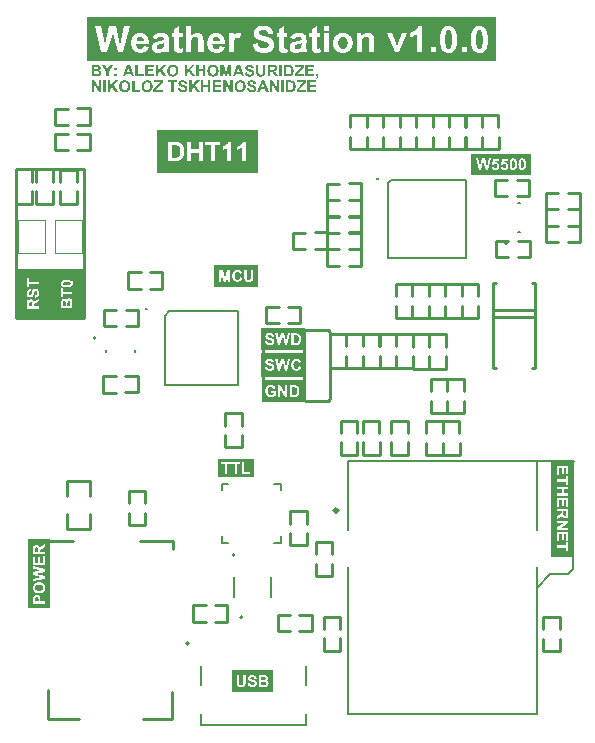
<source format=gbr>
%TF.GenerationSoftware,Altium Limited,Altium Designer,20.0.12 (288)*%
G04 Layer_Color=65535*
%FSLAX45Y45*%
%MOMM*%
%TF.FileFunction,Legend,Top*%
%TF.Part,Single*%
G01*
G75*
%TA.AperFunction,NonConductor*%
%ADD31C,0.20000*%
%ADD58C,0.30000*%
%ADD59C,0.25400*%
%ADD60C,0.15000*%
%ADD61C,0.12700*%
%ADD62C,0.10000*%
G36*
X15531187Y5415000D02*
X15164999D01*
Y5615000D01*
X15531187D01*
Y5415000D01*
D02*
G37*
G36*
X13662498Y5907500D02*
X13372501D01*
Y5915000D01*
X13092500D01*
Y6322500D01*
X13372501D01*
D01*
X13662498D01*
Y5907500D01*
D02*
G37*
G36*
X15531470Y5641892D02*
X15164999D01*
Y5822500D01*
X15531470D01*
Y5641892D01*
D02*
G37*
G36*
X15537051Y5197500D02*
X15167500D01*
Y5388108D01*
X15537051D01*
Y5197500D01*
D02*
G37*
G36*
X15084581Y7923575D02*
X15086131Y7923434D01*
X15087964Y7923294D01*
X15089796Y7923012D01*
X15091911Y7922730D01*
X15096422Y7921743D01*
X15098679Y7921038D01*
X15100932Y7920333D01*
X15103189Y7919346D01*
X15105302Y7918219D01*
X15107277Y7916950D01*
X15109109Y7915540D01*
X15109250Y7915399D01*
X15109532Y7915117D01*
X15109955Y7914694D01*
X15110519Y7914130D01*
X15111224Y7913285D01*
X15112070Y7912298D01*
X15112917Y7911170D01*
X15113902Y7909901D01*
X15114748Y7908351D01*
X15115594Y7906800D01*
X15116440Y7904967D01*
X15117145Y7902994D01*
X15117850Y7901020D01*
X15118414Y7898765D01*
X15118835Y7896509D01*
X15118977Y7893972D01*
X15099242Y7893267D01*
Y7893408D01*
Y7893549D01*
X15098959Y7894536D01*
X15098679Y7895804D01*
X15098114Y7897355D01*
X15097409Y7899188D01*
X15096422Y7900879D01*
X15095152Y7902571D01*
X15093744Y7903981D01*
X15093604Y7904122D01*
X15093039Y7904545D01*
X15092052Y7905108D01*
X15090642Y7905672D01*
X15088951Y7906236D01*
X15086836Y7906800D01*
X15084299Y7907223D01*
X15081339Y7907364D01*
X15079929D01*
X15078378Y7907223D01*
X15076546Y7906941D01*
X15074431Y7906518D01*
X15072176Y7905813D01*
X15070061Y7904967D01*
X15068086Y7903699D01*
X15067946Y7903558D01*
X15067664Y7903276D01*
X15067101Y7902853D01*
X15066537Y7902148D01*
X15065973Y7901302D01*
X15065408Y7900174D01*
X15065128Y7899047D01*
X15064986Y7897637D01*
Y7897496D01*
Y7897073D01*
X15065128Y7896368D01*
X15065408Y7895663D01*
X15065691Y7894677D01*
X15066113Y7893690D01*
X15066818Y7892703D01*
X15067805Y7891716D01*
X15067946Y7891575D01*
X15068651Y7891152D01*
X15069073Y7890870D01*
X15069778Y7890588D01*
X15070483Y7890166D01*
X15071471Y7889743D01*
X15072598Y7889320D01*
X15073866Y7888756D01*
X15075418Y7888192D01*
X15076968Y7887628D01*
X15078941Y7887064D01*
X15081056Y7886500D01*
X15083311Y7885936D01*
X15085849Y7885232D01*
X15085989D01*
X15086554Y7885091D01*
X15087259Y7884950D01*
X15088246Y7884668D01*
X15089374Y7884386D01*
X15090784Y7883963D01*
X15092334Y7883540D01*
X15093884Y7883117D01*
X15097269Y7881989D01*
X15100792Y7880862D01*
X15104176Y7879593D01*
X15105585Y7878888D01*
X15106995Y7878183D01*
X15107137D01*
X15107277Y7878042D01*
X15108122Y7877478D01*
X15109390Y7876632D01*
X15110942Y7875505D01*
X15112634Y7874095D01*
X15114465Y7872403D01*
X15116299Y7870430D01*
X15117850Y7868174D01*
X15117992Y7867892D01*
X15118414Y7867046D01*
X15119118Y7865778D01*
X15119823Y7863945D01*
X15120528Y7861690D01*
X15121233Y7859011D01*
X15121655Y7856051D01*
X15121797Y7852668D01*
Y7852527D01*
Y7852245D01*
Y7851822D01*
Y7851258D01*
X15121655Y7850553D01*
X15121515Y7849566D01*
X15121233Y7847593D01*
X15120670Y7845055D01*
X15119823Y7842377D01*
X15118555Y7839698D01*
X15117004Y7836879D01*
Y7836738D01*
X15116722Y7836597D01*
X15116158Y7835751D01*
X15115030Y7834341D01*
X15113622Y7832791D01*
X15111787Y7830958D01*
X15109390Y7829267D01*
X15106854Y7827575D01*
X15103754Y7826024D01*
X15103612D01*
X15103329Y7825883D01*
X15102907Y7825742D01*
X15102202Y7825460D01*
X15101357Y7825178D01*
X15100369Y7824896D01*
X15099242Y7824615D01*
X15097974Y7824333D01*
X15096422Y7823910D01*
X15094872Y7823628D01*
X15091206Y7823064D01*
X15087119Y7822641D01*
X15082607Y7822500D01*
X15080775D01*
X15079506Y7822641D01*
X15077956Y7822782D01*
X15076263Y7822923D01*
X15074290Y7823205D01*
X15072176Y7823628D01*
X15067523Y7824615D01*
X15065128Y7825319D01*
X15062871Y7826024D01*
X15060475Y7827011D01*
X15058218Y7828139D01*
X15056105Y7829408D01*
X15054131Y7830958D01*
X15053990Y7831099D01*
X15053708Y7831381D01*
X15053143Y7831804D01*
X15052580Y7832509D01*
X15051735Y7833496D01*
X15050890Y7834623D01*
X15049902Y7835892D01*
X15048915Y7837302D01*
X15047929Y7838993D01*
X15046942Y7840826D01*
X15045955Y7842941D01*
X15044968Y7845196D01*
X15044263Y7847593D01*
X15043417Y7850271D01*
X15042854Y7853090D01*
X15042432Y7856051D01*
X15061603Y7857883D01*
Y7857742D01*
X15061745Y7857461D01*
Y7856897D01*
X15061885Y7856333D01*
X15062448Y7854641D01*
X15063153Y7852527D01*
X15063998Y7850130D01*
X15065268Y7847734D01*
X15066678Y7845619D01*
X15068510Y7843645D01*
X15068793Y7843505D01*
X15069498Y7842941D01*
X15070625Y7842236D01*
X15072316Y7841390D01*
X15074431Y7840544D01*
X15076826Y7839839D01*
X15079646Y7839275D01*
X15082889Y7839134D01*
X15084441D01*
X15086131Y7839416D01*
X15088246Y7839698D01*
X15090501Y7840121D01*
X15092899Y7840826D01*
X15095152Y7841813D01*
X15097127Y7843082D01*
X15097409Y7843223D01*
X15097974Y7843786D01*
X15098679Y7844632D01*
X15099664Y7845760D01*
X15100510Y7847170D01*
X15101357Y7848861D01*
X15101920Y7850553D01*
X15102061Y7852527D01*
Y7852668D01*
Y7853090D01*
X15101920Y7853795D01*
X15101779Y7854641D01*
X15101497Y7855487D01*
X15101215Y7856474D01*
X15100652Y7857461D01*
X15099947Y7858447D01*
X15099805Y7858588D01*
X15099524Y7858870D01*
X15099101Y7859293D01*
X15098396Y7859857D01*
X15097409Y7860562D01*
X15096140Y7861267D01*
X15094731Y7861972D01*
X15092899Y7862676D01*
X15092757D01*
X15092194Y7862958D01*
X15091206Y7863240D01*
X15090501Y7863522D01*
X15089656Y7863663D01*
X15088669Y7863945D01*
X15087541Y7864368D01*
X15086272Y7864650D01*
X15084863Y7865073D01*
X15083171Y7865496D01*
X15081339Y7865919D01*
X15079366Y7866483D01*
X15077109Y7867046D01*
X15076968D01*
X15076404Y7867187D01*
X15075558Y7867469D01*
X15074573Y7867751D01*
X15073303Y7868174D01*
X15071751Y7868597D01*
X15070203Y7869161D01*
X15068369Y7869725D01*
X15064703Y7871135D01*
X15061180Y7872826D01*
X15059348Y7873672D01*
X15057796Y7874659D01*
X15056245Y7875646D01*
X15054977Y7876632D01*
X15054836Y7876773D01*
X15054555Y7877055D01*
X15054131Y7877478D01*
X15053568Y7878042D01*
X15052863Y7878888D01*
X15052158Y7879875D01*
X15051312Y7880862D01*
X15050607Y7882130D01*
X15048915Y7885091D01*
X15047507Y7888474D01*
X15046942Y7890307D01*
X15046519Y7892139D01*
X15046237Y7894254D01*
X15046095Y7896368D01*
Y7896509D01*
Y7896650D01*
Y7897073D01*
Y7897637D01*
X15046378Y7899047D01*
X15046660Y7900879D01*
X15047083Y7902994D01*
X15047787Y7905390D01*
X15048775Y7907928D01*
X15050185Y7910324D01*
Y7910465D01*
X15050325Y7910606D01*
X15051030Y7911452D01*
X15051875Y7912580D01*
X15053285Y7913990D01*
X15054977Y7915540D01*
X15057092Y7917232D01*
X15059488Y7918782D01*
X15062308Y7920192D01*
X15062448D01*
X15062730Y7920333D01*
X15063153Y7920474D01*
X15063718Y7920756D01*
X15064563Y7921038D01*
X15065408Y7921320D01*
X15066537Y7921602D01*
X15067805Y7922025D01*
X15070625Y7922589D01*
X15073866Y7923153D01*
X15077531Y7923575D01*
X15081619Y7923716D01*
X15083311D01*
X15084581Y7923575D01*
D02*
G37*
G36*
X14501529D02*
X14503079Y7923434D01*
X14504912Y7923294D01*
X14506744Y7923012D01*
X14508859Y7922730D01*
X14513370Y7921743D01*
X14515627Y7921038D01*
X14517880Y7920333D01*
X14520137Y7919346D01*
X14522250Y7918219D01*
X14524225Y7916950D01*
X14526057Y7915540D01*
X14526199Y7915399D01*
X14526480Y7915117D01*
X14526903Y7914694D01*
X14527467Y7914130D01*
X14528172Y7913285D01*
X14529018Y7912298D01*
X14529865Y7911170D01*
X14530852Y7909901D01*
X14531696Y7908351D01*
X14532542Y7906800D01*
X14533388Y7904967D01*
X14534093Y7902994D01*
X14534798Y7901020D01*
X14535362Y7898765D01*
X14535783Y7896509D01*
X14535925Y7893972D01*
X14516190Y7893267D01*
Y7893408D01*
Y7893549D01*
X14515907Y7894536D01*
X14515627Y7895804D01*
X14515062Y7897355D01*
X14514357Y7899188D01*
X14513370Y7900879D01*
X14512102Y7902571D01*
X14510692Y7903981D01*
X14510551Y7904122D01*
X14509987Y7904545D01*
X14509000Y7905108D01*
X14507590Y7905672D01*
X14505899Y7906236D01*
X14503784Y7906800D01*
X14501247Y7907223D01*
X14498286Y7907364D01*
X14496877D01*
X14495326Y7907223D01*
X14493494Y7906941D01*
X14491379Y7906518D01*
X14489124Y7905813D01*
X14487009Y7904967D01*
X14485036Y7903699D01*
X14484894Y7903558D01*
X14484612Y7903276D01*
X14484048Y7902853D01*
X14483485Y7902148D01*
X14482921Y7901302D01*
X14482356Y7900174D01*
X14482076Y7899047D01*
X14481934Y7897637D01*
Y7897496D01*
Y7897073D01*
X14482076Y7896368D01*
X14482356Y7895663D01*
X14482639Y7894677D01*
X14483063Y7893690D01*
X14483768Y7892703D01*
X14484753Y7891716D01*
X14484894Y7891575D01*
X14485599Y7891152D01*
X14486021Y7890870D01*
X14486726Y7890588D01*
X14487431Y7890166D01*
X14488419Y7889743D01*
X14489546Y7889320D01*
X14490816Y7888756D01*
X14492366Y7888192D01*
X14493916Y7887628D01*
X14495889Y7887064D01*
X14498006Y7886500D01*
X14500259Y7885936D01*
X14502798Y7885232D01*
X14502937D01*
X14503502Y7885091D01*
X14504207Y7884950D01*
X14505194Y7884668D01*
X14506322Y7884386D01*
X14507732Y7883963D01*
X14509282Y7883540D01*
X14510834Y7883117D01*
X14514217Y7881989D01*
X14517740Y7880862D01*
X14521124Y7879593D01*
X14522533Y7878888D01*
X14523943Y7878183D01*
X14524084D01*
X14524225Y7878042D01*
X14525072Y7877478D01*
X14526340Y7876632D01*
X14527890Y7875505D01*
X14529582Y7874095D01*
X14531413Y7872403D01*
X14533247Y7870430D01*
X14534798Y7868174D01*
X14534940Y7867892D01*
X14535362Y7867046D01*
X14536066Y7865778D01*
X14536771Y7863945D01*
X14537476Y7861690D01*
X14538181Y7859011D01*
X14538605Y7856051D01*
X14538745Y7852668D01*
Y7852527D01*
Y7852245D01*
Y7851822D01*
Y7851258D01*
X14538605Y7850553D01*
X14538463Y7849566D01*
X14538181Y7847593D01*
X14537617Y7845055D01*
X14536771Y7842377D01*
X14535503Y7839698D01*
X14533952Y7836879D01*
Y7836738D01*
X14533670Y7836597D01*
X14533105Y7835751D01*
X14531978Y7834341D01*
X14530569Y7832791D01*
X14528735Y7830958D01*
X14526340Y7829267D01*
X14523802Y7827575D01*
X14520702Y7826024D01*
X14520560D01*
X14520277Y7825883D01*
X14519855Y7825742D01*
X14519150Y7825460D01*
X14518304Y7825178D01*
X14517317Y7824896D01*
X14516190Y7824615D01*
X14514922Y7824333D01*
X14513370Y7823910D01*
X14511819Y7823628D01*
X14508154Y7823064D01*
X14504066Y7822641D01*
X14499554Y7822500D01*
X14497723D01*
X14496454Y7822641D01*
X14494904Y7822782D01*
X14493211Y7822923D01*
X14491238Y7823205D01*
X14489124Y7823628D01*
X14484471Y7824615D01*
X14482076Y7825319D01*
X14479819Y7826024D01*
X14477423Y7827011D01*
X14475166Y7828139D01*
X14473053Y7829408D01*
X14471078Y7830958D01*
X14470938Y7831099D01*
X14470656Y7831381D01*
X14470091Y7831804D01*
X14469530Y7832509D01*
X14468683Y7833496D01*
X14467838Y7834623D01*
X14466850Y7835892D01*
X14465863Y7837302D01*
X14464877Y7838993D01*
X14463890Y7840826D01*
X14462903Y7842941D01*
X14461916Y7845196D01*
X14461211Y7847593D01*
X14460365Y7850271D01*
X14459802Y7853090D01*
X14459380Y7856051D01*
X14478551Y7857883D01*
Y7857742D01*
X14478693Y7857461D01*
Y7856897D01*
X14478833Y7856333D01*
X14479396Y7854641D01*
X14480101Y7852527D01*
X14480946Y7850130D01*
X14482216Y7847734D01*
X14483626Y7845619D01*
X14485458Y7843645D01*
X14485741Y7843505D01*
X14486446Y7842941D01*
X14487573Y7842236D01*
X14489264Y7841390D01*
X14491379Y7840544D01*
X14493774Y7839839D01*
X14496594Y7839275D01*
X14499837Y7839134D01*
X14501389D01*
X14503079Y7839416D01*
X14505194Y7839698D01*
X14507449Y7840121D01*
X14509846Y7840826D01*
X14512102Y7841813D01*
X14514075Y7843082D01*
X14514357Y7843223D01*
X14514922Y7843786D01*
X14515627Y7844632D01*
X14516612Y7845760D01*
X14517458Y7847170D01*
X14518304Y7848861D01*
X14518867Y7850553D01*
X14519009Y7852527D01*
Y7852668D01*
Y7853090D01*
X14518867Y7853795D01*
X14518727Y7854641D01*
X14518445Y7855487D01*
X14518163Y7856474D01*
X14517599Y7857461D01*
X14516895Y7858447D01*
X14516754Y7858588D01*
X14516472Y7858870D01*
X14516049Y7859293D01*
X14515344Y7859857D01*
X14514357Y7860562D01*
X14513087Y7861267D01*
X14511679Y7861972D01*
X14509846Y7862676D01*
X14509705D01*
X14509142Y7862958D01*
X14508154Y7863240D01*
X14507449Y7863522D01*
X14506604Y7863663D01*
X14505617Y7863945D01*
X14504489Y7864368D01*
X14503220Y7864650D01*
X14501811Y7865073D01*
X14500119Y7865496D01*
X14498286Y7865919D01*
X14496313Y7866483D01*
X14494057Y7867046D01*
X14493916D01*
X14493353Y7867187D01*
X14492506Y7867469D01*
X14491521Y7867751D01*
X14490251Y7868174D01*
X14488701Y7868597D01*
X14487151Y7869161D01*
X14485316Y7869725D01*
X14481651Y7871135D01*
X14478128Y7872826D01*
X14476295Y7873672D01*
X14474744Y7874659D01*
X14473193Y7875646D01*
X14471925Y7876632D01*
X14471783Y7876773D01*
X14471503Y7877055D01*
X14471078Y7877478D01*
X14470515Y7878042D01*
X14469810Y7878888D01*
X14469106Y7879875D01*
X14468260Y7880862D01*
X14467555Y7882130D01*
X14465863Y7885091D01*
X14464455Y7888474D01*
X14463890Y7890307D01*
X14463467Y7892139D01*
X14463185Y7894254D01*
X14463045Y7896368D01*
Y7896509D01*
Y7896650D01*
Y7897073D01*
Y7897637D01*
X14463326Y7899047D01*
X14463608Y7900879D01*
X14464030Y7902994D01*
X14464735Y7905390D01*
X14465723Y7907928D01*
X14467133Y7910324D01*
Y7910465D01*
X14467273Y7910606D01*
X14467978Y7911452D01*
X14468823Y7912580D01*
X14470233Y7913990D01*
X14471925Y7915540D01*
X14474040Y7917232D01*
X14476436Y7918782D01*
X14479256Y7920192D01*
X14479396D01*
X14479678Y7920333D01*
X14480101Y7920474D01*
X14480666Y7920756D01*
X14481511Y7921038D01*
X14482356Y7921320D01*
X14483485Y7921602D01*
X14484753Y7922025D01*
X14487573Y7922589D01*
X14490816Y7923153D01*
X14494479Y7923575D01*
X14498569Y7923716D01*
X14500259D01*
X14501529Y7923575D01*
D02*
G37*
G36*
X14731874Y7824333D02*
X14712138D01*
Y7867046D01*
X14673653D01*
Y7824333D01*
X14653917D01*
Y7921884D01*
X14673653D01*
Y7883540D01*
X14712138D01*
Y7921884D01*
X14731874D01*
Y7824333D01*
D02*
G37*
G36*
X14604860Y7883822D02*
X14643626Y7824333D01*
X14618111D01*
X14591187Y7870148D01*
X14575256Y7853795D01*
Y7824333D01*
X14555521D01*
Y7921884D01*
X14575256D01*
Y7878465D01*
X14615292Y7921884D01*
X14641794D01*
X14604860Y7883822D01*
D02*
G37*
G36*
X13915657D02*
X13954424Y7824333D01*
X13928909D01*
X13901984Y7870148D01*
X13886053Y7853795D01*
Y7824333D01*
X13866318D01*
Y7921884D01*
X13886053D01*
Y7878465D01*
X13926089Y7921884D01*
X13952592D01*
X13915657Y7883822D01*
D02*
G37*
G36*
X15314503Y7824333D02*
X15294768D01*
X15255154Y7888615D01*
Y7824333D01*
X15236969D01*
Y7921884D01*
X15256000D01*
X15296318Y7856192D01*
Y7921884D01*
X15314503D01*
Y7824333D01*
D02*
G37*
G36*
X14920773D02*
X14901038D01*
X14861424Y7888615D01*
Y7824333D01*
X14843240D01*
Y7921884D01*
X14862271D01*
X14902588Y7856192D01*
Y7921884D01*
X14920773D01*
Y7824333D01*
D02*
G37*
G36*
X13807533D02*
X13787798D01*
X13748186Y7888615D01*
Y7824333D01*
X13730000D01*
Y7921884D01*
X13749031D01*
X13789348Y7856192D01*
Y7921884D01*
X13807533D01*
Y7824333D01*
D02*
G37*
G36*
X15627315Y7905390D02*
X15574733D01*
Y7883822D01*
X15623650D01*
Y7867328D01*
X15574733D01*
Y7840826D01*
X15629147D01*
Y7824333D01*
X15554997D01*
Y7921884D01*
X15627315D01*
Y7905390D01*
D02*
G37*
G36*
X15540337Y7906518D02*
X15486909Y7840826D01*
X15542451D01*
Y7824333D01*
X15463084D01*
Y7842095D01*
X15514539Y7905390D01*
X15469006D01*
Y7921884D01*
X15540337D01*
Y7906518D01*
D02*
G37*
G36*
X15413322Y7921743D02*
X15416000Y7921602D01*
X15418962Y7921461D01*
X15422063Y7921038D01*
X15425023Y7920615D01*
X15427702Y7919910D01*
X15427843D01*
X15428125Y7919769D01*
X15428548Y7919628D01*
X15429111Y7919487D01*
X15430803Y7918782D01*
X15432777Y7917796D01*
X15435033Y7916527D01*
X15437570Y7914976D01*
X15439966Y7913144D01*
X15442363Y7910888D01*
X15442503D01*
X15442645Y7910606D01*
X15443349Y7909760D01*
X15444476Y7908351D01*
X15445746Y7906518D01*
X15447298Y7904263D01*
X15448846Y7901584D01*
X15450398Y7898483D01*
X15451666Y7895100D01*
Y7894959D01*
X15451808Y7894677D01*
X15451949Y7894113D01*
X15452229Y7893408D01*
X15452371Y7892562D01*
X15452654Y7891434D01*
X15452934Y7890166D01*
X15453358Y7888756D01*
X15453641Y7887205D01*
X15453922Y7885373D01*
X15454204Y7883540D01*
X15454346Y7881425D01*
X15454768Y7877055D01*
X15454909Y7872121D01*
Y7871980D01*
Y7871558D01*
Y7870994D01*
Y7870148D01*
X15454768Y7869020D01*
Y7867892D01*
X15454626Y7866483D01*
X15454486Y7864932D01*
X15454204Y7861690D01*
X15453641Y7858306D01*
X15452794Y7854782D01*
X15451808Y7851399D01*
Y7851258D01*
X15451666Y7850976D01*
X15451385Y7850412D01*
X15451103Y7849566D01*
X15450821Y7848720D01*
X15450256Y7847734D01*
X15449129Y7845196D01*
X15447719Y7842518D01*
X15445888Y7839557D01*
X15443771Y7836738D01*
X15441376Y7834060D01*
X15441093Y7833778D01*
X15440388Y7833214D01*
X15439261Y7832368D01*
X15437711Y7831240D01*
X15435738Y7829971D01*
X15433481Y7828703D01*
X15430663Y7827434D01*
X15427560Y7826306D01*
X15427420D01*
X15427280Y7826165D01*
X15426855D01*
X15426433Y7826024D01*
X15424883Y7825742D01*
X15422910Y7825319D01*
X15420512Y7824896D01*
X15417552Y7824615D01*
X15414027Y7824474D01*
X15410220Y7824333D01*
X15373286D01*
Y7921884D01*
X15412195D01*
X15413322Y7921743D01*
D02*
G37*
G36*
X15354398Y7824333D02*
X15334660D01*
Y7921884D01*
X15354398D01*
Y7824333D01*
D02*
G37*
G36*
X15226398D02*
X15205110D01*
X15196652Y7846465D01*
X15157462D01*
X15149426Y7824333D01*
X15128563D01*
X15166344Y7921884D01*
X15187207D01*
X15226398Y7824333D01*
D02*
G37*
G36*
X14824632Y7905390D02*
X14772050D01*
Y7883822D01*
X14820967D01*
Y7867328D01*
X14772050D01*
Y7840826D01*
X14826465D01*
Y7824333D01*
X14752315D01*
Y7921884D01*
X14824632D01*
Y7905390D01*
D02*
G37*
G36*
X14451765D02*
X14423009D01*
Y7824333D01*
X14403273D01*
Y7905390D01*
X14374374D01*
Y7921884D01*
X14451765D01*
Y7905390D01*
D02*
G37*
G36*
X14328700Y7906518D02*
X14275272Y7840826D01*
X14330814D01*
Y7824333D01*
X14251448D01*
Y7842095D01*
X14302902Y7905390D01*
X14257368D01*
Y7921884D01*
X14328700D01*
Y7906518D01*
D02*
G37*
G36*
X14090883Y7840826D02*
X14139941D01*
Y7824333D01*
X14071147D01*
Y7921179D01*
X14090883D01*
Y7840826D01*
D02*
G37*
G36*
X13847427Y7824333D02*
X13827692D01*
Y7921884D01*
X13847427D01*
Y7824333D01*
D02*
G37*
G36*
X14986748Y7923575D02*
X14988158D01*
X14989990Y7923294D01*
X14992104Y7923012D01*
X14994501Y7922589D01*
X14997038Y7922025D01*
X14999718Y7921320D01*
X15002536Y7920474D01*
X15005356Y7919346D01*
X15008316Y7918078D01*
X15011134Y7916527D01*
X15013956Y7914694D01*
X15016634Y7912580D01*
X15019171Y7910183D01*
X15019312Y7910042D01*
X15019736Y7909619D01*
X15020439Y7908774D01*
X15021144Y7907787D01*
X15022131Y7906377D01*
X15023259Y7904685D01*
X15024387Y7902712D01*
X15025655Y7900456D01*
X15026924Y7898060D01*
X15028052Y7895240D01*
X15029179Y7892139D01*
X15030167Y7888897D01*
X15031012Y7885232D01*
X15031577Y7881425D01*
X15031999Y7877337D01*
X15032140Y7872967D01*
Y7872685D01*
Y7871980D01*
X15031999Y7870712D01*
Y7869020D01*
X15031717Y7867046D01*
X15031435Y7864791D01*
X15031012Y7862113D01*
X15030589Y7859434D01*
X15029884Y7856474D01*
X15029039Y7853372D01*
X15027911Y7850271D01*
X15026642Y7847170D01*
X15025232Y7844209D01*
X15023399Y7841249D01*
X15021426Y7838430D01*
X15019171Y7835751D01*
X15019031Y7835610D01*
X15018607Y7835187D01*
X15017902Y7834482D01*
X15016774Y7833637D01*
X15015504Y7832650D01*
X15013956Y7831522D01*
X15012122Y7830394D01*
X15010149Y7829126D01*
X15007751Y7827857D01*
X15005215Y7826729D01*
X15002396Y7825601D01*
X14999294Y7824615D01*
X14996053Y7823769D01*
X14992526Y7823064D01*
X14988863Y7822641D01*
X14984915Y7822500D01*
X14983928D01*
X14982800Y7822641D01*
X14981390Y7822782D01*
X14979558Y7822923D01*
X14977444Y7823205D01*
X14975047Y7823628D01*
X14972510Y7824192D01*
X14969690Y7824896D01*
X14967012Y7825742D01*
X14964050Y7826870D01*
X14961232Y7828139D01*
X14958272Y7829548D01*
X14955592Y7831381D01*
X14952914Y7833355D01*
X14950377Y7835751D01*
X14950237Y7835892D01*
X14949812Y7836315D01*
X14949249Y7837161D01*
X14948404Y7838148D01*
X14947417Y7839557D01*
X14946289Y7841249D01*
X14945161Y7843082D01*
X14944034Y7845337D01*
X14942764Y7847734D01*
X14941637Y7850553D01*
X14940509Y7853513D01*
X14939523Y7856756D01*
X14938676Y7860280D01*
X14938113Y7864086D01*
X14937691Y7868174D01*
X14937549Y7872403D01*
Y7872544D01*
Y7873108D01*
Y7873813D01*
X14937691Y7874941D01*
Y7876210D01*
X14937831Y7877619D01*
X14937971Y7879311D01*
X14938113Y7881143D01*
X14938676Y7885091D01*
X14939381Y7889320D01*
X14940509Y7893549D01*
X14941919Y7897496D01*
Y7897637D01*
X14942059Y7897778D01*
X14942342Y7898201D01*
X14942484Y7898765D01*
X14943329Y7900174D01*
X14944316Y7902007D01*
X14945584Y7904122D01*
X14947134Y7906236D01*
X14948969Y7908633D01*
X14950941Y7910888D01*
X14951082Y7911029D01*
X14951224Y7911170D01*
X14951929Y7911875D01*
X14953197Y7913003D01*
X14954747Y7914271D01*
X14956580Y7915681D01*
X14958694Y7917232D01*
X14961092Y7918642D01*
X14963628Y7919769D01*
X14963770D01*
X14964050Y7919910D01*
X14964615Y7920192D01*
X14965320Y7920333D01*
X14966167Y7920756D01*
X14967152Y7921038D01*
X14968420Y7921320D01*
X14969690Y7921743D01*
X14972791Y7922448D01*
X14976315Y7923153D01*
X14980405Y7923575D01*
X14984633Y7923716D01*
X14985620D01*
X14986748Y7923575D01*
D02*
G37*
G36*
X14199149D02*
X14200558D01*
X14202390Y7923294D01*
X14204504Y7923012D01*
X14206902Y7922589D01*
X14209439Y7922025D01*
X14212117Y7921320D01*
X14214937Y7920474D01*
X14217757Y7919346D01*
X14220717Y7918078D01*
X14223537Y7916527D01*
X14226355Y7914694D01*
X14229034Y7912580D01*
X14231570Y7910183D01*
X14231712Y7910042D01*
X14232135Y7909619D01*
X14232840Y7908774D01*
X14233545Y7907787D01*
X14234532Y7906377D01*
X14235658Y7904685D01*
X14236787Y7902712D01*
X14238055Y7900456D01*
X14239325Y7898060D01*
X14240453Y7895240D01*
X14241580Y7892139D01*
X14242567Y7888897D01*
X14243413Y7885232D01*
X14243977Y7881425D01*
X14244400Y7877337D01*
X14244540Y7872967D01*
Y7872685D01*
Y7871980D01*
X14244400Y7870712D01*
Y7869020D01*
X14244118Y7867046D01*
X14243835Y7864791D01*
X14243413Y7862113D01*
X14242990Y7859434D01*
X14242285Y7856474D01*
X14241438Y7853372D01*
X14240311Y7850271D01*
X14239043Y7847170D01*
X14237633Y7844209D01*
X14235800Y7841249D01*
X14233827Y7838430D01*
X14231570Y7835751D01*
X14231430Y7835610D01*
X14231007Y7835187D01*
X14230302Y7834482D01*
X14229175Y7833637D01*
X14227905Y7832650D01*
X14226355Y7831522D01*
X14224522Y7830394D01*
X14222549Y7829126D01*
X14220152Y7827857D01*
X14217615Y7826729D01*
X14214796Y7825601D01*
X14211694Y7824615D01*
X14208452Y7823769D01*
X14204929Y7823064D01*
X14201263Y7822641D01*
X14197316Y7822500D01*
X14196329D01*
X14195201Y7822641D01*
X14193791Y7822782D01*
X14191959Y7822923D01*
X14189844Y7823205D01*
X14187448Y7823628D01*
X14184911Y7824192D01*
X14182091Y7824896D01*
X14179411Y7825742D01*
X14176453Y7826870D01*
X14173633Y7828139D01*
X14170673Y7829548D01*
X14167995Y7831381D01*
X14165315Y7833355D01*
X14162778Y7835751D01*
X14162637Y7835892D01*
X14162215Y7836315D01*
X14161650Y7837161D01*
X14160805Y7838148D01*
X14159818Y7839557D01*
X14158690Y7841249D01*
X14157562Y7843082D01*
X14156435Y7845337D01*
X14155165Y7847734D01*
X14154037Y7850553D01*
X14152910Y7853513D01*
X14151923Y7856756D01*
X14151077Y7860280D01*
X14150513Y7864086D01*
X14150092Y7868174D01*
X14149950Y7872403D01*
Y7872544D01*
Y7873108D01*
Y7873813D01*
X14150092Y7874941D01*
Y7876210D01*
X14150232Y7877619D01*
X14150372Y7879311D01*
X14150513Y7881143D01*
X14151077Y7885091D01*
X14151782Y7889320D01*
X14152910Y7893549D01*
X14154320Y7897496D01*
Y7897637D01*
X14154462Y7897778D01*
X14154742Y7898201D01*
X14154884Y7898765D01*
X14155730Y7900174D01*
X14156715Y7902007D01*
X14157985Y7904122D01*
X14159537Y7906236D01*
X14161368Y7908633D01*
X14163342Y7910888D01*
X14163483Y7911029D01*
X14163625Y7911170D01*
X14164330Y7911875D01*
X14165598Y7913003D01*
X14167148Y7914271D01*
X14168980Y7915681D01*
X14171095Y7917232D01*
X14173492Y7918642D01*
X14176028Y7919769D01*
X14176170D01*
X14176453Y7919910D01*
X14177016Y7920192D01*
X14177721Y7920333D01*
X14178568Y7920756D01*
X14179553Y7921038D01*
X14180823Y7921320D01*
X14182091Y7921743D01*
X14185191Y7922448D01*
X14188716Y7923153D01*
X14192804Y7923575D01*
X14197034Y7923716D01*
X14198019D01*
X14199149Y7923575D01*
D02*
G37*
G36*
X14009825D02*
X14011235D01*
X14013068Y7923294D01*
X14015182Y7923012D01*
X14017580Y7922589D01*
X14020116Y7922025D01*
X14022795Y7921320D01*
X14025613Y7920474D01*
X14028433Y7919346D01*
X14031393Y7918078D01*
X14034213Y7916527D01*
X14037033Y7914694D01*
X14039711Y7912580D01*
X14042249Y7910183D01*
X14042389Y7910042D01*
X14042812Y7909619D01*
X14043517Y7908774D01*
X14044221Y7907787D01*
X14045209Y7906377D01*
X14046336Y7904685D01*
X14047464Y7902712D01*
X14048734Y7900456D01*
X14050002Y7898060D01*
X14051131Y7895240D01*
X14052257Y7892139D01*
X14053244Y7888897D01*
X14054089Y7885232D01*
X14054654Y7881425D01*
X14055077Y7877337D01*
X14055219Y7872967D01*
Y7872685D01*
Y7871980D01*
X14055077Y7870712D01*
Y7869020D01*
X14054794Y7867046D01*
X14054514Y7864791D01*
X14054089Y7862113D01*
X14053667Y7859434D01*
X14052962Y7856474D01*
X14052116Y7853372D01*
X14050989Y7850271D01*
X14049719Y7847170D01*
X14048309Y7844209D01*
X14046478Y7841249D01*
X14044504Y7838430D01*
X14042249Y7835751D01*
X14042108Y7835610D01*
X14041685Y7835187D01*
X14040981Y7834482D01*
X14039851Y7833637D01*
X14038583Y7832650D01*
X14037033Y7831522D01*
X14035201Y7830394D01*
X14033226Y7829126D01*
X14030830Y7827857D01*
X14028291Y7826729D01*
X14025473Y7825601D01*
X14022372Y7824615D01*
X14019128Y7823769D01*
X14015605Y7823064D01*
X14011940Y7822641D01*
X14007993Y7822500D01*
X14007005D01*
X14005878Y7822641D01*
X14004469Y7822782D01*
X14002637Y7822923D01*
X14000520Y7823205D01*
X13998125Y7823628D01*
X13995587Y7824192D01*
X13992767Y7824896D01*
X13990089Y7825742D01*
X13987129Y7826870D01*
X13984309Y7828139D01*
X13981349Y7829548D01*
X13978671Y7831381D01*
X13975993Y7833355D01*
X13973454Y7835751D01*
X13973314Y7835892D01*
X13972891Y7836315D01*
X13972327Y7837161D01*
X13971481Y7838148D01*
X13970496Y7839557D01*
X13969366Y7841249D01*
X13968239Y7843082D01*
X13967113Y7845337D01*
X13965843Y7847734D01*
X13964716Y7850553D01*
X13963586Y7853513D01*
X13962601Y7856756D01*
X13961755Y7860280D01*
X13961191Y7864086D01*
X13960768Y7868174D01*
X13960628Y7872403D01*
Y7872544D01*
Y7873108D01*
Y7873813D01*
X13960768Y7874941D01*
Y7876210D01*
X13960909Y7877619D01*
X13961050Y7879311D01*
X13961191Y7881143D01*
X13961755Y7885091D01*
X13962460Y7889320D01*
X13963586Y7893549D01*
X13964996Y7897496D01*
Y7897637D01*
X13965138Y7897778D01*
X13965421Y7898201D01*
X13965561Y7898765D01*
X13966406Y7900174D01*
X13967393Y7902007D01*
X13968661Y7904122D01*
X13970213Y7906236D01*
X13972044Y7908633D01*
X13974019Y7910888D01*
X13974159Y7911029D01*
X13974301Y7911170D01*
X13975006Y7911875D01*
X13976276Y7913003D01*
X13977824Y7914271D01*
X13979659Y7915681D01*
X13981772Y7917232D01*
X13984169Y7918642D01*
X13986707Y7919769D01*
X13986847D01*
X13987129Y7919910D01*
X13987692Y7920192D01*
X13988399Y7920333D01*
X13989244Y7920756D01*
X13990231Y7921038D01*
X13991499Y7921320D01*
X13992767Y7921743D01*
X13995869Y7922448D01*
X13999394Y7923153D01*
X14003482Y7923575D01*
X14007710Y7923716D01*
X14008698D01*
X14009825Y7923575D01*
D02*
G37*
G36*
X15066856Y8055952D02*
X15068407Y8055811D01*
X15070239Y8055670D01*
X15072072Y8055388D01*
X15074187Y8055106D01*
X15078699Y8054120D01*
X15080952Y8053415D01*
X15083209Y8052710D01*
X15085464Y8051723D01*
X15087579Y8050595D01*
X15089552Y8049327D01*
X15091385Y8047917D01*
X15091525Y8047776D01*
X15091808Y8047494D01*
X15092232Y8047071D01*
X15092795Y8046507D01*
X15093500Y8045661D01*
X15094345Y8044675D01*
X15095190Y8043547D01*
X15096178Y8042278D01*
X15097025Y8040727D01*
X15097868Y8039177D01*
X15098715Y8037344D01*
X15099420Y8035371D01*
X15100125Y8033397D01*
X15100690Y8031141D01*
X15101112Y8028886D01*
X15101253Y8026348D01*
X15081517Y8025644D01*
Y8025785D01*
Y8025926D01*
X15081235Y8026912D01*
X15080952Y8028181D01*
X15080389Y8029732D01*
X15079684Y8031564D01*
X15078699Y8033256D01*
X15077429Y8034948D01*
X15076019Y8036357D01*
X15075877Y8036498D01*
X15075314Y8036921D01*
X15074327Y8037485D01*
X15072919Y8038049D01*
X15071227Y8038613D01*
X15069112Y8039177D01*
X15066574Y8039600D01*
X15063614Y8039741D01*
X15062204D01*
X15060654Y8039600D01*
X15058821Y8039318D01*
X15056706Y8038895D01*
X15054451Y8038190D01*
X15052336Y8037344D01*
X15050363Y8036075D01*
X15050221Y8035934D01*
X15049940Y8035652D01*
X15049376Y8035230D01*
X15048811Y8034525D01*
X15048248Y8033679D01*
X15047684Y8032551D01*
X15047401Y8031423D01*
X15047261Y8030014D01*
Y8029873D01*
Y8029450D01*
X15047401Y8028745D01*
X15047684Y8028040D01*
X15047966Y8027053D01*
X15048389Y8026066D01*
X15049094Y8025080D01*
X15050081Y8024093D01*
X15050221Y8023952D01*
X15050926Y8023529D01*
X15051349Y8023247D01*
X15052054Y8022965D01*
X15052759Y8022542D01*
X15053746Y8022119D01*
X15054874Y8021696D01*
X15056142Y8021133D01*
X15057693Y8020569D01*
X15059244Y8020005D01*
X15061217Y8019441D01*
X15063332Y8018877D01*
X15065587Y8018313D01*
X15068124Y8017608D01*
X15068266D01*
X15068829Y8017467D01*
X15069534Y8017326D01*
X15070522Y8017044D01*
X15071649Y8016762D01*
X15073059Y8016340D01*
X15074609Y8015917D01*
X15076160Y8015494D01*
X15079543Y8014366D01*
X15083067Y8013238D01*
X15086452Y8011969D01*
X15087862Y8011265D01*
X15089270Y8010560D01*
X15089410D01*
X15089552Y8010419D01*
X15090398Y8009855D01*
X15091667Y8009009D01*
X15093217Y8007881D01*
X15094910Y8006472D01*
X15096742Y8004780D01*
X15098573Y8002806D01*
X15100125Y8000551D01*
X15100266Y8000269D01*
X15100690Y7999423D01*
X15101395Y7998154D01*
X15102100Y7996322D01*
X15102803Y7994066D01*
X15103508Y7991388D01*
X15103931Y7988428D01*
X15104073Y7985044D01*
Y7984903D01*
Y7984621D01*
Y7984198D01*
Y7983635D01*
X15103931Y7982930D01*
X15103790Y7981943D01*
X15103508Y7979969D01*
X15102943Y7977432D01*
X15102100Y7974753D01*
X15100830Y7972075D01*
X15099278Y7969256D01*
Y7969115D01*
X15098997Y7968974D01*
X15098433Y7968128D01*
X15097305Y7966718D01*
X15095895Y7965167D01*
X15094063Y7963335D01*
X15091667Y7961643D01*
X15089130Y7959952D01*
X15086028Y7958401D01*
X15085887D01*
X15085605Y7958260D01*
X15085182Y7958119D01*
X15084477Y7957837D01*
X15083632Y7957555D01*
X15082645Y7957273D01*
X15081517Y7956991D01*
X15080247Y7956709D01*
X15078699Y7956286D01*
X15077147Y7956004D01*
X15073482Y7955441D01*
X15069394Y7955018D01*
X15064882Y7954877D01*
X15063049D01*
X15061781Y7955018D01*
X15060229Y7955159D01*
X15058539Y7955300D01*
X15056564Y7955581D01*
X15054451Y7956004D01*
X15049799Y7956991D01*
X15047401Y7957696D01*
X15045148Y7958401D01*
X15042751Y7959388D01*
X15040495Y7960515D01*
X15038380Y7961784D01*
X15036407Y7963335D01*
X15036266Y7963476D01*
X15035983Y7963758D01*
X15035420Y7964181D01*
X15034856Y7964886D01*
X15034010Y7965872D01*
X15033163Y7967000D01*
X15032178Y7968269D01*
X15031190Y7969678D01*
X15030203Y7971370D01*
X15029218Y7973203D01*
X15028230Y7975317D01*
X15027245Y7977573D01*
X15026540Y7979969D01*
X15025693Y7982648D01*
X15025130Y7985467D01*
X15024706Y7988428D01*
X15043878Y7990260D01*
Y7990119D01*
X15044019Y7989837D01*
Y7989273D01*
X15044160Y7988709D01*
X15044724Y7987018D01*
X15045428Y7984903D01*
X15046274Y7982507D01*
X15047543Y7980110D01*
X15048953Y7977996D01*
X15050784Y7976022D01*
X15051067Y7975881D01*
X15051772Y7975317D01*
X15052901Y7974612D01*
X15054591Y7973767D01*
X15056706Y7972921D01*
X15059103Y7972216D01*
X15061922Y7971652D01*
X15065164Y7971511D01*
X15066714D01*
X15068407Y7971793D01*
X15070522Y7972075D01*
X15072777Y7972498D01*
X15075172Y7973203D01*
X15077429Y7974190D01*
X15079402Y7975458D01*
X15079684Y7975599D01*
X15080247Y7976163D01*
X15080952Y7977009D01*
X15081940Y7978137D01*
X15082787Y7979546D01*
X15083632Y7981238D01*
X15084195Y7982930D01*
X15084335Y7984903D01*
Y7985044D01*
Y7985467D01*
X15084195Y7986172D01*
X15084055Y7987018D01*
X15083772Y7987864D01*
X15083492Y7988850D01*
X15082927Y7989837D01*
X15082222Y7990824D01*
X15082082Y7990965D01*
X15081799Y7991247D01*
X15081377Y7991670D01*
X15080672Y7992234D01*
X15079684Y7992939D01*
X15078416Y7993643D01*
X15077007Y7994348D01*
X15075172Y7995053D01*
X15075032D01*
X15074467Y7995335D01*
X15073482Y7995617D01*
X15072777Y7995899D01*
X15071931Y7996040D01*
X15070944Y7996322D01*
X15069817Y7996745D01*
X15068549Y7997027D01*
X15067139Y7997450D01*
X15065446Y7997872D01*
X15063614Y7998295D01*
X15061639Y7998859D01*
X15059386Y7999423D01*
X15059244D01*
X15058681Y7999564D01*
X15057834Y7999846D01*
X15056847Y8000128D01*
X15055579Y8000551D01*
X15054028Y8000974D01*
X15052477Y8001538D01*
X15050645Y8002102D01*
X15046979Y8003511D01*
X15043456Y8005203D01*
X15041621Y8006049D01*
X15040073Y8007036D01*
X15038521Y8008022D01*
X15037251Y8009009D01*
X15037111Y8009150D01*
X15036829Y8009432D01*
X15036407Y8009855D01*
X15035843Y8010419D01*
X15035138Y8011265D01*
X15034433Y8012251D01*
X15033588Y8013238D01*
X15032883Y8014507D01*
X15031190Y8017467D01*
X15029781Y8020851D01*
X15029218Y8022683D01*
X15028793Y8024516D01*
X15028513Y8026630D01*
X15028371Y8028745D01*
Y8028886D01*
Y8029027D01*
Y8029450D01*
Y8030014D01*
X15028653Y8031423D01*
X15028935Y8033256D01*
X15029358Y8035371D01*
X15030063Y8037767D01*
X15031050Y8040304D01*
X15032458Y8042701D01*
Y8042842D01*
X15032600Y8042983D01*
X15033305Y8043829D01*
X15034151Y8044956D01*
X15035561Y8046366D01*
X15037251Y8047917D01*
X15039368Y8049608D01*
X15041763Y8051159D01*
X15044583Y8052569D01*
X15044724D01*
X15045006Y8052710D01*
X15045428Y8052851D01*
X15045993Y8053133D01*
X15046838Y8053415D01*
X15047684Y8053697D01*
X15048811Y8053979D01*
X15050081Y8054401D01*
X15052901Y8054965D01*
X15056142Y8055529D01*
X15059808Y8055952D01*
X15063896Y8056093D01*
X15065587D01*
X15066856Y8055952D01*
D02*
G37*
G36*
X14691454Y7956709D02*
X14671716D01*
Y7999423D01*
X14633232D01*
Y7956709D01*
X14613496D01*
Y8054260D01*
X14633232D01*
Y8015917D01*
X14671716D01*
Y8054260D01*
X14691454D01*
Y7956709D01*
D02*
G37*
G36*
X13871149Y7997591D02*
Y7956709D01*
X13851413D01*
Y7997732D01*
X13815747Y8054260D01*
X13838725D01*
X13861703Y8015635D01*
X13884119Y8054260D01*
X13906815D01*
X13871149Y7997591D01*
D02*
G37*
G36*
X14564439Y8016199D02*
X14603206Y7956709D01*
X14577690D01*
X14550764Y8002525D01*
X14534834Y7986172D01*
Y7956709D01*
X14515099D01*
Y8054260D01*
X14534834D01*
Y8010842D01*
X14574870Y8054260D01*
X14601373D01*
X14564439Y8016199D01*
D02*
G37*
G36*
X14322112D02*
X14360878Y7956709D01*
X14335362D01*
X14308437Y8002525D01*
X14292508Y7986172D01*
Y7956709D01*
X14272772D01*
Y8054260D01*
X14292508D01*
Y8010842D01*
X14332542Y8054260D01*
X14359045D01*
X14322112Y8016199D01*
D02*
G37*
G36*
X13938814Y8008727D02*
X13920065D01*
Y8027476D01*
X13938814D01*
Y8008727D01*
D02*
G37*
G36*
X14911507Y7956709D02*
X14893323D01*
X14893181Y8033397D01*
X14874010Y7956709D01*
X14854977D01*
X14835806Y8033397D01*
Y7956709D01*
X14817621D01*
Y8054260D01*
X14847084D01*
X14864565Y7987582D01*
X14881903Y8054260D01*
X14911507D01*
Y7956709D01*
D02*
G37*
G36*
X15198381Y8002806D02*
Y8002665D01*
Y8002102D01*
Y8001115D01*
Y7999987D01*
Y7998577D01*
X15198241Y7996886D01*
Y7995053D01*
Y7993220D01*
X15197958Y7989132D01*
X15197676Y7984903D01*
X15197536Y7983071D01*
X15197253Y7981238D01*
X15196971Y7979546D01*
X15196689Y7977996D01*
Y7977855D01*
X15196548Y7977714D01*
Y7977291D01*
X15196408Y7976868D01*
X15195985Y7975458D01*
X15195421Y7973767D01*
X15194576Y7971793D01*
X15193588Y7969819D01*
X15192319Y7967705D01*
X15190768Y7965731D01*
X15190628Y7965449D01*
X15190063Y7964886D01*
X15189078Y7964040D01*
X15187808Y7962912D01*
X15186118Y7961643D01*
X15184143Y7960374D01*
X15181888Y7958965D01*
X15179350Y7957837D01*
X15179208D01*
X15179068Y7957696D01*
X15178645Y7957555D01*
X15178081Y7957414D01*
X15177377Y7957132D01*
X15176530Y7956850D01*
X15175403Y7956568D01*
X15174275Y7956427D01*
X15171597Y7955863D01*
X15168353Y7955300D01*
X15164690Y7955018D01*
X15160600Y7954877D01*
X15158347D01*
X15157077Y7955018D01*
X15155807D01*
X15154257Y7955159D01*
X15152707Y7955300D01*
X15149324Y7955581D01*
X15145799Y7956145D01*
X15142274Y7956991D01*
X15140724Y7957414D01*
X15139314Y7957978D01*
X15139174D01*
X15139034Y7958119D01*
X15138187Y7958542D01*
X15136777Y7959247D01*
X15135226Y7960234D01*
X15133394Y7961502D01*
X15131419Y7962912D01*
X15129588Y7964604D01*
X15127896Y7966436D01*
X15127756Y7966718D01*
X15127191Y7967282D01*
X15126486Y7968410D01*
X15125641Y7969819D01*
X15124796Y7971370D01*
X15123808Y7973203D01*
X15123103Y7975176D01*
X15122398Y7977291D01*
Y7977432D01*
X15122256Y7977714D01*
Y7978137D01*
X15122116Y7978842D01*
X15121976Y7979687D01*
X15121834Y7980815D01*
X15121693Y7982084D01*
X15121552Y7983494D01*
X15121271Y7985185D01*
X15121130Y7987018D01*
X15120988Y7988991D01*
X15120848Y7991247D01*
X15120708Y7993643D01*
Y7996322D01*
X15120566Y7999141D01*
Y8002102D01*
Y8054260D01*
X15140302D01*
Y8001256D01*
Y8001115D01*
Y8000692D01*
Y8000128D01*
Y7999282D01*
Y7998154D01*
Y7997027D01*
X15140442Y7994489D01*
Y7991670D01*
X15140582Y7988991D01*
X15140724Y7987723D01*
Y7986595D01*
X15140865Y7985749D01*
X15141006Y7984903D01*
Y7984621D01*
X15141289Y7983916D01*
X15141711Y7982789D01*
X15142274Y7981379D01*
X15142979Y7979828D01*
X15144109Y7978278D01*
X15145377Y7976586D01*
X15146927Y7975176D01*
X15147209Y7975035D01*
X15147774Y7974612D01*
X15148901Y7974049D01*
X15150310Y7973485D01*
X15152284Y7972780D01*
X15154539Y7972216D01*
X15157077Y7971793D01*
X15160037Y7971652D01*
X15161447D01*
X15162857Y7971793D01*
X15164690Y7972075D01*
X15166805Y7972498D01*
X15168777Y7973062D01*
X15170892Y7973908D01*
X15172585Y7975035D01*
X15172725Y7975176D01*
X15173288Y7975599D01*
X15173993Y7976304D01*
X15174838Y7977291D01*
X15175685Y7978560D01*
X15176530Y7979969D01*
X15177235Y7981520D01*
X15177658Y7983353D01*
Y7983635D01*
X15177798Y7984339D01*
X15177940Y7985608D01*
X15178223Y7987300D01*
Y7988428D01*
X15178363Y7989696D01*
Y7991106D01*
X15178503Y7992516D01*
Y7994207D01*
X15178645Y7996040D01*
Y7998013D01*
Y8000128D01*
Y8054260D01*
X15198381D01*
Y8002806D01*
D02*
G37*
G36*
X15609592Y8037767D02*
X15557008D01*
Y8016199D01*
X15605925D01*
Y7999705D01*
X15557008D01*
Y7973203D01*
X15611423D01*
Y7956709D01*
X15537273D01*
Y8054260D01*
X15609592D01*
Y8037767D01*
D02*
G37*
G36*
X15522612Y8038895D02*
X15469183Y7973203D01*
X15524727D01*
Y7956709D01*
X15445361D01*
Y7974471D01*
X15496815Y8037767D01*
X15451282D01*
Y8054260D01*
X15522612D01*
Y8038895D01*
D02*
G37*
G36*
X15395598Y8054120D02*
X15398277Y8053979D01*
X15401237Y8053838D01*
X15404338Y8053415D01*
X15407298Y8052992D01*
X15409978Y8052287D01*
X15410118D01*
X15410400Y8052146D01*
X15410823Y8052005D01*
X15411388Y8051864D01*
X15413078Y8051159D01*
X15415051Y8050172D01*
X15417307Y8048904D01*
X15419846Y8047353D01*
X15422241Y8045520D01*
X15424638Y8043265D01*
X15424779D01*
X15424921Y8042983D01*
X15425626Y8042137D01*
X15426752Y8040727D01*
X15428021Y8038895D01*
X15429572Y8036639D01*
X15431123Y8033961D01*
X15432674Y8030859D01*
X15433942Y8027476D01*
Y8027335D01*
X15434084Y8027053D01*
X15434224Y8026489D01*
X15434506Y8025785D01*
X15434647Y8024939D01*
X15434929Y8023811D01*
X15435211Y8022542D01*
X15435634Y8021133D01*
X15435916Y8019582D01*
X15436197Y8017749D01*
X15436479Y8015917D01*
X15436620Y8013802D01*
X15437044Y8009432D01*
X15437184Y8004498D01*
Y8004357D01*
Y8003934D01*
Y8003370D01*
Y8002525D01*
X15437044Y8001397D01*
Y8000269D01*
X15436902Y7998859D01*
X15436761Y7997309D01*
X15436479Y7994066D01*
X15435916Y7990683D01*
X15435069Y7987159D01*
X15434084Y7983775D01*
Y7983635D01*
X15433942Y7983353D01*
X15433659Y7982789D01*
X15433379Y7981943D01*
X15433096Y7981097D01*
X15432532Y7980110D01*
X15431404Y7977573D01*
X15429996Y7974894D01*
X15428162Y7971934D01*
X15426048Y7969115D01*
X15423651Y7966436D01*
X15423369Y7966154D01*
X15422664Y7965590D01*
X15421536Y7964745D01*
X15419986Y7963617D01*
X15418011Y7962348D01*
X15415758Y7961079D01*
X15412936Y7959811D01*
X15409836Y7958683D01*
X15409695D01*
X15409554Y7958542D01*
X15409131D01*
X15408708Y7958401D01*
X15407158Y7958119D01*
X15405183Y7957696D01*
X15402788Y7957273D01*
X15399828Y7956991D01*
X15396303Y7956850D01*
X15392497Y7956709D01*
X15355563D01*
Y8054260D01*
X15394470D01*
X15395598Y8054120D01*
D02*
G37*
G36*
X15336673Y7956709D02*
X15316937D01*
Y8054260D01*
X15336673D01*
Y7956709D01*
D02*
G37*
G36*
X15264496Y8054120D02*
X15266048D01*
X15267596Y8053979D01*
X15269431D01*
X15273096Y8053556D01*
X15276901Y8053133D01*
X15280426Y8052428D01*
X15281976Y8052005D01*
X15283386Y8051582D01*
X15283527D01*
X15283669Y8051441D01*
X15284514Y8051018D01*
X15285782Y8050313D01*
X15287474Y8049468D01*
X15289307Y8048058D01*
X15291139Y8046507D01*
X15292972Y8044534D01*
X15294664Y8042137D01*
Y8041996D01*
X15294804Y8041855D01*
X15295087Y8041432D01*
X15295367Y8041009D01*
X15296072Y8039600D01*
X15296919Y8037767D01*
X15297624Y8035511D01*
X15298329Y8032974D01*
X15298894Y8030014D01*
X15299034Y8026912D01*
Y8026771D01*
Y8026489D01*
Y8025785D01*
X15298894Y8025080D01*
Y8024093D01*
X15298752Y8023106D01*
X15298187Y8020569D01*
X15297482Y8017608D01*
X15296355Y8014648D01*
X15294664Y8011547D01*
X15293677Y8010137D01*
X15292549Y8008727D01*
X15292409Y8008586D01*
X15292267Y8008445D01*
X15291844Y8008022D01*
X15291280Y8007599D01*
X15290717Y8007036D01*
X15289871Y8006331D01*
X15288884Y8005626D01*
X15287756Y8004921D01*
X15286487Y8004075D01*
X15284937Y8003370D01*
X15283386Y8002665D01*
X15281694Y8001961D01*
X15279721Y8001256D01*
X15277747Y8000692D01*
X15275633Y8000128D01*
X15273236Y7999705D01*
X15273376D01*
X15273518Y7999564D01*
X15274364Y7999000D01*
X15275491Y7998295D01*
X15276901Y7997309D01*
X15278593Y7996040D01*
X15280286Y7994771D01*
X15282117Y7993220D01*
X15283669Y7991529D01*
X15283809Y7991388D01*
X15284514Y7990683D01*
X15285361Y7989555D01*
X15286629Y7987864D01*
X15288319Y7985749D01*
X15289166Y7984339D01*
X15290154Y7982930D01*
X15291280Y7981379D01*
X15292409Y7979687D01*
X15293677Y7977714D01*
X15294946Y7975740D01*
X15306927Y7956709D01*
X15283244D01*
X15269148Y7977855D01*
X15269006Y7977996D01*
X15268866Y7978419D01*
X15268443Y7978983D01*
X15267879Y7979687D01*
X15267316Y7980533D01*
X15266611Y7981661D01*
X15265060Y7983916D01*
X15263226Y7986454D01*
X15261536Y7988709D01*
X15259985Y7990824D01*
X15259280Y7991529D01*
X15258716Y7992234D01*
X15258575Y7992375D01*
X15258293Y7992657D01*
X15257729Y7993220D01*
X15257025Y7993925D01*
X15256038Y7994489D01*
X15255051Y7995194D01*
X15253923Y7995758D01*
X15252795Y7996322D01*
X15252655D01*
X15252232Y7996463D01*
X15251527Y7996745D01*
X15250398Y7996886D01*
X15248988Y7997168D01*
X15247298Y7997309D01*
X15245325Y7997450D01*
X15238980D01*
Y7956709D01*
X15219244D01*
Y8054260D01*
X15263226D01*
X15264496Y8054120D01*
D02*
G37*
G36*
X15019350Y7956709D02*
X14998064D01*
X14989606Y7978842D01*
X14950415D01*
X14942380Y7956709D01*
X14921516D01*
X14959296Y8054260D01*
X14980161D01*
X15019350Y7956709D01*
D02*
G37*
G36*
X14254164Y8037767D02*
X14201582D01*
Y8016199D01*
X14250499D01*
Y7999705D01*
X14201582D01*
Y7973203D01*
X14255997D01*
Y7956709D01*
X14181847D01*
Y8054260D01*
X14254164D01*
Y8037767D01*
D02*
G37*
G36*
X14118692Y7973203D02*
X14167749D01*
Y7956709D01*
X14098956D01*
Y8053556D01*
X14118692D01*
Y7973203D01*
D02*
G37*
G36*
X14087959Y7956709D02*
X14066673D01*
X14058215Y7978842D01*
X14019026D01*
X14010991Y7956709D01*
X13990128D01*
X14027907Y8054260D01*
X14048772D01*
X14087959Y7956709D01*
D02*
G37*
G36*
X13938814D02*
X13920065D01*
Y7975458D01*
X13938814D01*
Y7956709D01*
D02*
G37*
G36*
X13772893Y8054120D02*
X13775713Y8053979D01*
X13778531Y8053838D01*
X13781210Y8053556D01*
X13783606Y8053274D01*
X13783888D01*
X13784593Y8053133D01*
X13785580Y8052851D01*
X13786989Y8052428D01*
X13788541Y8051864D01*
X13790231Y8051159D01*
X13792064Y8050313D01*
X13793756Y8049186D01*
X13793896Y8049045D01*
X13794461Y8048622D01*
X13795306Y8047917D01*
X13796434Y8047071D01*
X13797562Y8045802D01*
X13798831Y8044393D01*
X13800101Y8042842D01*
X13801227Y8041009D01*
X13801369Y8040727D01*
X13801649Y8040163D01*
X13802214Y8039036D01*
X13802779Y8037626D01*
X13803342Y8035934D01*
X13803906Y8034102D01*
X13804189Y8031846D01*
X13804329Y8029591D01*
Y8029450D01*
Y8029309D01*
Y8028463D01*
X13804189Y8027194D01*
X13803906Y8025503D01*
X13803342Y8023529D01*
X13802779Y8021414D01*
X13801791Y8019300D01*
X13800523Y8017044D01*
X13800381Y8016762D01*
X13799818Y8016058D01*
X13798972Y8015071D01*
X13797984Y8013802D01*
X13796574Y8012533D01*
X13794884Y8010983D01*
X13792909Y8009714D01*
X13790656Y8008445D01*
X13790796D01*
X13791078Y8008304D01*
X13791499Y8008163D01*
X13792064Y8008022D01*
X13793756Y8007317D01*
X13795731Y8006331D01*
X13797844Y8005203D01*
X13800241Y8003652D01*
X13802354Y8001820D01*
X13804329Y7999564D01*
X13804469Y7999282D01*
X13805034Y7998436D01*
X13805879Y7997168D01*
X13806725Y7995476D01*
X13807571Y7993220D01*
X13808417Y7990824D01*
X13808981Y7988005D01*
X13809122Y7984903D01*
Y7984762D01*
Y7984621D01*
Y7983775D01*
X13808981Y7982507D01*
X13808699Y7980815D01*
X13808417Y7978842D01*
X13807854Y7976586D01*
X13807007Y7974331D01*
X13806020Y7971934D01*
X13805879Y7971652D01*
X13805457Y7970947D01*
X13804752Y7969819D01*
X13803764Y7968410D01*
X13802637Y7966718D01*
X13801086Y7965167D01*
X13799536Y7963476D01*
X13797562Y7961925D01*
X13797279Y7961784D01*
X13796574Y7961361D01*
X13795448Y7960656D01*
X13793896Y7959952D01*
X13791924Y7959106D01*
X13789668Y7958401D01*
X13787131Y7957696D01*
X13784311Y7957273D01*
X13783746D01*
X13783183Y7957132D01*
X13781773D01*
X13780788Y7956991D01*
X13778108D01*
X13776418Y7956850D01*
X13772188D01*
X13769791Y7956709D01*
X13727499D01*
Y8054260D01*
X13770355D01*
X13772893Y8054120D01*
D02*
G37*
G36*
X14757004Y8055952D02*
X14758414D01*
X14760246Y8055670D01*
X14762361Y8055388D01*
X14764757Y8054965D01*
X14767294Y8054401D01*
X14769974Y8053697D01*
X14772794Y8052851D01*
X14775612Y8051723D01*
X14778572Y8050454D01*
X14781392Y8048904D01*
X14784212Y8047071D01*
X14786890Y8044956D01*
X14789427Y8042560D01*
X14789568Y8042419D01*
X14789992Y8041996D01*
X14790697Y8041150D01*
X14791402Y8040163D01*
X14792387Y8038754D01*
X14793515Y8037062D01*
X14794643Y8035089D01*
X14795912Y8032833D01*
X14797180Y8030437D01*
X14798308Y8027617D01*
X14799435Y8024516D01*
X14800423Y8021274D01*
X14801270Y8017608D01*
X14801833Y8013802D01*
X14802255Y8009714D01*
X14802396Y8005344D01*
Y8005062D01*
Y8004357D01*
X14802255Y8003088D01*
Y8001397D01*
X14801973Y7999423D01*
X14801692Y7997168D01*
X14801270Y7994489D01*
X14800845Y7991811D01*
X14800140Y7988850D01*
X14799295Y7985749D01*
X14798167Y7982648D01*
X14796899Y7979546D01*
X14795490Y7976586D01*
X14793655Y7973626D01*
X14791682Y7970806D01*
X14789427Y7968128D01*
X14789285Y7967987D01*
X14788863Y7967564D01*
X14788158Y7966859D01*
X14787032Y7966013D01*
X14785762Y7965026D01*
X14784212Y7963899D01*
X14782379Y7962771D01*
X14780405Y7961502D01*
X14778009Y7960234D01*
X14775471Y7959106D01*
X14772652Y7957978D01*
X14769550Y7956991D01*
X14766309Y7956145D01*
X14762784Y7955441D01*
X14759119Y7955018D01*
X14755171Y7954877D01*
X14754185D01*
X14753056Y7955018D01*
X14751646Y7955159D01*
X14749815Y7955300D01*
X14747701Y7955581D01*
X14745303Y7956004D01*
X14742766Y7956568D01*
X14739948Y7957273D01*
X14737268Y7958119D01*
X14734308Y7959247D01*
X14731488Y7960515D01*
X14728528Y7961925D01*
X14725850Y7963758D01*
X14723170Y7965731D01*
X14720634Y7968128D01*
X14720493Y7968269D01*
X14720070Y7968692D01*
X14719505Y7969538D01*
X14718660Y7970524D01*
X14717673Y7971934D01*
X14716547Y7973626D01*
X14715417Y7975458D01*
X14714290Y7977714D01*
X14713020Y7980110D01*
X14711894Y7982930D01*
X14710767Y7985890D01*
X14709779Y7989132D01*
X14708932Y7992657D01*
X14708369Y7996463D01*
X14707945Y8000551D01*
X14707805Y8004780D01*
Y8004921D01*
Y8005485D01*
Y8006190D01*
X14707945Y8007317D01*
Y8008586D01*
X14708087Y8009996D01*
X14708228Y8011688D01*
X14708369Y8013520D01*
X14708932Y8017467D01*
X14709637Y8021696D01*
X14710767Y8025926D01*
X14712177Y8029873D01*
Y8030014D01*
X14712317Y8030155D01*
X14712598Y8030578D01*
X14712740Y8031141D01*
X14713585Y8032551D01*
X14714572Y8034384D01*
X14715842Y8036498D01*
X14717390Y8038613D01*
X14719225Y8041009D01*
X14721198Y8043265D01*
X14721339Y8043406D01*
X14721480Y8043547D01*
X14722185Y8044252D01*
X14723453Y8045379D01*
X14725005Y8046648D01*
X14726836Y8048058D01*
X14728951Y8049608D01*
X14731348Y8051018D01*
X14733885Y8052146D01*
X14734026D01*
X14734308Y8052287D01*
X14734872Y8052569D01*
X14735577Y8052710D01*
X14736423Y8053133D01*
X14737408Y8053415D01*
X14738678Y8053697D01*
X14739948Y8054120D01*
X14743048Y8054824D01*
X14746571Y8055529D01*
X14750661Y8055952D01*
X14754889Y8056093D01*
X14755876D01*
X14757004Y8055952D01*
D02*
G37*
G36*
X14416280D02*
X14417690D01*
X14419522Y8055670D01*
X14421635Y8055388D01*
X14424033Y8054965D01*
X14426570Y8054401D01*
X14429250Y8053697D01*
X14432068Y8052851D01*
X14434888Y8051723D01*
X14437848Y8050454D01*
X14440668Y8048904D01*
X14443488Y8047071D01*
X14446165Y8044956D01*
X14448703Y8042560D01*
X14448843Y8042419D01*
X14449268Y8041996D01*
X14449971Y8041150D01*
X14450676Y8040163D01*
X14451663Y8038754D01*
X14452791Y8037062D01*
X14453918Y8035089D01*
X14455186Y8032833D01*
X14456456Y8030437D01*
X14457584Y8027617D01*
X14458711Y8024516D01*
X14459698Y8021274D01*
X14460544Y8017608D01*
X14461108Y8013802D01*
X14461531Y8009714D01*
X14461671Y8005344D01*
Y8005062D01*
Y8004357D01*
X14461531Y8003088D01*
Y8001397D01*
X14461249Y7999423D01*
X14460966Y7997168D01*
X14460544Y7994489D01*
X14460121Y7991811D01*
X14459416Y7988850D01*
X14458571Y7985749D01*
X14457443Y7982648D01*
X14456174Y7979546D01*
X14454764Y7976586D01*
X14452933Y7973626D01*
X14450958Y7970806D01*
X14448703Y7968128D01*
X14448563Y7967987D01*
X14448138Y7967564D01*
X14447433Y7966859D01*
X14446306Y7966013D01*
X14445036Y7965026D01*
X14443488Y7963899D01*
X14441653Y7962771D01*
X14439680Y7961502D01*
X14437283Y7960234D01*
X14434747Y7959106D01*
X14431927Y7957978D01*
X14428825Y7956991D01*
X14425584Y7956145D01*
X14422060Y7955441D01*
X14418394Y7955018D01*
X14414447Y7954877D01*
X14413460D01*
X14412332Y7955018D01*
X14410922Y7955159D01*
X14409090Y7955300D01*
X14406976Y7955581D01*
X14404579Y7956004D01*
X14402042Y7956568D01*
X14399222Y7957273D01*
X14396544Y7958119D01*
X14393584Y7959247D01*
X14390764Y7960515D01*
X14387804Y7961925D01*
X14385126Y7963758D01*
X14382446Y7965731D01*
X14379909Y7968128D01*
X14379768Y7968269D01*
X14379346Y7968692D01*
X14378783Y7969538D01*
X14377936Y7970524D01*
X14376949Y7971934D01*
X14375821Y7973626D01*
X14374693Y7975458D01*
X14373566Y7977714D01*
X14372298Y7980110D01*
X14371169Y7982930D01*
X14370041Y7985890D01*
X14369055Y7989132D01*
X14368208Y7992657D01*
X14367645Y7996463D01*
X14367223Y8000551D01*
X14367081Y8004780D01*
Y8004921D01*
Y8005485D01*
Y8006190D01*
X14367223Y8007317D01*
Y8008586D01*
X14367363Y8009996D01*
X14367503Y8011688D01*
X14367645Y8013520D01*
X14368208Y8017467D01*
X14368913Y8021696D01*
X14370041Y8025926D01*
X14371451Y8029873D01*
Y8030014D01*
X14371593Y8030155D01*
X14371873Y8030578D01*
X14372015Y8031141D01*
X14372861Y8032551D01*
X14373848Y8034384D01*
X14375116Y8036498D01*
X14376666Y8038613D01*
X14378500Y8041009D01*
X14380473Y8043265D01*
X14380614Y8043406D01*
X14380756Y8043547D01*
X14381461Y8044252D01*
X14382729Y8045379D01*
X14384279Y8046648D01*
X14386111Y8048058D01*
X14388226Y8049608D01*
X14390623Y8051018D01*
X14393159Y8052146D01*
X14393301D01*
X14393584Y8052287D01*
X14394147Y8052569D01*
X14394852Y8052710D01*
X14395699Y8053133D01*
X14396684Y8053415D01*
X14397952Y8053697D01*
X14399222Y8054120D01*
X14402322Y8054824D01*
X14405849Y8055529D01*
X14409937Y8055952D01*
X14414165Y8056093D01*
X14415152D01*
X14416280Y8055952D01*
D02*
G37*
G36*
X15646243Y7962066D02*
Y7961925D01*
Y7961784D01*
Y7961361D01*
Y7960797D01*
Y7959247D01*
X15646101Y7957414D01*
X15645961Y7955441D01*
X15645679Y7953326D01*
X15645256Y7951211D01*
X15644833Y7949379D01*
Y7949238D01*
X15644551Y7948533D01*
X15644128Y7947687D01*
X15643706Y7946559D01*
X15642859Y7945150D01*
X15642014Y7943740D01*
X15640886Y7942330D01*
X15639476Y7940921D01*
X15639336Y7940780D01*
X15638771Y7940357D01*
X15637926Y7939652D01*
X15636798Y7938806D01*
X15635388Y7937819D01*
X15633696Y7936832D01*
X15631723Y7935846D01*
X15629608Y7935000D01*
X15625943Y7942753D01*
X15626225Y7942894D01*
X15626930Y7943176D01*
X15627917Y7943599D01*
X15629044Y7944163D01*
X15630453Y7944868D01*
X15631723Y7945855D01*
X15632993Y7946841D01*
X15633978Y7947969D01*
X15634119Y7948110D01*
X15634401Y7948533D01*
X15634824Y7949238D01*
X15635246Y7950225D01*
X15635811Y7951493D01*
X15636234Y7953044D01*
X15636516Y7954736D01*
X15636658Y7956709D01*
X15627493D01*
Y7975458D01*
X15646243D01*
Y7962066D01*
D02*
G37*
G36*
X17153764Y8085000D02*
X13687500D01*
Y8457525D01*
X17153764D01*
Y8085000D01*
D02*
G37*
G36*
X15265613Y2746892D02*
X14914388D01*
Y2928108D01*
X15265613D01*
Y2746892D01*
D02*
G37*
G36*
X15132886Y7141975D02*
X14277115D01*
Y7503025D01*
X15132886D01*
Y7141975D01*
D02*
G37*
G36*
X13373108Y3452875D02*
X13191891D01*
Y4037125D01*
X13373108D01*
Y3452875D01*
D02*
G37*
G36*
X17444942Y7122526D02*
X16940057D01*
Y7302474D01*
X17444942D01*
Y7122526D01*
D02*
G37*
G36*
X15098875Y4561225D02*
X14796124D01*
Y4718776D01*
X15098875D01*
Y4561225D01*
D02*
G37*
G36*
X15137418Y6176892D02*
X14767583D01*
Y6358108D01*
X15137418D01*
Y6176892D01*
D02*
G37*
G36*
X17813776Y3886617D02*
X17616225D01*
Y4708383D01*
X17813776D01*
Y3886617D01*
D02*
G37*
%LPC*%
G36*
X15235881Y5565608D02*
X15234189D01*
X15230101Y5565467D01*
X15226436Y5565044D01*
X15223193Y5564480D01*
X15220374Y5563916D01*
X15219106Y5563494D01*
X15217978Y5563212D01*
X15217133Y5562930D01*
X15216286Y5562648D01*
X15215723Y5562366D01*
X15215300Y5562225D01*
X15215018Y5562084D01*
X15214877D01*
X15212057Y5560674D01*
X15209660Y5559124D01*
X15207545Y5557432D01*
X15205855Y5555881D01*
X15204445Y5554471D01*
X15203600Y5553344D01*
X15202895Y5552498D01*
X15202753Y5552357D01*
Y5552216D01*
X15201343Y5549819D01*
X15200357Y5547282D01*
X15199652Y5544886D01*
X15199229Y5542771D01*
X15198947Y5540938D01*
X15198665Y5539529D01*
Y5538965D01*
Y5538542D01*
Y5538401D01*
Y5538260D01*
X15198807Y5536145D01*
X15199088Y5534031D01*
X15199512Y5532198D01*
X15200075Y5530366D01*
X15201485Y5526982D01*
X15203175Y5524022D01*
X15203880Y5522753D01*
X15204727Y5521766D01*
X15205432Y5520780D01*
X15206136Y5519934D01*
X15206700Y5519370D01*
X15207123Y5518947D01*
X15207405Y5518665D01*
X15207545Y5518524D01*
X15208815Y5517537D01*
X15210365Y5516551D01*
X15211916Y5515564D01*
X15213750Y5514718D01*
X15217273Y5513026D01*
X15220938Y5511617D01*
X15222771Y5511053D01*
X15224323Y5510489D01*
X15225871Y5510066D01*
X15227141Y5509643D01*
X15228128Y5509361D01*
X15228973Y5509079D01*
X15229536Y5508938D01*
X15229678D01*
X15231934Y5508374D01*
X15233908Y5507810D01*
X15235741Y5507388D01*
X15237431Y5506965D01*
X15238841Y5506542D01*
X15240109Y5506260D01*
X15241238Y5505837D01*
X15242226Y5505555D01*
X15243071Y5505414D01*
X15243774Y5505132D01*
X15244762Y5504850D01*
X15245326Y5504568D01*
X15245467D01*
X15247301Y5503863D01*
X15248709Y5503158D01*
X15249979Y5502454D01*
X15250964Y5501749D01*
X15251669Y5501185D01*
X15252094Y5500762D01*
X15252374Y5500480D01*
X15252516Y5500339D01*
X15253220Y5499352D01*
X15253784Y5498365D01*
X15254066Y5497379D01*
X15254349Y5496533D01*
X15254489Y5495687D01*
X15254630Y5494982D01*
Y5494559D01*
Y5494418D01*
X15254489Y5492445D01*
X15253925Y5490753D01*
X15253079Y5489061D01*
X15252234Y5487652D01*
X15251247Y5486524D01*
X15250542Y5485678D01*
X15249979Y5485114D01*
X15249696Y5484973D01*
X15247723Y5483705D01*
X15245467Y5482718D01*
X15243071Y5482013D01*
X15240816Y5481590D01*
X15238701Y5481308D01*
X15237009Y5481026D01*
X15235458D01*
X15232216Y5481167D01*
X15229398Y5481731D01*
X15227000Y5482436D01*
X15224886Y5483282D01*
X15223193Y5484127D01*
X15222066Y5484832D01*
X15221361Y5485396D01*
X15221078Y5485537D01*
X15219247Y5487511D01*
X15217838Y5489625D01*
X15216568Y5492022D01*
X15215723Y5494418D01*
X15215018Y5496533D01*
X15214455Y5498224D01*
X15214313Y5498788D01*
Y5499352D01*
X15214172Y5499634D01*
Y5499775D01*
X15195000Y5497943D01*
X15195422Y5494982D01*
X15195987Y5492163D01*
X15196832Y5489484D01*
X15197537Y5487088D01*
X15198524Y5484832D01*
X15199512Y5482718D01*
X15200497Y5480885D01*
X15201485Y5479194D01*
X15202470Y5477784D01*
X15203458Y5476515D01*
X15204305Y5475387D01*
X15205150Y5474401D01*
X15205714Y5473696D01*
X15206277Y5473273D01*
X15206560Y5472991D01*
X15206700Y5472850D01*
X15208675Y5471299D01*
X15210788Y5470030D01*
X15213045Y5468903D01*
X15215440Y5467916D01*
X15217696Y5467211D01*
X15220091Y5466506D01*
X15224745Y5465519D01*
X15226859Y5465097D01*
X15228833Y5464815D01*
X15230524Y5464674D01*
X15232076Y5464533D01*
X15233344Y5464392D01*
X15235176D01*
X15239687Y5464533D01*
X15243774Y5464956D01*
X15247441Y5465519D01*
X15248991Y5465801D01*
X15250542Y5466224D01*
X15251811Y5466506D01*
X15252939Y5466788D01*
X15253925Y5467070D01*
X15254771Y5467352D01*
X15255476Y5467634D01*
X15255899Y5467775D01*
X15256181Y5467916D01*
X15256322D01*
X15259422Y5469467D01*
X15261961Y5471158D01*
X15264357Y5472850D01*
X15266190Y5474682D01*
X15267599Y5476233D01*
X15268727Y5477643D01*
X15269292Y5478489D01*
X15269572Y5478630D01*
Y5478771D01*
X15271124Y5481590D01*
X15272392Y5484268D01*
X15273238Y5486947D01*
X15273802Y5489484D01*
X15274084Y5491458D01*
X15274225Y5492445D01*
X15274367Y5493150D01*
Y5494559D01*
X15274225Y5497943D01*
X15273802Y5500903D01*
X15273097Y5503581D01*
X15272392Y5505837D01*
X15271687Y5507669D01*
X15270982Y5508938D01*
X15270560Y5509784D01*
X15270419Y5510066D01*
X15268867Y5512321D01*
X15267036Y5514295D01*
X15265202Y5515987D01*
X15263512Y5517396D01*
X15261961Y5518524D01*
X15260692Y5519370D01*
X15259846Y5519934D01*
X15259705Y5520075D01*
X15259564D01*
X15258154Y5520780D01*
X15256744Y5521485D01*
X15253362Y5522753D01*
X15249837Y5523881D01*
X15246454Y5525009D01*
X15244904Y5525432D01*
X15243353Y5525855D01*
X15241943Y5526277D01*
X15240816Y5526559D01*
X15239828Y5526841D01*
X15239124Y5526982D01*
X15238560Y5527123D01*
X15238419D01*
X15235881Y5527828D01*
X15233626Y5528392D01*
X15231511Y5528956D01*
X15229536Y5529520D01*
X15227988Y5530084D01*
X15226436Y5530648D01*
X15225166Y5531211D01*
X15224040Y5531634D01*
X15223053Y5532057D01*
X15222348Y5532480D01*
X15221643Y5532762D01*
X15221220Y5533044D01*
X15220515Y5533467D01*
X15220374Y5533608D01*
X15219388Y5534595D01*
X15218683Y5535582D01*
X15218260Y5536568D01*
X15217978Y5537555D01*
X15217696Y5538260D01*
X15217555Y5538965D01*
Y5539388D01*
Y5539529D01*
X15217696Y5540938D01*
X15217978Y5542066D01*
X15218542Y5543194D01*
X15219106Y5544040D01*
X15219670Y5544745D01*
X15220233Y5545167D01*
X15220515Y5545449D01*
X15220656Y5545590D01*
X15222630Y5546859D01*
X15224745Y5547705D01*
X15227000Y5548410D01*
X15229115Y5548833D01*
X15230946Y5549115D01*
X15232498Y5549256D01*
X15233908D01*
X15236868Y5549115D01*
X15239404Y5548692D01*
X15241521Y5548128D01*
X15243211Y5547564D01*
X15244621Y5547000D01*
X15245609Y5546436D01*
X15246172Y5546013D01*
X15246313Y5545872D01*
X15247723Y5544463D01*
X15248991Y5542771D01*
X15249979Y5541079D01*
X15250684Y5539247D01*
X15251247Y5537696D01*
X15251529Y5536427D01*
X15251811Y5535441D01*
Y5535300D01*
Y5535159D01*
X15271547Y5535863D01*
X15271407Y5538401D01*
X15270982Y5540656D01*
X15270419Y5542912D01*
X15269714Y5544886D01*
X15269009Y5546859D01*
X15268163Y5548692D01*
X15267317Y5550242D01*
X15266472Y5551793D01*
X15265485Y5553062D01*
X15264639Y5554190D01*
X15263792Y5555176D01*
X15263087Y5556022D01*
X15262524Y5556586D01*
X15262102Y5557009D01*
X15261819Y5557291D01*
X15261679Y5557432D01*
X15259846Y5558842D01*
X15257872Y5560110D01*
X15255759Y5561238D01*
X15253502Y5562225D01*
X15251247Y5562930D01*
X15248991Y5563635D01*
X15244479Y5564621D01*
X15242366Y5564903D01*
X15240533Y5565185D01*
X15238701Y5565326D01*
X15237151Y5565467D01*
X15235881Y5565608D01*
D02*
G37*
G36*
X15463548D02*
X15461856D01*
X15458191Y5565467D01*
X15454526Y5565044D01*
X15451283Y5564339D01*
X15448041Y5563494D01*
X15445222Y5562507D01*
X15442403Y5561379D01*
X15440005Y5560110D01*
X15437750Y5558842D01*
X15435635Y5557573D01*
X15433945Y5556304D01*
X15432393Y5555176D01*
X15431125Y5554190D01*
X15430138Y5553344D01*
X15429433Y5552639D01*
X15429010Y5552216D01*
X15428870Y5552075D01*
X15426614Y5549397D01*
X15424780Y5546577D01*
X15423090Y5543617D01*
X15421680Y5540515D01*
X15420412Y5537273D01*
X15419424Y5534172D01*
X15418578Y5531070D01*
X15417873Y5528110D01*
X15417310Y5525150D01*
X15417027Y5522612D01*
X15416747Y5520216D01*
X15416464Y5518242D01*
Y5516551D01*
X15416322Y5515282D01*
Y5514154D01*
X15416464Y5509925D01*
X15416887Y5505978D01*
X15417450Y5502172D01*
X15418295Y5498788D01*
X15419142Y5495546D01*
X15420270Y5492445D01*
X15421397Y5489766D01*
X15422525Y5487370D01*
X15423653Y5485114D01*
X15424780Y5483141D01*
X15425909Y5481590D01*
X15426755Y5480180D01*
X15427600Y5479194D01*
X15428165Y5478348D01*
X15428587Y5477925D01*
X15428728Y5477784D01*
X15431125Y5475387D01*
X15433662Y5473414D01*
X15436340Y5471581D01*
X15439018Y5470171D01*
X15441698Y5468903D01*
X15444376Y5467775D01*
X15446913Y5466929D01*
X15449310Y5466224D01*
X15451706Y5465660D01*
X15453821Y5465237D01*
X15455794Y5464956D01*
X15457346Y5464815D01*
X15458755Y5464674D01*
X15459741Y5464533D01*
X15460587D01*
X15463548Y5464674D01*
X15466226Y5464815D01*
X15468906Y5465237D01*
X15471301Y5465801D01*
X15473557Y5466365D01*
X15475671Y5466929D01*
X15477644Y5467634D01*
X15479477Y5468480D01*
X15481029Y5469185D01*
X15482439Y5469889D01*
X15483707Y5470453D01*
X15484692Y5471017D01*
X15485539Y5471581D01*
X15486102Y5472004D01*
X15486385Y5472145D01*
X15486526Y5472286D01*
X15488358Y5473837D01*
X15490050Y5475528D01*
X15493150Y5479334D01*
X15495689Y5483282D01*
X15497662Y5487088D01*
X15498508Y5488920D01*
X15499213Y5490612D01*
X15499777Y5492163D01*
X15500340Y5493431D01*
X15500764Y5494559D01*
X15501047Y5495405D01*
X15501187Y5495969D01*
Y5496110D01*
X15482014Y5502031D01*
X15480887Y5498224D01*
X15479617Y5494982D01*
X15478349Y5492304D01*
X15476939Y5490048D01*
X15475812Y5488357D01*
X15474825Y5487229D01*
X15474120Y5486524D01*
X15473837Y5486242D01*
X15471584Y5484550D01*
X15469327Y5483423D01*
X15467072Y5482577D01*
X15465099Y5481872D01*
X15463266Y5481590D01*
X15461716Y5481449D01*
X15461151Y5481308D01*
X15460446D01*
X15458473Y5481449D01*
X15456641Y5481590D01*
X15453258Y5482577D01*
X15450298Y5483705D01*
X15447900Y5485255D01*
X15445926Y5486665D01*
X15444518Y5487793D01*
X15443953Y5488357D01*
X15443530Y5488779D01*
X15443388Y5488920D01*
X15443248Y5489061D01*
X15442120Y5490612D01*
X15441133Y5492445D01*
X15440147Y5494418D01*
X15439442Y5496533D01*
X15438313Y5500903D01*
X15437468Y5505273D01*
X15437186Y5507388D01*
X15437045Y5509220D01*
X15436763Y5511053D01*
Y5512603D01*
X15436623Y5513731D01*
Y5514718D01*
Y5515423D01*
Y5515564D01*
X15436763Y5518806D01*
X15436903Y5521766D01*
X15437186Y5524445D01*
X15437608Y5526982D01*
X15438173Y5529238D01*
X15438737Y5531352D01*
X15439301Y5533185D01*
X15440005Y5534877D01*
X15440570Y5536286D01*
X15441133Y5537555D01*
X15441698Y5538542D01*
X15442261Y5539388D01*
X15442683Y5540093D01*
X15442966Y5540515D01*
X15443248Y5540797D01*
Y5540938D01*
X15444518Y5542348D01*
X15445926Y5543617D01*
X15447336Y5544604D01*
X15448888Y5545449D01*
X15451846Y5546859D01*
X15454668Y5547846D01*
X15457063Y5548410D01*
X15458191Y5548551D01*
X15459036Y5548692D01*
X15459882Y5548833D01*
X15460869D01*
X15463689Y5548692D01*
X15466226Y5548128D01*
X15468481Y5547423D01*
X15470454Y5546577D01*
X15472006Y5545731D01*
X15473134Y5545027D01*
X15473837Y5544463D01*
X15474120Y5544322D01*
X15475954Y5542630D01*
X15477644Y5540656D01*
X15478912Y5538683D01*
X15479900Y5536709D01*
X15480605Y5535018D01*
X15481029Y5533749D01*
X15481310Y5533185D01*
Y5532762D01*
X15481451Y5532621D01*
Y5532480D01*
X15500905Y5537132D01*
X15499495Y5541220D01*
X15497945Y5544745D01*
X15496252Y5547846D01*
X15494702Y5550383D01*
X15493150Y5552357D01*
X15492587Y5553203D01*
X15492024Y5553908D01*
X15491602Y5554331D01*
X15491177Y5554753D01*
X15491037Y5555035D01*
X15490897D01*
X15488782Y5556868D01*
X15486385Y5558560D01*
X15484129Y5559969D01*
X15481734Y5561097D01*
X15479195Y5562225D01*
X15476799Y5563071D01*
X15474402Y5563776D01*
X15472147Y5564339D01*
X15470032Y5564762D01*
X15468059Y5565044D01*
X15466367Y5565326D01*
X15464816Y5565467D01*
X15463548Y5565608D01*
D02*
G37*
G36*
X15409557Y5563776D02*
X15389679D01*
X15374738Y5495546D01*
X15357820Y5563776D01*
X15334137D01*
X15316376Y5496674D01*
X15301714Y5563776D01*
X15281555D01*
X15304674Y5466224D01*
X15326102D01*
X15345557Y5539106D01*
X15364728Y5466224D01*
X15386014D01*
X15409557Y5563776D01*
D02*
G37*
G36*
X13280484Y6246547D02*
Y6218256D01*
X13200742D01*
Y6246547D01*
X13280484D01*
X13184515D01*
Y6170410D01*
X13200742D01*
Y6198840D01*
X13280484D01*
Y6170410D01*
D01*
D01*
Y6246547D01*
D02*
G37*
G36*
X13566663Y6233436D02*
Y6202232D01*
X13566524Y6204729D01*
X13566248Y6207086D01*
X13565692Y6209444D01*
X13565137Y6211524D01*
X13564444Y6213466D01*
X13563612Y6215268D01*
X13562640Y6216794D01*
X13561670Y6218320D01*
X13560838Y6219568D01*
X13559866Y6220816D01*
X13559035Y6221787D01*
X13558342Y6222619D01*
X13557787Y6223173D01*
X13557233Y6223590D01*
X13556955Y6223867D01*
X13556816Y6224006D01*
X13554459Y6225670D01*
X13551685Y6227057D01*
X13548773Y6228443D01*
X13545583Y6229414D01*
X13542393Y6230385D01*
X13539204Y6231078D01*
X13535875Y6231772D01*
X13532684Y6232327D01*
X13529634Y6232604D01*
X13526862Y6232881D01*
X13524226Y6233159D01*
X13522008Y6233297D01*
X13520204Y6233436D01*
X13566663D01*
X13468336D01*
Y6202232D01*
X13468475Y6199736D01*
X13468752Y6197378D01*
X13469307Y6195021D01*
X13469862Y6192940D01*
X13470694Y6190999D01*
X13471526Y6189196D01*
X13472359Y6187670D01*
X13473329Y6186145D01*
X13474300Y6184897D01*
X13475133Y6183649D01*
X13475964Y6182678D01*
X13476796Y6181984D01*
X13477350Y6181291D01*
X13477905Y6180875D01*
X13478183Y6180597D01*
X13478320Y6180459D01*
X13480679Y6178795D01*
X13483453Y6177408D01*
X13486365Y6176160D01*
X13489417Y6175050D01*
X13492606Y6174218D01*
X13495934Y6173386D01*
X13499124Y6172831D01*
X13502315Y6172276D01*
X13505365Y6171999D01*
X13508138Y6171722D01*
X13510773Y6171444D01*
X13512991Y6171306D01*
X13514795Y6171167D01*
X13517430D01*
X13522423Y6171306D01*
X13526999Y6171583D01*
X13531299Y6171999D01*
X13535182Y6172554D01*
X13538649Y6173109D01*
X13541840Y6173802D01*
X13544612Y6174634D01*
X13547108Y6175466D01*
X13549190Y6176160D01*
X13551131Y6176992D01*
X13552657Y6177685D01*
X13553905Y6178379D01*
X13554736Y6178795D01*
X13555431Y6179211D01*
X13555846Y6179488D01*
X13555984Y6179627D01*
X13557925Y6181291D01*
X13559451Y6183094D01*
X13560977Y6184897D01*
X13562086Y6186838D01*
X13563196Y6188641D01*
X13564027Y6190583D01*
X13564722Y6192386D01*
X13565276Y6194189D01*
X13565831Y6195853D01*
X13566109Y6197378D01*
X13566386Y6198765D01*
X13566524Y6199875D01*
Y6200845D01*
X13566663Y6201677D01*
Y6233436D01*
D02*
G37*
G36*
X13564861Y6162707D02*
Y6134416D01*
X13485117D01*
Y6162707D01*
X13564861D01*
X13468890D01*
Y6086570D01*
X13485117D01*
Y6115000D01*
X13564861D01*
Y6162707D01*
D02*
G37*
G36*
X13253996Y6160702D02*
X13182712D01*
Y6082623D01*
D01*
Y6121177D01*
X13182851Y6117155D01*
X13183267Y6113549D01*
X13183821Y6110359D01*
X13184377Y6107586D01*
X13184792Y6106338D01*
X13185069Y6105228D01*
X13185347Y6104396D01*
X13185625Y6103564D01*
X13185902Y6103009D01*
X13186040Y6102593D01*
X13186179Y6102316D01*
Y6102177D01*
X13187566Y6099403D01*
X13189091Y6097046D01*
X13190756Y6094965D01*
X13192281Y6093301D01*
X13193668Y6091914D01*
X13194778Y6091082D01*
X13195610Y6090389D01*
X13195747Y6090250D01*
X13195888D01*
X13198245Y6088863D01*
X13200742Y6087893D01*
X13203099Y6087199D01*
X13205179Y6086783D01*
X13206982Y6086506D01*
X13208369Y6086228D01*
X13208923D01*
X13209338D01*
X13209479D01*
X13209618D01*
X13211697Y6086367D01*
X13213777Y6086644D01*
X13215581Y6087060D01*
X13217383Y6087615D01*
X13220711Y6089002D01*
X13223624Y6090666D01*
X13224872Y6091360D01*
X13225842Y6092192D01*
X13226814Y6092885D01*
X13227646Y6093579D01*
X13228200Y6094133D01*
X13228616Y6094549D01*
X13228894Y6094827D01*
X13229031Y6094965D01*
X13230003Y6096214D01*
X13230974Y6097739D01*
X13231944Y6099265D01*
X13232777Y6101068D01*
X13234441Y6104535D01*
X13235828Y6108140D01*
X13236383Y6109943D01*
X13236937Y6111469D01*
X13237354Y6112994D01*
X13237770Y6114243D01*
X13238046Y6115213D01*
X13238324Y6116045D01*
X13238463Y6116600D01*
Y6116739D01*
X13239018Y6118958D01*
X13239572Y6120899D01*
X13239989Y6122702D01*
X13240405Y6124366D01*
X13240820Y6125753D01*
X13241098Y6127001D01*
X13241515Y6128111D01*
X13241791Y6129082D01*
X13241930Y6129914D01*
X13242207Y6130607D01*
X13242485Y6131578D01*
X13242763Y6132133D01*
Y6132271D01*
X13243456Y6134074D01*
X13244148Y6135461D01*
X13244843Y6136709D01*
X13245535Y6137680D01*
X13246091Y6138374D01*
X13246507Y6138790D01*
X13246783Y6139067D01*
X13246922Y6139206D01*
X13247893Y6139899D01*
X13248865Y6140454D01*
X13249835Y6140731D01*
X13250667Y6141009D01*
X13251498Y6141147D01*
X13252193Y6141286D01*
X13252609D01*
X13252747D01*
X13254689Y6141147D01*
X13256354Y6140592D01*
X13258017Y6139760D01*
X13259404Y6138928D01*
X13260513Y6137957D01*
X13261346Y6137264D01*
X13261900Y6136709D01*
X13262039Y6136432D01*
X13263287Y6134490D01*
X13264258Y6132271D01*
X13264952Y6129914D01*
X13265369Y6127695D01*
X13265645Y6125615D01*
X13265923Y6123950D01*
Y6122425D01*
X13265784Y6119235D01*
X13265228Y6116461D01*
X13264536Y6114104D01*
X13263702Y6112024D01*
X13262871Y6110359D01*
X13262178Y6109250D01*
X13261623Y6108556D01*
X13261485Y6108279D01*
X13259543Y6106476D01*
X13257463Y6105089D01*
X13255106Y6103841D01*
X13252747Y6103009D01*
X13250667Y6102316D01*
X13249004Y6101761D01*
X13248448Y6101622D01*
X13247893D01*
X13247617Y6101484D01*
X13247478D01*
X13249280Y6082623D01*
X13252193Y6083039D01*
X13254967Y6083593D01*
X13257600Y6084425D01*
X13259959Y6085119D01*
X13262178Y6086090D01*
X13264258Y6087060D01*
X13266061Y6088031D01*
X13267725Y6089002D01*
X13269112Y6089973D01*
X13270360Y6090944D01*
X13271471Y6091776D01*
X13272441Y6092608D01*
X13273134Y6093163D01*
X13273550Y6093717D01*
X13273827Y6093995D01*
X13273965Y6094133D01*
X13275491Y6096075D01*
X13276740Y6098155D01*
X13277849Y6100374D01*
X13278819Y6102732D01*
X13279514Y6104951D01*
X13280206Y6107308D01*
X13281178Y6111885D01*
X13281593Y6113965D01*
X13281871Y6115907D01*
X13282010Y6117571D01*
X13282149Y6119096D01*
X13282288Y6120345D01*
Y6122148D01*
X13282149Y6126585D01*
X13281732Y6130607D01*
X13281178Y6134213D01*
X13280901Y6135739D01*
X13280484Y6137264D01*
X13280206Y6138512D01*
X13279929Y6139622D01*
X13279652Y6140592D01*
X13279375Y6141425D01*
X13279097Y6142118D01*
X13278960Y6142534D01*
X13278819Y6142811D01*
Y6142950D01*
X13277295Y6146001D01*
X13275630Y6148497D01*
X13273965Y6150855D01*
X13272163Y6152658D01*
X13270638Y6154045D01*
X13269250Y6155154D01*
X13268419Y6155709D01*
X13268280Y6155986D01*
X13268141D01*
X13265369Y6157512D01*
X13262733Y6158760D01*
X13260098Y6159592D01*
X13257600Y6160147D01*
X13255659Y6160424D01*
X13254689Y6160563D01*
X13253996Y6160702D01*
D02*
G37*
G36*
X13564861Y6076862D02*
D01*
Y6038169D01*
X13564722Y6040527D01*
Y6044687D01*
X13564583Y6046351D01*
Y6048986D01*
X13564444Y6049957D01*
Y6051344D01*
X13564305Y6051899D01*
Y6052453D01*
X13563889Y6055227D01*
X13563196Y6057723D01*
X13562502Y6059942D01*
X13561670Y6061884D01*
X13560977Y6063410D01*
X13560284Y6064519D01*
X13559866Y6065212D01*
X13559729Y6065490D01*
X13558203Y6067431D01*
X13556538Y6068957D01*
X13555014Y6070482D01*
X13553349Y6071592D01*
X13551962Y6072563D01*
X13550853Y6073256D01*
X13550160Y6073672D01*
X13549883Y6073811D01*
X13547525Y6074782D01*
X13545306Y6075614D01*
X13543086Y6076168D01*
X13541145Y6076446D01*
X13539481Y6076723D01*
X13538232Y6076862D01*
X13564861D01*
X13468890D01*
X13537123D01*
X13534071Y6076723D01*
X13531299Y6076168D01*
X13528941Y6075336D01*
X13526723Y6074504D01*
X13525058Y6073672D01*
X13523810Y6072840D01*
X13522978Y6072285D01*
X13522701Y6072147D01*
X13520480Y6070205D01*
X13518678Y6068125D01*
X13517152Y6065767D01*
X13516043Y6063687D01*
X13515073Y6061745D01*
X13514378Y6060081D01*
X13514240Y6059526D01*
X13514102Y6059110D01*
X13513963Y6058833D01*
Y6058694D01*
X13512715Y6060913D01*
X13511467Y6062855D01*
X13509941Y6064519D01*
X13508693Y6065906D01*
X13507445Y6066877D01*
X13506474Y6067709D01*
X13505782Y6068263D01*
X13505502Y6068402D01*
X13503284Y6069650D01*
X13501204Y6070621D01*
X13499124Y6071176D01*
X13497182Y6071731D01*
X13495518Y6072008D01*
X13494270Y6072147D01*
X13493439D01*
X13493298D01*
X13493159D01*
X13490942Y6072008D01*
X13488724Y6071731D01*
X13486920Y6071176D01*
X13485255Y6070621D01*
X13483868Y6070066D01*
X13482759Y6069512D01*
X13482204Y6069234D01*
X13481927Y6069096D01*
X13480124Y6067986D01*
X13478600Y6066738D01*
X13477213Y6065490D01*
X13475964Y6064380D01*
X13475133Y6063271D01*
X13474438Y6062439D01*
X13474022Y6061884D01*
X13473883Y6061745D01*
X13472774Y6060081D01*
X13471942Y6058278D01*
X13471248Y6056614D01*
X13470694Y6055088D01*
X13470277Y6053702D01*
X13470000Y6052731D01*
X13469862Y6052037D01*
Y6051760D01*
X13469585Y6049402D01*
X13469307Y6046767D01*
X13469168Y6043994D01*
X13469029Y6041220D01*
X13468890Y6038724D01*
Y5996564D01*
X13564861D01*
Y6076862D01*
D02*
G37*
G36*
X13280484Y6077214D02*
X13184515D01*
Y5990952D01*
X13280484D01*
Y6010368D01*
X13240405D01*
Y6016609D01*
X13240543Y6018551D01*
X13240681Y6020215D01*
X13240959Y6021602D01*
X13241098Y6022711D01*
X13241376Y6023405D01*
X13241515Y6023821D01*
Y6023959D01*
X13242068Y6025069D01*
X13242624Y6026178D01*
X13243317Y6027149D01*
X13243872Y6028120D01*
X13244565Y6028813D01*
X13245120Y6029368D01*
X13245396Y6029645D01*
X13245535Y6029784D01*
X13246230Y6030339D01*
X13246922Y6031032D01*
X13249004Y6032558D01*
X13251222Y6034222D01*
X13253719Y6036025D01*
X13255937Y6037550D01*
X13257047Y6038244D01*
X13257880Y6038798D01*
X13258572Y6039353D01*
X13259126Y6039769D01*
X13259543Y6039908D01*
X13259682Y6040047D01*
X13280484Y6053915D01*
Y6077214D01*
X13261761Y6065426D01*
X13259821Y6064178D01*
X13257880Y6062929D01*
X13256215Y6061820D01*
X13254689Y6060711D01*
X13253302Y6059740D01*
X13251915Y6058908D01*
X13249835Y6057243D01*
X13248170Y6055995D01*
X13247061Y6055163D01*
X13246368Y6054470D01*
X13246230Y6054331D01*
X13244565Y6052806D01*
X13243040Y6051003D01*
X13241791Y6049338D01*
X13240543Y6047674D01*
X13239572Y6046287D01*
X13238879Y6045178D01*
X13238324Y6044346D01*
X13238187Y6044207D01*
Y6044068D01*
X13237770Y6046426D01*
X13237215Y6048506D01*
X13236659Y6050448D01*
X13235966Y6052389D01*
X13235274Y6054054D01*
X13234579Y6055579D01*
X13233887Y6057105D01*
X13233054Y6058353D01*
X13232361Y6059462D01*
X13231667Y6060433D01*
X13230974Y6061265D01*
X13230418Y6061820D01*
X13230003Y6062375D01*
X13229587Y6062791D01*
X13229449Y6062929D01*
X13229311Y6063068D01*
X13227924Y6064178D01*
X13226537Y6065148D01*
X13223485Y6066813D01*
X13220573Y6067922D01*
X13217661Y6068615D01*
X13215164Y6069170D01*
X13214194Y6069309D01*
X13213222D01*
X13212529Y6069448D01*
X13211836D01*
X13211559D01*
X13211420D01*
X13208369Y6069309D01*
X13205457Y6068754D01*
X13202960Y6068061D01*
X13200742Y6067367D01*
X13198938Y6066535D01*
X13197551Y6065842D01*
X13197134Y6065564D01*
X13196719Y6065287D01*
X13196581Y6065148D01*
X13196442D01*
X13194084Y6063484D01*
X13192143Y6061681D01*
X13190617Y6059878D01*
X13189230Y6058076D01*
X13188399Y6056411D01*
X13187704Y6055163D01*
X13187289Y6054331D01*
X13187151Y6054192D01*
Y6054054D01*
X13186734Y6052667D01*
X13186317Y6051141D01*
X13185625Y6047674D01*
X13185208Y6043930D01*
X13184792Y6040324D01*
Y6038521D01*
X13184654Y6036996D01*
Y6035470D01*
X13184515Y6034222D01*
Y6077214D01*
X13280484D01*
D02*
G37*
%LPD*%
G36*
X13512576Y6233297D02*
X13508000Y6233020D01*
X13503839Y6232604D01*
X13499956Y6231911D01*
X13496350Y6231217D01*
X13493159Y6230524D01*
X13490248Y6229553D01*
X13487752Y6228721D01*
X13485394Y6227889D01*
X13483591Y6227057D01*
X13481927Y6226225D01*
X13480540Y6225531D01*
X13479568Y6224838D01*
X13478876Y6224422D01*
X13478461Y6224144D01*
X13478320Y6224006D01*
X13476518Y6222480D01*
X13474992Y6220816D01*
X13473746Y6219013D01*
X13472498Y6217210D01*
X13471526Y6215407D01*
X13470831Y6213604D01*
X13470139Y6211940D01*
X13469585Y6210137D01*
X13469168Y6208473D01*
X13468890Y6207086D01*
X13468613Y6205699D01*
X13468475Y6204590D01*
X13468336Y6203619D01*
Y6233436D01*
X13517569D01*
X13512576Y6233297D01*
D02*
G37*
G36*
X13523532Y6213882D02*
X13526167D01*
X13528525Y6213743D01*
X13530743Y6213604D01*
X13532684Y6213466D01*
X13534488Y6213188D01*
X13536014Y6213050D01*
X13537401Y6212911D01*
X13538510Y6212633D01*
X13539481Y6212495D01*
X13540314Y6212356D01*
X13540868Y6212217D01*
X13541422D01*
X13541560Y6212079D01*
X13541701D01*
X13543642Y6211524D01*
X13545168Y6210831D01*
X13546555Y6210137D01*
X13547525Y6209582D01*
X13548357Y6209028D01*
X13548911Y6208473D01*
X13549190Y6208196D01*
X13549327Y6208057D01*
X13550021Y6207086D01*
X13550575Y6206115D01*
X13550853Y6205145D01*
X13551131Y6204174D01*
X13551270Y6203480D01*
X13551408Y6202787D01*
Y6202232D01*
X13551270Y6200984D01*
X13551131Y6199875D01*
X13550714Y6198904D01*
X13550298Y6198072D01*
X13550021Y6197378D01*
X13549605Y6196824D01*
X13549466Y6196546D01*
X13549327Y6196407D01*
X13548357Y6195575D01*
X13547108Y6194743D01*
X13545721Y6194050D01*
X13544334Y6193356D01*
X13543086Y6192940D01*
X13541977Y6192524D01*
X13541284Y6192386D01*
X13541006Y6192247D01*
X13539619Y6191970D01*
X13538094Y6191692D01*
X13536430Y6191415D01*
X13534627Y6191276D01*
X13530743Y6190999D01*
X13526862Y6190860D01*
X13525058Y6190721D01*
X13523254D01*
X13521729Y6190583D01*
X13520343D01*
X13519234D01*
X13518262D01*
X13517708D01*
X13517569D01*
X13514519D01*
X13511604Y6190721D01*
X13509109D01*
X13506613Y6190860D01*
X13504533Y6190999D01*
X13502452Y6191137D01*
X13500787Y6191276D01*
X13499124Y6191554D01*
X13497737Y6191692D01*
X13496628Y6191831D01*
X13495657Y6191970D01*
X13494826Y6192108D01*
X13494270Y6192247D01*
X13493715D01*
X13493578Y6192386D01*
X13493439D01*
X13491496Y6192940D01*
X13489832Y6193634D01*
X13488583Y6194189D01*
X13487474Y6194882D01*
X13486781Y6195437D01*
X13486226Y6195853D01*
X13485950Y6196130D01*
X13485809Y6196269D01*
X13485117Y6197240D01*
X13484563Y6198349D01*
X13484146Y6199320D01*
X13483868Y6200291D01*
X13483730Y6200984D01*
X13483591Y6201677D01*
Y6202232D01*
X13483730Y6203480D01*
X13483868Y6204590D01*
X13484285Y6205561D01*
X13484702Y6206393D01*
X13485117Y6207086D01*
X13485394Y6207641D01*
X13485672Y6207918D01*
X13485809Y6208057D01*
X13486781Y6208889D01*
X13488029Y6209721D01*
X13489417Y6210415D01*
X13490804Y6211108D01*
X13492191Y6211524D01*
X13493298Y6211940D01*
X13493993Y6212079D01*
X13494131Y6212217D01*
X13494270D01*
X13495518Y6212495D01*
X13497044Y6212772D01*
X13498846Y6213050D01*
X13500648Y6213327D01*
X13504395Y6213604D01*
X13508276Y6213743D01*
X13510080Y6213882D01*
X13511884D01*
X13513408Y6214020D01*
X13514795D01*
X13515906D01*
X13516875D01*
X13517430D01*
X13517569D01*
X13520621D01*
X13523532Y6213882D01*
D02*
G37*
G36*
X13249280Y6160563D02*
X13246368Y6160147D01*
X13243733Y6159454D01*
X13241515Y6158760D01*
X13239711Y6158067D01*
X13238463Y6157373D01*
X13237631Y6156957D01*
X13237354Y6156819D01*
X13235135Y6155293D01*
X13233192Y6153490D01*
X13231529Y6151687D01*
X13230142Y6150023D01*
X13229031Y6148497D01*
X13228200Y6147249D01*
X13227646Y6146417D01*
X13227507Y6146279D01*
Y6146140D01*
X13226814Y6144753D01*
X13226120Y6143366D01*
X13224872Y6140038D01*
X13223763Y6136571D01*
X13222653Y6133242D01*
X13222237Y6131717D01*
X13221822Y6130191D01*
X13221405Y6128804D01*
X13221127Y6127695D01*
X13220850Y6126724D01*
X13220711Y6126031D01*
X13220573Y6125476D01*
Y6125337D01*
X13219879Y6122841D01*
X13219325Y6120622D01*
X13218770Y6118542D01*
X13218214Y6116600D01*
X13217661Y6115075D01*
X13217107Y6113549D01*
X13216551Y6112301D01*
X13216135Y6111191D01*
X13215720Y6110221D01*
X13215303Y6109527D01*
X13215025Y6108834D01*
X13214748Y6108418D01*
X13214333Y6107724D01*
X13214194Y6107586D01*
X13213222Y6106615D01*
X13212251Y6105921D01*
X13211281Y6105505D01*
X13210310Y6105228D01*
X13209618Y6104951D01*
X13208923Y6104812D01*
X13208507D01*
X13208369D01*
X13206982Y6104951D01*
X13205872Y6105228D01*
X13204762Y6105783D01*
X13203931Y6106338D01*
X13203236Y6106892D01*
X13202821Y6107447D01*
X13202544Y6107724D01*
X13202405Y6107863D01*
X13201157Y6109805D01*
X13200325Y6111885D01*
X13199631Y6114104D01*
X13199216Y6116184D01*
X13198938Y6117987D01*
X13198799Y6119513D01*
Y6120899D01*
X13198938Y6123812D01*
X13199355Y6126308D01*
X13199908Y6128388D01*
X13200464Y6130053D01*
X13201018Y6131439D01*
X13201573Y6132410D01*
X13201990Y6132965D01*
X13202129Y6133104D01*
X13203516Y6134490D01*
X13205179Y6135739D01*
X13206844Y6136709D01*
X13208646Y6137403D01*
X13210172Y6137957D01*
X13211420Y6138235D01*
X13212390Y6138512D01*
X13212529D01*
X13212668D01*
X13211974Y6157928D01*
X13209479Y6157789D01*
X13207259Y6157373D01*
X13205040Y6156819D01*
X13203099Y6156125D01*
X13201157Y6155432D01*
X13199355Y6154600D01*
X13197829Y6153767D01*
X13196303Y6152935D01*
X13195055Y6151965D01*
X13193945Y6151132D01*
X13192975Y6150300D01*
X13192143Y6149607D01*
X13191588Y6149052D01*
X13191171Y6148636D01*
X13190894Y6148359D01*
X13190756Y6148220D01*
X13189369Y6146417D01*
X13188121Y6144476D01*
X13187012Y6142395D01*
X13186040Y6140176D01*
X13185347Y6137957D01*
X13184654Y6135739D01*
X13183682Y6131301D01*
X13183405Y6129220D01*
X13183128Y6127418D01*
X13182990Y6125615D01*
X13182851Y6124089D01*
X13182712Y6122841D01*
Y6160702D01*
X13252609D01*
X13249280Y6160563D01*
D02*
G37*
G36*
X13537955Y6056753D02*
X13539619Y6056475D01*
X13541006Y6056059D01*
X13542116Y6055505D01*
X13543086Y6054950D01*
X13543781Y6054534D01*
X13544196Y6054256D01*
X13544334Y6054118D01*
X13545306Y6053008D01*
X13546138Y6051899D01*
X13546831Y6050651D01*
X13547386Y6049541D01*
X13547662Y6048570D01*
X13547942Y6047738D01*
X13548079Y6047183D01*
Y6047045D01*
X13548218Y6046490D01*
Y6045658D01*
X13548357Y6043855D01*
X13548495Y6041636D01*
Y6039417D01*
X13548634Y6037337D01*
Y6015980D01*
X13522978D01*
Y6036089D01*
X13523116Y6038030D01*
X13523254Y6039695D01*
Y6041359D01*
X13523393Y6042746D01*
X13523532Y6043994D01*
X13523671Y6044965D01*
X13523810Y6045935D01*
X13523949Y6046629D01*
X13524088Y6047738D01*
X13524364Y6048432D01*
Y6048570D01*
X13524919Y6049957D01*
X13525613Y6051205D01*
X13526306Y6052315D01*
X13527138Y6053147D01*
X13527693Y6053840D01*
X13528249Y6054256D01*
X13528664Y6054534D01*
X13528802Y6054672D01*
X13530051Y6055366D01*
X13531299Y6055921D01*
X13532408Y6056337D01*
X13533656Y6056614D01*
X13534627Y6056753D01*
X13535458Y6056891D01*
X13536014D01*
X13536153D01*
X13537955Y6056753D01*
D02*
G37*
G36*
X13497459Y6053147D02*
X13498985Y6052870D01*
X13500233Y6052315D01*
X13501343Y6051899D01*
X13502315Y6051344D01*
X13502869Y6050789D01*
X13503284Y6050512D01*
X13503423Y6050373D01*
X13504395Y6049264D01*
X13505087Y6048016D01*
X13505643Y6046767D01*
X13506058Y6045519D01*
X13506474Y6044271D01*
X13506613Y6043439D01*
X13506750Y6042884D01*
Y6042052D01*
X13506889Y6041220D01*
Y6036921D01*
X13507030Y6034563D01*
Y6015980D01*
X13484839D01*
Y6035257D01*
X13484978Y6036782D01*
Y6040388D01*
X13485117Y6041220D01*
Y6042746D01*
X13485255Y6043300D01*
Y6043439D01*
X13485533Y6045103D01*
X13485950Y6046629D01*
X13486504Y6047877D01*
X13487057Y6048986D01*
X13487613Y6049680D01*
X13488168Y6050373D01*
X13488445Y6050651D01*
X13488583Y6050789D01*
X13489693Y6051621D01*
X13490942Y6052176D01*
X13492052Y6052731D01*
X13493159Y6053008D01*
X13494270Y6053147D01*
X13495102Y6053286D01*
X13495657D01*
X13495795D01*
X13497459Y6053147D01*
D02*
G37*
G36*
X13214333Y6049338D02*
X13215720Y6049200D01*
X13216966Y6048784D01*
X13218076Y6048506D01*
X13218909Y6048090D01*
X13219463Y6047674D01*
X13219879Y6047536D01*
X13220018Y6047397D01*
X13220988Y6046565D01*
X13221822Y6045733D01*
X13223068Y6043930D01*
X13223485Y6043236D01*
X13223763Y6042543D01*
X13224040Y6042127D01*
Y6041988D01*
X13224179Y6041295D01*
X13224455Y6040185D01*
X13224596Y6039076D01*
X13224733Y6037828D01*
X13224872Y6034915D01*
X13225011Y6032003D01*
X13225150Y6029229D01*
Y6010368D01*
X13200742D01*
Y6032558D01*
X13200880Y6033806D01*
Y6036857D01*
X13201018Y6038105D01*
Y6038937D01*
X13201157Y6039353D01*
Y6039492D01*
X13201573Y6041156D01*
X13202129Y6042682D01*
X13202682Y6043930D01*
X13203375Y6044901D01*
X13204070Y6045733D01*
X13204485Y6046426D01*
X13204901Y6046703D01*
X13205040Y6046842D01*
X13206149Y6047674D01*
X13207536Y6048368D01*
X13208784Y6048784D01*
X13210033Y6049200D01*
X13211142Y6049338D01*
X13211974Y6049477D01*
X13212529D01*
X13212807D01*
X13214333Y6049338D01*
D02*
G37*
%LPC*%
G36*
X15235881Y5782804D02*
X15234189D01*
X15230101Y5782663D01*
X15226436Y5782240D01*
X15223193Y5781676D01*
X15220374Y5781112D01*
X15219106Y5780689D01*
X15217978Y5780408D01*
X15217133Y5780126D01*
X15216286Y5779844D01*
X15215723Y5779562D01*
X15215300Y5779421D01*
X15215018Y5779280D01*
X15214877D01*
X15212057Y5777870D01*
X15209660Y5776319D01*
X15207545Y5774628D01*
X15205855Y5773077D01*
X15204445Y5771667D01*
X15203600Y5770540D01*
X15202895Y5769694D01*
X15202753Y5769553D01*
Y5769412D01*
X15201343Y5767015D01*
X15200357Y5764478D01*
X15199652Y5762081D01*
X15199229Y5759967D01*
X15198947Y5758134D01*
X15198665Y5756725D01*
Y5756161D01*
Y5755738D01*
Y5755597D01*
Y5755456D01*
X15198807Y5753341D01*
X15199088Y5751227D01*
X15199512Y5749394D01*
X15200075Y5747562D01*
X15201485Y5744178D01*
X15203175Y5741218D01*
X15203880Y5739949D01*
X15204727Y5738962D01*
X15205432Y5737976D01*
X15206136Y5737130D01*
X15206700Y5736566D01*
X15207123Y5736143D01*
X15207405Y5735861D01*
X15207545Y5735720D01*
X15208815Y5734733D01*
X15210365Y5733746D01*
X15211916Y5732760D01*
X15213750Y5731914D01*
X15217273Y5730222D01*
X15220938Y5728813D01*
X15222771Y5728249D01*
X15224323Y5727685D01*
X15225871Y5727262D01*
X15227141Y5726839D01*
X15228128Y5726557D01*
X15228973Y5726275D01*
X15229536Y5726134D01*
X15229678D01*
X15231934Y5725570D01*
X15233908Y5725006D01*
X15235741Y5724583D01*
X15237431Y5724161D01*
X15238841Y5723738D01*
X15240109Y5723456D01*
X15241238Y5723033D01*
X15242226Y5722751D01*
X15243071Y5722610D01*
X15243774Y5722328D01*
X15244762Y5722046D01*
X15245326Y5721764D01*
X15245467D01*
X15247301Y5721059D01*
X15248709Y5720354D01*
X15249979Y5719649D01*
X15250964Y5718945D01*
X15251669Y5718381D01*
X15252094Y5717958D01*
X15252374Y5717676D01*
X15252516Y5717535D01*
X15253220Y5716548D01*
X15253784Y5715561D01*
X15254066Y5714575D01*
X15254349Y5713729D01*
X15254489Y5712883D01*
X15254630Y5712178D01*
Y5711755D01*
Y5711614D01*
X15254489Y5709641D01*
X15253925Y5707949D01*
X15253079Y5706257D01*
X15252234Y5704848D01*
X15251247Y5703720D01*
X15250542Y5702874D01*
X15249979Y5702310D01*
X15249696Y5702169D01*
X15247723Y5700900D01*
X15245467Y5699914D01*
X15243071Y5699209D01*
X15240816Y5698786D01*
X15238701Y5698504D01*
X15237009Y5698222D01*
X15235458D01*
X15232216Y5698363D01*
X15229398Y5698927D01*
X15227000Y5699632D01*
X15224886Y5700478D01*
X15223193Y5701323D01*
X15222066Y5702028D01*
X15221361Y5702592D01*
X15221078Y5702733D01*
X15219247Y5704707D01*
X15217838Y5706821D01*
X15216568Y5709218D01*
X15215723Y5711614D01*
X15215018Y5713729D01*
X15214455Y5715420D01*
X15214313Y5715984D01*
Y5716548D01*
X15214172Y5716830D01*
Y5716971D01*
X15195000Y5715138D01*
X15195422Y5712178D01*
X15195987Y5709359D01*
X15196832Y5706680D01*
X15197537Y5704284D01*
X15198524Y5702028D01*
X15199512Y5699914D01*
X15200497Y5698081D01*
X15201485Y5696389D01*
X15202470Y5694980D01*
X15203458Y5693711D01*
X15204305Y5692583D01*
X15205150Y5691596D01*
X15205714Y5690892D01*
X15206277Y5690469D01*
X15206560Y5690187D01*
X15206700Y5690046D01*
X15208675Y5688495D01*
X15210788Y5687226D01*
X15213045Y5686099D01*
X15215440Y5685112D01*
X15217696Y5684407D01*
X15220091Y5683702D01*
X15224745Y5682715D01*
X15226859Y5682292D01*
X15228833Y5682010D01*
X15230524Y5681870D01*
X15232076Y5681729D01*
X15233344Y5681588D01*
X15235176D01*
X15239687Y5681729D01*
X15243774Y5682151D01*
X15247441Y5682715D01*
X15248991Y5682997D01*
X15250542Y5683420D01*
X15251811Y5683702D01*
X15252939Y5683984D01*
X15253925Y5684266D01*
X15254771Y5684548D01*
X15255476Y5684830D01*
X15255899Y5684971D01*
X15256181Y5685112D01*
X15256322D01*
X15259422Y5686662D01*
X15261961Y5688354D01*
X15264357Y5690046D01*
X15266190Y5691878D01*
X15267599Y5693429D01*
X15268727Y5694839D01*
X15269292Y5695685D01*
X15269572Y5695826D01*
Y5695967D01*
X15271124Y5698786D01*
X15272392Y5701464D01*
X15273238Y5704143D01*
X15273802Y5706680D01*
X15274084Y5708654D01*
X15274225Y5709641D01*
X15274367Y5710345D01*
Y5711755D01*
X15274225Y5715138D01*
X15273802Y5718099D01*
X15273097Y5720777D01*
X15272392Y5723033D01*
X15271687Y5724865D01*
X15270982Y5726134D01*
X15270560Y5726980D01*
X15270419Y5727262D01*
X15268867Y5729517D01*
X15267036Y5731491D01*
X15265202Y5733183D01*
X15263512Y5734592D01*
X15261961Y5735720D01*
X15260692Y5736566D01*
X15259846Y5737130D01*
X15259705Y5737271D01*
X15259564D01*
X15258154Y5737976D01*
X15256744Y5738680D01*
X15253362Y5739949D01*
X15249837Y5741077D01*
X15246454Y5742205D01*
X15244904Y5742628D01*
X15243353Y5743050D01*
X15241943Y5743473D01*
X15240816Y5743755D01*
X15239828Y5744037D01*
X15239124Y5744178D01*
X15238560Y5744319D01*
X15238419D01*
X15235881Y5745024D01*
X15233626Y5745588D01*
X15231511Y5746152D01*
X15229536Y5746716D01*
X15227988Y5747280D01*
X15226436Y5747843D01*
X15225166Y5748407D01*
X15224040Y5748830D01*
X15223053Y5749253D01*
X15222348Y5749676D01*
X15221643Y5749958D01*
X15221220Y5750240D01*
X15220515Y5750663D01*
X15220374Y5750804D01*
X15219388Y5751791D01*
X15218683Y5752777D01*
X15218260Y5753764D01*
X15217978Y5754751D01*
X15217696Y5755456D01*
X15217555Y5756161D01*
Y5756584D01*
Y5756725D01*
X15217696Y5758134D01*
X15217978Y5759262D01*
X15218542Y5760390D01*
X15219106Y5761236D01*
X15219670Y5761940D01*
X15220233Y5762363D01*
X15220515Y5762645D01*
X15220656Y5762786D01*
X15222630Y5764055D01*
X15224745Y5764901D01*
X15227000Y5765606D01*
X15229115Y5766029D01*
X15230946Y5766311D01*
X15232498Y5766452D01*
X15233908D01*
X15236868Y5766311D01*
X15239404Y5765888D01*
X15241521Y5765324D01*
X15243211Y5764760D01*
X15244621Y5764196D01*
X15245609Y5763632D01*
X15246172Y5763209D01*
X15246313Y5763068D01*
X15247723Y5761659D01*
X15248991Y5759967D01*
X15249979Y5758275D01*
X15250684Y5756443D01*
X15251247Y5754892D01*
X15251529Y5753623D01*
X15251811Y5752636D01*
Y5752495D01*
Y5752355D01*
X15271547Y5753059D01*
X15271407Y5755597D01*
X15270982Y5757852D01*
X15270419Y5760108D01*
X15269714Y5762081D01*
X15269009Y5764055D01*
X15268163Y5765888D01*
X15267317Y5767438D01*
X15266472Y5768989D01*
X15265485Y5770258D01*
X15264639Y5771385D01*
X15263792Y5772372D01*
X15263087Y5773218D01*
X15262524Y5773782D01*
X15262102Y5774205D01*
X15261819Y5774487D01*
X15261679Y5774628D01*
X15259846Y5776037D01*
X15257872Y5777306D01*
X15255759Y5778434D01*
X15253502Y5779421D01*
X15251247Y5780126D01*
X15248991Y5780830D01*
X15244479Y5781817D01*
X15242366Y5782099D01*
X15240533Y5782381D01*
X15238701Y5782522D01*
X15237151Y5782663D01*
X15235881Y5782804D01*
D02*
G37*
G36*
X15409557Y5780971D02*
X15389679D01*
X15374738Y5712742D01*
X15357820Y5780971D01*
X15334137D01*
X15316376Y5713870D01*
X15301714Y5780971D01*
X15281555D01*
X15304674Y5683420D01*
X15326102D01*
X15345557Y5756302D01*
X15364728Y5683420D01*
X15386014D01*
X15409557Y5780971D01*
D02*
G37*
G36*
X15458755D02*
X15419847D01*
Y5683420D01*
X15456781D01*
X15460587Y5683561D01*
X15464111Y5683702D01*
X15467072Y5683984D01*
X15469469Y5684407D01*
X15471442Y5684830D01*
X15472993Y5685112D01*
X15473416Y5685253D01*
X15473837D01*
X15473979Y5685394D01*
X15474120D01*
X15477222Y5686522D01*
X15480042Y5687790D01*
X15482297Y5689059D01*
X15484270Y5690328D01*
X15485822Y5691455D01*
X15486949Y5692301D01*
X15487654Y5692865D01*
X15487935Y5693147D01*
X15490332Y5695826D01*
X15492447Y5698645D01*
X15494279Y5701605D01*
X15495689Y5704284D01*
X15496817Y5706821D01*
X15497380Y5707808D01*
X15497662Y5708654D01*
X15497945Y5709500D01*
X15498225Y5710064D01*
X15498367Y5710345D01*
Y5710486D01*
X15499355Y5713870D01*
X15500200Y5717394D01*
X15500764Y5720777D01*
X15501047Y5724020D01*
X15501187Y5725570D01*
X15501328Y5726980D01*
Y5728108D01*
X15501469Y5729235D01*
Y5731209D01*
X15501328Y5736143D01*
X15500905Y5740513D01*
X15500764Y5742628D01*
X15500482Y5744460D01*
X15500200Y5746293D01*
X15499918Y5747843D01*
X15499495Y5749253D01*
X15499213Y5750522D01*
X15498930Y5751650D01*
X15498790Y5752495D01*
X15498508Y5753200D01*
X15498367Y5753764D01*
X15498225Y5754046D01*
Y5754187D01*
X15496957Y5757570D01*
X15495407Y5760672D01*
X15493855Y5763350D01*
X15492307Y5765606D01*
X15491037Y5767438D01*
X15489909Y5768848D01*
X15489204Y5769694D01*
X15489062Y5769976D01*
X15488922D01*
X15486526Y5772231D01*
X15484129Y5774064D01*
X15481592Y5775615D01*
X15479337Y5776883D01*
X15477364Y5777870D01*
X15475671Y5778575D01*
X15475107Y5778716D01*
X15474684Y5778857D01*
X15474402Y5778998D01*
X15474261D01*
X15471584Y5779703D01*
X15468623Y5780126D01*
X15465521Y5780549D01*
X15462561Y5780689D01*
X15459882Y5780830D01*
X15458755Y5780971D01*
D02*
G37*
%LPD*%
G36*
X15454243Y5764337D02*
X15455936D01*
X15457346Y5764196D01*
X15458614D01*
X15459882Y5764055D01*
X15460869D01*
X15462421Y5763773D01*
X15463548Y5763632D01*
X15464253Y5763491D01*
X15464394D01*
X15466367Y5762927D01*
X15468059Y5762222D01*
X15469609Y5761518D01*
X15471019Y5760672D01*
X15472006Y5759967D01*
X15472852Y5759403D01*
X15473276Y5758980D01*
X15473416Y5758839D01*
X15474684Y5757429D01*
X15475812Y5755879D01*
X15476799Y5754328D01*
X15477644Y5752918D01*
X15478209Y5751509D01*
X15478632Y5750381D01*
X15478912Y5749676D01*
X15479054Y5749535D01*
Y5749394D01*
X15479759Y5746857D01*
X15480322Y5744178D01*
X15480605Y5741218D01*
X15480887Y5738398D01*
X15481029Y5736002D01*
X15481169Y5734874D01*
Y5733887D01*
Y5733183D01*
Y5732619D01*
Y5732196D01*
Y5732055D01*
X15481029Y5728108D01*
X15480887Y5724442D01*
X15480464Y5721482D01*
X15480182Y5718945D01*
X15479759Y5716830D01*
X15479617Y5715984D01*
X15479337Y5715420D01*
X15479195Y5714856D01*
Y5714434D01*
X15479054Y5714293D01*
Y5714152D01*
X15478209Y5711896D01*
X15477504Y5709923D01*
X15476517Y5708372D01*
X15475812Y5707103D01*
X15475107Y5706116D01*
X15474544Y5705412D01*
X15474120Y5704989D01*
X15473979Y5704848D01*
X15472711Y5703861D01*
X15471442Y5703015D01*
X15470174Y5702310D01*
X15468906Y5701746D01*
X15467776Y5701323D01*
X15466931Y5701041D01*
X15466367Y5700759D01*
X15466084D01*
X15464534Y5700478D01*
X15462701Y5700337D01*
X15460728Y5700055D01*
X15458755D01*
X15456921Y5699914D01*
X15439583D01*
Y5764478D01*
X15452411D01*
X15454243Y5764337D01*
D02*
G37*
%LPC*%
G36*
X15247543Y5343412D02*
X15245853D01*
X15240778Y5343271D01*
X15236267Y5342707D01*
X15234293Y5342284D01*
X15232320Y5341862D01*
X15230487Y5341439D01*
X15228935Y5341016D01*
X15227527Y5340452D01*
X15226117Y5340029D01*
X15225130Y5339606D01*
X15224142Y5339324D01*
X15223438Y5338901D01*
X15222874Y5338760D01*
X15222594Y5338478D01*
X15222452D01*
X15218082Y5335941D01*
X15216249Y5334390D01*
X15214417Y5332980D01*
X15212724Y5331430D01*
X15211174Y5329879D01*
X15209764Y5328328D01*
X15208496Y5326919D01*
X15207509Y5325509D01*
X15206522Y5324240D01*
X15205676Y5323113D01*
X15204971Y5322126D01*
X15204549Y5321280D01*
X15204126Y5320716D01*
X15203986Y5320293D01*
X15203844Y5320152D01*
X15202716Y5317897D01*
X15201729Y5315641D01*
X15200179Y5310989D01*
X15199051Y5306337D01*
X15198346Y5302249D01*
X15198064Y5300275D01*
X15197781Y5298584D01*
X15197641Y5297033D01*
Y5295623D01*
X15197501Y5294637D01*
Y5293086D01*
X15197781Y5287870D01*
X15198346Y5283077D01*
X15199333Y5278707D01*
X15199754Y5276592D01*
X15200319Y5274760D01*
X15200883Y5273068D01*
X15201306Y5271518D01*
X15201871Y5270249D01*
X15202293Y5269121D01*
X15202576Y5268275D01*
X15202856Y5267570D01*
X15203139Y5267147D01*
Y5267006D01*
X15205534Y5262777D01*
X15208214Y5259112D01*
X15211034Y5255870D01*
X15213852Y5253332D01*
X15215121Y5252205D01*
X15216389Y5251218D01*
X15217377Y5250372D01*
X15218364Y5249808D01*
X15219067Y5249244D01*
X15219772Y5248821D01*
X15220055Y5248680D01*
X15220197Y5248539D01*
X15222452Y5247412D01*
X15224567Y5246425D01*
X15229218Y5244874D01*
X15233730Y5243746D01*
X15237817Y5243042D01*
X15239790Y5242760D01*
X15241483Y5242478D01*
X15243033Y5242337D01*
X15244443D01*
X15245430Y5242196D01*
X15246980D01*
X15251491Y5242337D01*
X15255721Y5242901D01*
X15259808Y5243605D01*
X15263333Y5244451D01*
X15264883Y5244874D01*
X15266293Y5245297D01*
X15267561Y5245720D01*
X15268690Y5246002D01*
X15269536Y5246284D01*
X15270100Y5246566D01*
X15270522Y5246707D01*
X15270663D01*
X15274892Y5248398D01*
X15278416Y5250231D01*
X15281519Y5252064D01*
X15284196Y5253614D01*
X15286169Y5255024D01*
X15286874Y5255588D01*
X15287579Y5256152D01*
X15288004Y5256575D01*
X15288426Y5256857D01*
X15288708Y5257139D01*
Y5296328D01*
X15246275D01*
Y5279835D01*
X15268831D01*
Y5267288D01*
X15267139Y5266020D01*
X15265308Y5264892D01*
X15263474Y5263905D01*
X15261781Y5263059D01*
X15260373Y5262354D01*
X15259103Y5261791D01*
X15258398Y5261509D01*
X15258258Y5261368D01*
X15258118D01*
X15255862Y5260522D01*
X15253606Y5259958D01*
X15251491Y5259535D01*
X15249660Y5259253D01*
X15247968Y5259112D01*
X15246838Y5258971D01*
X15245712D01*
X15243456Y5259112D01*
X15241200Y5259394D01*
X15239227Y5259817D01*
X15237253Y5260381D01*
X15233730Y5261791D01*
X15232320Y5262495D01*
X15230910Y5263341D01*
X15229642Y5264187D01*
X15228513Y5264892D01*
X15227669Y5265738D01*
X15226822Y5266302D01*
X15226257Y5266866D01*
X15225835Y5267288D01*
X15225552Y5267570D01*
X15225412Y5267711D01*
X15224142Y5269403D01*
X15222874Y5271377D01*
X15221889Y5273350D01*
X15221042Y5275465D01*
X15219632Y5279835D01*
X15218787Y5284064D01*
X15218504Y5286037D01*
X15218224Y5288011D01*
X15218082Y5289562D01*
X15217941Y5291112D01*
X15217799Y5292240D01*
Y5293227D01*
Y5293791D01*
Y5293932D01*
X15217941Y5296892D01*
X15218082Y5299571D01*
X15218504Y5302249D01*
X15218927Y5304645D01*
X15219492Y5306760D01*
X15220197Y5308734D01*
X15220901Y5310566D01*
X15221606Y5312258D01*
X15222169Y5313668D01*
X15222874Y5314936D01*
X15223579Y5315923D01*
X15224142Y5316769D01*
X15224567Y5317474D01*
X15224989Y5317897D01*
X15225130Y5318179D01*
X15225272Y5318320D01*
X15226822Y5319729D01*
X15228372Y5321139D01*
X15230064Y5322126D01*
X15231757Y5323113D01*
X15233447Y5323958D01*
X15235139Y5324663D01*
X15238380Y5325650D01*
X15239932Y5325932D01*
X15241342Y5326214D01*
X15242610Y5326355D01*
X15243738Y5326496D01*
X15244585Y5326637D01*
X15245853D01*
X15248953Y5326496D01*
X15251633Y5325932D01*
X15254028Y5325368D01*
X15256143Y5324522D01*
X15257693Y5323817D01*
X15258963Y5323113D01*
X15259668Y5322549D01*
X15259950Y5322408D01*
X15261923Y5320716D01*
X15263615Y5318883D01*
X15265025Y5317051D01*
X15266011Y5315218D01*
X15266856Y5313527D01*
X15267421Y5312258D01*
X15267703Y5311412D01*
X15267844Y5311271D01*
Y5311130D01*
X15287439Y5314795D01*
X15286874Y5317192D01*
X15286029Y5319588D01*
X15285184Y5321703D01*
X15284056Y5323676D01*
X15283069Y5325650D01*
X15281941Y5327342D01*
X15280814Y5328892D01*
X15279684Y5330302D01*
X15278558Y5331571D01*
X15277571Y5332699D01*
X15276724Y5333685D01*
X15275879Y5334390D01*
X15275174Y5334954D01*
X15274611Y5335518D01*
X15274329Y5335659D01*
X15274188Y5335800D01*
X15272214Y5337210D01*
X15270100Y5338337D01*
X15267844Y5339324D01*
X15265446Y5340170D01*
X15260796Y5341580D01*
X15256284Y5342425D01*
X15254170Y5342848D01*
X15252196Y5342989D01*
X15250365Y5343130D01*
X15248813Y5343271D01*
X15247543Y5343412D01*
D02*
G37*
G36*
X15384567Y5341580D02*
X15366382D01*
Y5275888D01*
X15326065Y5341580D01*
X15307034D01*
Y5244028D01*
X15325220D01*
Y5308311D01*
X15364832Y5244028D01*
X15384567D01*
Y5341580D01*
D02*
G37*
G36*
X15444337D02*
X15405431D01*
Y5244028D01*
X15442365D01*
X15446172Y5244169D01*
X15449695Y5244310D01*
X15452657Y5244592D01*
X15455052Y5245015D01*
X15457027Y5245438D01*
X15458575Y5245720D01*
X15459000Y5245861D01*
X15459422D01*
X15459563Y5246002D01*
X15459705D01*
X15462805Y5247130D01*
X15465625Y5248398D01*
X15467880Y5249667D01*
X15469855Y5250936D01*
X15471405Y5252064D01*
X15472533Y5252909D01*
X15473238Y5253473D01*
X15473518Y5253755D01*
X15475916Y5256434D01*
X15478030Y5259253D01*
X15479863Y5262214D01*
X15481273Y5264892D01*
X15482401Y5267429D01*
X15482964Y5268416D01*
X15483246Y5269262D01*
X15483528Y5270108D01*
X15483810Y5270672D01*
X15483951Y5270954D01*
Y5271095D01*
X15484938Y5274478D01*
X15485783Y5278002D01*
X15486346Y5281385D01*
X15486629Y5284628D01*
X15486771Y5286178D01*
X15486911Y5287588D01*
Y5288716D01*
X15487051Y5289844D01*
Y5291817D01*
X15486911Y5296751D01*
X15486488Y5301121D01*
X15486346Y5303236D01*
X15486066Y5305068D01*
X15485783Y5306901D01*
X15485503Y5308452D01*
X15485078Y5309861D01*
X15484798Y5311130D01*
X15484515Y5312258D01*
X15484373Y5313104D01*
X15484093Y5313809D01*
X15483951Y5314372D01*
X15483810Y5314654D01*
Y5314795D01*
X15482541Y5318179D01*
X15480991Y5321280D01*
X15479440Y5323958D01*
X15477888Y5326214D01*
X15476620Y5328046D01*
X15475493Y5329456D01*
X15474788Y5330302D01*
X15474648Y5330584D01*
X15474506D01*
X15472110Y5332839D01*
X15469713Y5334672D01*
X15467175Y5336223D01*
X15464920Y5337491D01*
X15462946Y5338478D01*
X15461255Y5339183D01*
X15460690Y5339324D01*
X15460268Y5339465D01*
X15459985Y5339606D01*
X15459845D01*
X15457167Y5340311D01*
X15454205Y5340734D01*
X15451105Y5341157D01*
X15448145Y5341298D01*
X15445467Y5341439D01*
X15444337Y5341580D01*
D02*
G37*
%LPD*%
G36*
X15439827Y5324945D02*
X15441519D01*
X15442929Y5324804D01*
X15444197D01*
X15445467Y5324663D01*
X15446452D01*
X15448004Y5324381D01*
X15449130Y5324240D01*
X15449837Y5324099D01*
X15449977D01*
X15451952Y5323535D01*
X15453642Y5322831D01*
X15455193Y5322126D01*
X15456602Y5321280D01*
X15457590Y5320575D01*
X15458435Y5320011D01*
X15458858Y5319588D01*
X15459000Y5319447D01*
X15460268Y5318038D01*
X15461395Y5316487D01*
X15462383Y5314936D01*
X15463228Y5313527D01*
X15463792Y5312117D01*
X15464215Y5310989D01*
X15464497Y5310284D01*
X15464638Y5310143D01*
Y5310002D01*
X15465343Y5307465D01*
X15465907Y5304786D01*
X15466190Y5301826D01*
X15466470Y5299007D01*
X15466612Y5296610D01*
X15466753Y5295482D01*
Y5294496D01*
Y5293791D01*
Y5293227D01*
Y5292804D01*
Y5292663D01*
X15466612Y5288716D01*
X15466470Y5285051D01*
X15466048Y5282090D01*
X15465765Y5279553D01*
X15465343Y5277438D01*
X15465202Y5276592D01*
X15464920Y5276029D01*
X15464780Y5275465D01*
Y5275042D01*
X15464638Y5274901D01*
Y5274760D01*
X15463792Y5272504D01*
X15463087Y5270531D01*
X15462102Y5268980D01*
X15461395Y5267711D01*
X15460690Y5266725D01*
X15460127Y5266020D01*
X15459705Y5265597D01*
X15459563Y5265456D01*
X15458295Y5264469D01*
X15457027Y5263623D01*
X15455757Y5262918D01*
X15454488Y5262354D01*
X15453362Y5261932D01*
X15452515Y5261650D01*
X15451952Y5261368D01*
X15451669D01*
X15450117Y5261086D01*
X15448286Y5260945D01*
X15446312Y5260663D01*
X15444337D01*
X15442506Y5260522D01*
X15425166D01*
Y5325086D01*
X15437994D01*
X15439827Y5324945D01*
D02*
G37*
%LPC*%
G36*
X15405852Y7905390D02*
X15393024D01*
Y7840826D01*
X15410362D01*
X15412195Y7840967D01*
X15414169D01*
X15416142Y7841249D01*
X15417975Y7841390D01*
X15419525Y7841672D01*
X15419807D01*
X15420370Y7841954D01*
X15421217Y7842236D01*
X15422345Y7842659D01*
X15423615Y7843223D01*
X15424883Y7843927D01*
X15426151Y7844773D01*
X15427420Y7845760D01*
X15427560Y7845901D01*
X15427985Y7846324D01*
X15428548Y7847029D01*
X15429253Y7848016D01*
X15429958Y7849284D01*
X15430943Y7850835D01*
X15431648Y7852809D01*
X15432495Y7855064D01*
Y7855205D01*
X15432635Y7855346D01*
Y7855769D01*
X15432777Y7856333D01*
X15433060Y7856897D01*
X15433200Y7857742D01*
X15433623Y7859857D01*
X15433904Y7862394D01*
X15434328Y7865355D01*
X15434468Y7869020D01*
X15434608Y7872967D01*
Y7873108D01*
Y7873531D01*
Y7874095D01*
Y7874800D01*
Y7875787D01*
X15434468Y7876914D01*
X15434328Y7879311D01*
X15434045Y7882130D01*
X15433763Y7885091D01*
X15433200Y7887769D01*
X15432495Y7890307D01*
Y7890448D01*
X15432355Y7890588D01*
X15432072Y7891293D01*
X15431648Y7892421D01*
X15431085Y7893831D01*
X15430238Y7895240D01*
X15429253Y7896791D01*
X15428125Y7898342D01*
X15426855Y7899752D01*
X15426715Y7899893D01*
X15426292Y7900315D01*
X15425446Y7900879D01*
X15424458Y7901584D01*
X15423050Y7902430D01*
X15421500Y7903135D01*
X15419807Y7903840D01*
X15417834Y7904404D01*
X15417693D01*
X15416988Y7904545D01*
X15415860Y7904685D01*
X15414310Y7904967D01*
X15413322D01*
X15412054Y7905108D01*
X15410785D01*
X15409377Y7905249D01*
X15407684D01*
X15405852Y7905390D01*
D02*
G37*
G36*
X15176634Y7899188D02*
X15163383Y7862958D01*
X15190308D01*
X15176634Y7899188D01*
D02*
G37*
G36*
X14984915Y7906941D02*
X14983788D01*
X14982941Y7906800D01*
X14981815Y7906659D01*
X14980685Y7906518D01*
X14977866Y7905954D01*
X14974765Y7904826D01*
X14973073Y7904263D01*
X14971382Y7903417D01*
X14969830Y7902430D01*
X14968140Y7901302D01*
X14966589Y7900033D01*
X14965179Y7898483D01*
X14965038Y7898342D01*
X14964897Y7898060D01*
X14964474Y7897637D01*
X14964050Y7896932D01*
X14963487Y7895945D01*
X14962924Y7894959D01*
X14962219Y7893690D01*
X14961514Y7892139D01*
X14960809Y7890448D01*
X14960104Y7888615D01*
X14959540Y7886500D01*
X14958977Y7884245D01*
X14958554Y7881707D01*
X14958131Y7879029D01*
X14957990Y7876210D01*
X14957849Y7873108D01*
Y7872967D01*
Y7872403D01*
Y7871558D01*
X14957990Y7870430D01*
X14958131Y7869020D01*
X14958272Y7867328D01*
X14958554Y7865637D01*
X14958835Y7863663D01*
X14959682Y7859575D01*
X14961092Y7855487D01*
X14961937Y7853372D01*
X14962924Y7851399D01*
X14964192Y7849566D01*
X14965462Y7847875D01*
X14965602Y7847734D01*
X14965884Y7847452D01*
X14966307Y7847029D01*
X14966872Y7846606D01*
X14967577Y7845901D01*
X14968562Y7845196D01*
X14969550Y7844350D01*
X14970818Y7843645D01*
X14973495Y7841954D01*
X14976880Y7840685D01*
X14978712Y7840121D01*
X14980685Y7839698D01*
X14982800Y7839416D01*
X14984915Y7839275D01*
X14986043D01*
X14986888Y7839416D01*
X14987875Y7839557D01*
X14989003Y7839698D01*
X14991681Y7840403D01*
X14994783Y7841390D01*
X14996333Y7842095D01*
X14998026Y7842800D01*
X14999576Y7843786D01*
X15001266Y7844914D01*
X15002818Y7846183D01*
X15004228Y7847734D01*
X15004369Y7847875D01*
X15004510Y7848157D01*
X15004933Y7848579D01*
X15005356Y7849284D01*
X15006059Y7850271D01*
X15006624Y7851399D01*
X15007329Y7852668D01*
X15008034Y7854218D01*
X15008739Y7855910D01*
X15009444Y7857742D01*
X15010149Y7859857D01*
X15010712Y7862254D01*
X15011134Y7864650D01*
X15011559Y7867328D01*
X15011699Y7870289D01*
X15011839Y7873390D01*
Y7873531D01*
Y7874095D01*
Y7874941D01*
X15011699Y7876210D01*
X15011559Y7877619D01*
X15011417Y7879170D01*
X15011276Y7881003D01*
X15010854Y7882835D01*
X15010008Y7886923D01*
X15008739Y7891152D01*
X15007893Y7893267D01*
X15006906Y7895100D01*
X15005638Y7896932D01*
X15004369Y7898624D01*
X15004228Y7898765D01*
X15004086Y7899047D01*
X15003664Y7899329D01*
X15003101Y7899893D01*
X15002254Y7900597D01*
X15001408Y7901302D01*
X15000423Y7902007D01*
X14999153Y7902853D01*
X14997884Y7903558D01*
X14996333Y7904263D01*
X14993091Y7905672D01*
X14991258Y7906236D01*
X14989285Y7906518D01*
X14987170Y7906800D01*
X14984915Y7906941D01*
D02*
G37*
G36*
X14197316D02*
X14196188D01*
X14195341Y7906800D01*
X14194214Y7906659D01*
X14193086Y7906518D01*
X14190266Y7905954D01*
X14187166Y7904826D01*
X14185474Y7904263D01*
X14183781Y7903417D01*
X14182233Y7902430D01*
X14180540Y7901302D01*
X14178989Y7900033D01*
X14177580Y7898483D01*
X14177438Y7898342D01*
X14177298Y7898060D01*
X14176875Y7897637D01*
X14176453Y7896932D01*
X14175888Y7895945D01*
X14175323Y7894959D01*
X14174619Y7893690D01*
X14173915Y7892139D01*
X14173210Y7890448D01*
X14172505Y7888615D01*
X14171941Y7886500D01*
X14171378Y7884245D01*
X14170953Y7881707D01*
X14170531Y7879029D01*
X14170390Y7876210D01*
X14170248Y7873108D01*
Y7872967D01*
Y7872403D01*
Y7871558D01*
X14170390Y7870430D01*
X14170531Y7869020D01*
X14170673Y7867328D01*
X14170953Y7865637D01*
X14171236Y7863663D01*
X14172083Y7859575D01*
X14173492Y7855487D01*
X14174336Y7853372D01*
X14175323Y7851399D01*
X14176593Y7849566D01*
X14177863Y7847875D01*
X14178003Y7847734D01*
X14178285Y7847452D01*
X14178706Y7847029D01*
X14179271Y7846606D01*
X14179976Y7845901D01*
X14180963Y7845196D01*
X14181950Y7844350D01*
X14183218Y7843645D01*
X14185896Y7841954D01*
X14189281Y7840685D01*
X14191113Y7840121D01*
X14193086Y7839698D01*
X14195201Y7839416D01*
X14197316Y7839275D01*
X14198444D01*
X14199289Y7839416D01*
X14200276Y7839557D01*
X14201404Y7839698D01*
X14204082Y7840403D01*
X14207182Y7841390D01*
X14208734Y7842095D01*
X14210426Y7842800D01*
X14211977Y7843786D01*
X14213667Y7844914D01*
X14215219Y7846183D01*
X14216628Y7847734D01*
X14216769Y7847875D01*
X14216910Y7848157D01*
X14217332Y7848579D01*
X14217757Y7849284D01*
X14218462Y7850271D01*
X14219025Y7851399D01*
X14219730Y7852668D01*
X14220435Y7854218D01*
X14221140Y7855910D01*
X14221844Y7857742D01*
X14222549Y7859857D01*
X14223112Y7862254D01*
X14223537Y7864650D01*
X14223959Y7867328D01*
X14224100Y7870289D01*
X14224242Y7873390D01*
Y7873531D01*
Y7874095D01*
Y7874941D01*
X14224100Y7876210D01*
X14223959Y7877619D01*
X14223817Y7879170D01*
X14223677Y7881003D01*
X14223254Y7882835D01*
X14222408Y7886923D01*
X14221140Y7891152D01*
X14220294Y7893267D01*
X14219307Y7895100D01*
X14218037Y7896932D01*
X14216769Y7898624D01*
X14216628Y7898765D01*
X14216487Y7899047D01*
X14216064Y7899329D01*
X14215501Y7899893D01*
X14214655Y7900597D01*
X14213809Y7901302D01*
X14212822Y7902007D01*
X14211552Y7902853D01*
X14210284Y7903558D01*
X14208734Y7904263D01*
X14205492Y7905672D01*
X14203659Y7906236D01*
X14201686Y7906518D01*
X14199571Y7906800D01*
X14197316Y7906941D01*
D02*
G37*
G36*
X14007993D02*
X14006865D01*
X14006020Y7906800D01*
X14004890Y7906659D01*
X14003764Y7906518D01*
X14000945Y7905954D01*
X13997842Y7904826D01*
X13996152Y7904263D01*
X13994460Y7903417D01*
X13992909Y7902430D01*
X13991217Y7901302D01*
X13989667Y7900033D01*
X13988257Y7898483D01*
X13988116Y7898342D01*
X13987975Y7898060D01*
X13987552Y7897637D01*
X13987129Y7896932D01*
X13986565Y7895945D01*
X13986002Y7894959D01*
X13985297Y7893690D01*
X13984592Y7892139D01*
X13983887Y7890448D01*
X13983182Y7888615D01*
X13982619Y7886500D01*
X13982054Y7884245D01*
X13981631Y7881707D01*
X13981209Y7879029D01*
X13981068Y7876210D01*
X13980927Y7873108D01*
Y7872967D01*
Y7872403D01*
Y7871558D01*
X13981068Y7870430D01*
X13981209Y7869020D01*
X13981349Y7867328D01*
X13981631Y7865637D01*
X13981914Y7863663D01*
X13982759Y7859575D01*
X13984169Y7855487D01*
X13985014Y7853372D01*
X13986002Y7851399D01*
X13987270Y7849566D01*
X13988539Y7847875D01*
X13988680Y7847734D01*
X13988962Y7847452D01*
X13989384Y7847029D01*
X13989949Y7846606D01*
X13990654Y7845901D01*
X13991640Y7845196D01*
X13992627Y7844350D01*
X13993896Y7843645D01*
X13996574Y7841954D01*
X13999957Y7840685D01*
X14001790Y7840121D01*
X14003764Y7839698D01*
X14005878Y7839416D01*
X14007993Y7839275D01*
X14009122D01*
X14009966Y7839416D01*
X14010953Y7839557D01*
X14012080Y7839698D01*
X14014758Y7840403D01*
X14017860Y7841390D01*
X14019411Y7842095D01*
X14021103Y7842800D01*
X14022655Y7843786D01*
X14024345Y7844914D01*
X14025896Y7846183D01*
X14027306Y7847734D01*
X14027448Y7847875D01*
X14027588Y7848157D01*
X14028011Y7848579D01*
X14028433Y7849284D01*
X14029138Y7850271D01*
X14029703Y7851399D01*
X14030408Y7852668D01*
X14031113Y7854218D01*
X14031818Y7855910D01*
X14032523Y7857742D01*
X14033226Y7859857D01*
X14033791Y7862254D01*
X14034213Y7864650D01*
X14034636Y7867328D01*
X14034776Y7870289D01*
X14034918Y7873390D01*
Y7873531D01*
Y7874095D01*
Y7874941D01*
X14034776Y7876210D01*
X14034636Y7877619D01*
X14034496Y7879170D01*
X14034354Y7881003D01*
X14033931Y7882835D01*
X14033086Y7886923D01*
X14031818Y7891152D01*
X14030971Y7893267D01*
X14029984Y7895100D01*
X14028716Y7896932D01*
X14027448Y7898624D01*
X14027306Y7898765D01*
X14027165Y7899047D01*
X14026743Y7899329D01*
X14026178Y7899893D01*
X14025333Y7900597D01*
X14024486Y7901302D01*
X14023500Y7902007D01*
X14022231Y7902853D01*
X14020963Y7903558D01*
X14019411Y7904263D01*
X14016170Y7905672D01*
X14014336Y7906236D01*
X14012363Y7906518D01*
X14010248Y7906800D01*
X14007993Y7906941D01*
D02*
G37*
G36*
X15388127Y8037767D02*
X15375298D01*
Y7973203D01*
X15392638D01*
X15394470Y7973344D01*
X15396445D01*
X15398418Y7973626D01*
X15400250Y7973767D01*
X15401801Y7974049D01*
X15402083D01*
X15402647Y7974331D01*
X15403493Y7974612D01*
X15404620Y7975035D01*
X15405888Y7975599D01*
X15407158Y7976304D01*
X15408426Y7977150D01*
X15409695Y7978137D01*
X15409836Y7978278D01*
X15410258Y7978701D01*
X15410823Y7979405D01*
X15411528Y7980392D01*
X15412233Y7981661D01*
X15413219Y7983212D01*
X15413924Y7985185D01*
X15414771Y7987441D01*
Y7987582D01*
X15414911Y7987723D01*
Y7988146D01*
X15415051Y7988709D01*
X15415334Y7989273D01*
X15415475Y7990119D01*
X15415898Y7992234D01*
X15416180Y7994771D01*
X15416603Y7997732D01*
X15416743Y8001397D01*
X15416885Y8005344D01*
Y8005485D01*
Y8005908D01*
Y8006472D01*
Y8007177D01*
Y8008163D01*
X15416743Y8009291D01*
X15416603Y8011688D01*
X15416321Y8014507D01*
X15416039Y8017467D01*
X15415475Y8020146D01*
X15414771Y8022683D01*
Y8022824D01*
X15414629Y8022965D01*
X15414346Y8023670D01*
X15413924Y8024798D01*
X15413361Y8026207D01*
X15412515Y8027617D01*
X15411528Y8029168D01*
X15410400Y8030719D01*
X15409131Y8032128D01*
X15408990Y8032269D01*
X15408566Y8032692D01*
X15407722Y8033256D01*
X15406735Y8033961D01*
X15405325Y8034807D01*
X15403773Y8035511D01*
X15402083Y8036216D01*
X15400108Y8036780D01*
X15399968D01*
X15399263Y8036921D01*
X15398135Y8037062D01*
X15396585Y8037344D01*
X15395598D01*
X15394328Y8037485D01*
X15393060D01*
X15391650Y8037626D01*
X15389960D01*
X15388127Y8037767D01*
D02*
G37*
G36*
X15261536D02*
X15238980D01*
Y8012956D01*
X15258151D01*
X15260973Y8013097D01*
X15263931Y8013238D01*
X15266893Y8013379D01*
X15268161Y8013520D01*
X15269289Y8013661D01*
X15270416Y8013943D01*
X15271123Y8014084D01*
X15271263D01*
X15271684Y8014366D01*
X15272391Y8014648D01*
X15273096Y8015071D01*
X15274928Y8016340D01*
X15275774Y8017185D01*
X15276619Y8018172D01*
X15276759Y8018313D01*
X15276901Y8018736D01*
X15277324Y8019300D01*
X15277747Y8020146D01*
X15278029Y8021274D01*
X15278452Y8022542D01*
X15278593Y8023952D01*
X15278734Y8025503D01*
Y8025785D01*
Y8026348D01*
X15278593Y8027194D01*
X15278452Y8028322D01*
X15278029Y8029591D01*
X15277606Y8030859D01*
X15276901Y8032269D01*
X15276056Y8033397D01*
X15275916Y8033538D01*
X15275633Y8033961D01*
X15274928Y8034384D01*
X15274081Y8035089D01*
X15273096Y8035793D01*
X15271826Y8036357D01*
X15270276Y8036921D01*
X15268584Y8037344D01*
X15268443D01*
X15268021Y8037485D01*
X15267174D01*
X15265906Y8037626D01*
X15262804D01*
X15261536Y8037767D01*
D02*
G37*
G36*
X14969588Y8031564D02*
X14956335Y7995335D01*
X14983261D01*
X14969588Y8031564D01*
D02*
G37*
G36*
X14038197D02*
X14024947Y7995335D01*
X14051872D01*
X14038197Y8031564D01*
D02*
G37*
G36*
X13766830Y8038049D02*
X13747237D01*
Y8015494D01*
X13766125D01*
X13768523Y8015635D01*
X13772893D01*
X13773738Y8015776D01*
X13774583D01*
X13775148Y8015917D01*
X13775993Y8016058D01*
X13777263Y8016481D01*
X13778531Y8016903D01*
X13779800Y8017467D01*
X13781068Y8018172D01*
X13782196Y8019159D01*
X13782336Y8019300D01*
X13782619Y8019723D01*
X13783183Y8020287D01*
X13783746Y8021274D01*
X13784171Y8022401D01*
X13784734Y8023670D01*
X13785016Y8025221D01*
X13785156Y8026912D01*
Y8027053D01*
Y8027617D01*
X13785016Y8028463D01*
X13784875Y8029591D01*
X13784593Y8030719D01*
X13784029Y8031846D01*
X13783466Y8033115D01*
X13782619Y8034243D01*
X13782478Y8034384D01*
X13782196Y8034666D01*
X13781493Y8035230D01*
X13780788Y8035793D01*
X13779659Y8036357D01*
X13778391Y8036921D01*
X13776840Y8037344D01*
X13775148Y8037626D01*
X13775008D01*
X13774443Y8037767D01*
X13772893D01*
X13772047Y8037908D01*
X13768381D01*
X13766830Y8038049D01*
D02*
G37*
G36*
X13767677Y7999282D02*
X13747237D01*
Y7973203D01*
X13768945D01*
X13771060Y7973344D01*
X13773315D01*
X13775571Y7973485D01*
X13777403Y7973626D01*
X13778249D01*
X13778813Y7973767D01*
X13778954D01*
X13779518Y7973908D01*
X13780363Y7974190D01*
X13781351Y7974471D01*
X13782478Y7975035D01*
X13783746Y7975740D01*
X13784875Y7976586D01*
X13786003Y7977573D01*
X13786143Y7977714D01*
X13786426Y7978137D01*
X13786848Y7978842D01*
X13787411Y7979828D01*
X13787976Y7980956D01*
X13788399Y7982366D01*
X13788681Y7984057D01*
X13788821Y7985890D01*
Y7986031D01*
Y7986595D01*
X13788681Y7987441D01*
X13788541Y7988428D01*
X13788258Y7989696D01*
X13787836Y7990824D01*
X13787271Y7992093D01*
X13786568Y7993361D01*
X13786426Y7993502D01*
X13786143Y7993925D01*
X13785721Y7994489D01*
X13785016Y7995053D01*
X13784171Y7995899D01*
X13783041Y7996604D01*
X13781773Y7997309D01*
X13780363Y7997872D01*
X13780223D01*
X13779518Y7998154D01*
X13778391Y7998295D01*
X13777686Y7998436D01*
X13776698Y7998577D01*
X13775713Y7998718D01*
X13774443Y7998859D01*
X13773033Y7999000D01*
X13771342D01*
X13769650Y7999141D01*
X13767677Y7999282D01*
D02*
G37*
G36*
X14755171Y8039318D02*
X14754044D01*
X14753198Y8039177D01*
X14752071Y8039036D01*
X14750941Y8038895D01*
X14748123Y8038331D01*
X14745023Y8037203D01*
X14743330Y8036639D01*
X14741638Y8035793D01*
X14740088Y8034807D01*
X14738396Y8033679D01*
X14736845Y8032410D01*
X14735435Y8030859D01*
X14735295Y8030719D01*
X14735155Y8030437D01*
X14734731Y8030014D01*
X14734308Y8029309D01*
X14733743Y8028322D01*
X14733180Y8027335D01*
X14732475Y8026066D01*
X14731770Y8024516D01*
X14731065Y8022824D01*
X14730360Y8020992D01*
X14729797Y8018877D01*
X14729233Y8016622D01*
X14728810Y8014084D01*
X14728387Y8011406D01*
X14728246Y8008586D01*
X14728105Y8005485D01*
Y8005344D01*
Y8004780D01*
Y8003934D01*
X14728246Y8002806D01*
X14728387Y8001397D01*
X14728528Y7999705D01*
X14728810Y7998013D01*
X14729092Y7996040D01*
X14729938Y7991952D01*
X14731348Y7987864D01*
X14732193Y7985749D01*
X14733180Y7983775D01*
X14734448Y7981943D01*
X14735718Y7980251D01*
X14735860Y7980110D01*
X14736140Y7979828D01*
X14736563Y7979405D01*
X14737128Y7978983D01*
X14737833Y7978278D01*
X14738818Y7977573D01*
X14739806Y7976727D01*
X14741074Y7976022D01*
X14743753Y7974331D01*
X14747136Y7973062D01*
X14748969Y7972498D01*
X14750941Y7972075D01*
X14753056Y7971793D01*
X14755171Y7971652D01*
X14756299D01*
X14757146Y7971793D01*
X14758131Y7971934D01*
X14759261Y7972075D01*
X14761938Y7972780D01*
X14765039Y7973767D01*
X14766589Y7974471D01*
X14768282Y7975176D01*
X14769832Y7976163D01*
X14771524Y7977291D01*
X14773074Y7978560D01*
X14774484Y7980110D01*
X14774625Y7980251D01*
X14774767Y7980533D01*
X14775189Y7980956D01*
X14775612Y7981661D01*
X14776317Y7982648D01*
X14776881Y7983775D01*
X14777586Y7985044D01*
X14778290Y7986595D01*
X14778995Y7988287D01*
X14779700Y7990119D01*
X14780405Y7992234D01*
X14780969Y7994630D01*
X14781392Y7997027D01*
X14781815Y7999705D01*
X14781956Y8002665D01*
X14782097Y8005767D01*
Y8005908D01*
Y8006472D01*
Y8007317D01*
X14781956Y8008586D01*
X14781815Y8009996D01*
X14781674Y8011547D01*
X14781532Y8013379D01*
X14781110Y8015212D01*
X14780264Y8019300D01*
X14778995Y8023529D01*
X14778149Y8025644D01*
X14777164Y8027476D01*
X14775894Y8029309D01*
X14774625Y8031000D01*
X14774484Y8031141D01*
X14774342Y8031423D01*
X14773920Y8031705D01*
X14773357Y8032269D01*
X14772511Y8032974D01*
X14771664Y8033679D01*
X14770679Y8034384D01*
X14769409Y8035230D01*
X14768141Y8035934D01*
X14766589Y8036639D01*
X14763348Y8038049D01*
X14761514Y8038613D01*
X14759541Y8038895D01*
X14757426Y8039177D01*
X14755171Y8039318D01*
D02*
G37*
G36*
X14414447D02*
X14413319D01*
X14412473Y8039177D01*
X14411346Y8039036D01*
X14410217Y8038895D01*
X14407397Y8038331D01*
X14404297Y8037203D01*
X14402605Y8036639D01*
X14400914Y8035793D01*
X14399364Y8034807D01*
X14397672Y8033679D01*
X14396121Y8032410D01*
X14394711Y8030859D01*
X14394569Y8030719D01*
X14394429Y8030437D01*
X14394006Y8030014D01*
X14393584Y8029309D01*
X14393019Y8028322D01*
X14392456Y8027335D01*
X14391751Y8026066D01*
X14391046Y8024516D01*
X14390341Y8022824D01*
X14389636Y8020992D01*
X14389072Y8018877D01*
X14388509Y8016622D01*
X14388086Y8014084D01*
X14387663Y8011406D01*
X14387521Y8008586D01*
X14387381Y8005485D01*
Y8005344D01*
Y8004780D01*
Y8003934D01*
X14387521Y8002806D01*
X14387663Y8001397D01*
X14387804Y7999705D01*
X14388086Y7998013D01*
X14388367Y7996040D01*
X14389214Y7991952D01*
X14390623Y7987864D01*
X14391469Y7985749D01*
X14392456Y7983775D01*
X14393724Y7981943D01*
X14394994Y7980251D01*
X14395134Y7980110D01*
X14395416Y7979828D01*
X14395839Y7979405D01*
X14396404Y7978983D01*
X14397108Y7978278D01*
X14398094Y7977573D01*
X14399081Y7976727D01*
X14400349Y7976022D01*
X14403027Y7974331D01*
X14406412Y7973062D01*
X14408244Y7972498D01*
X14410217Y7972075D01*
X14412332Y7971793D01*
X14414447Y7971652D01*
X14415575D01*
X14416420Y7971793D01*
X14417407Y7971934D01*
X14418535Y7972075D01*
X14421213Y7972780D01*
X14424315Y7973767D01*
X14425865Y7974471D01*
X14427557Y7975176D01*
X14429108Y7976163D01*
X14430798Y7977291D01*
X14432350Y7978560D01*
X14433760Y7980110D01*
X14433900Y7980251D01*
X14434042Y7980533D01*
X14434465Y7980956D01*
X14434888Y7981661D01*
X14435593Y7982648D01*
X14436156Y7983775D01*
X14436861Y7985044D01*
X14437566Y7986595D01*
X14438271Y7988287D01*
X14438976Y7990119D01*
X14439680Y7992234D01*
X14440244Y7994630D01*
X14440668Y7997027D01*
X14441090Y7999705D01*
X14441231Y8002665D01*
X14441373Y8005767D01*
Y8005908D01*
Y8006472D01*
Y8007317D01*
X14441231Y8008586D01*
X14441090Y8009996D01*
X14440948Y8011547D01*
X14440808Y8013379D01*
X14440385Y8015212D01*
X14439540Y8019300D01*
X14438271Y8023529D01*
X14437425Y8025644D01*
X14436438Y8027476D01*
X14435170Y8029309D01*
X14433900Y8031000D01*
X14433760Y8031141D01*
X14433620Y8031423D01*
X14433195Y8031705D01*
X14432632Y8032269D01*
X14431786Y8032974D01*
X14430940Y8033679D01*
X14429955Y8034384D01*
X14428685Y8035230D01*
X14427415Y8035934D01*
X14425865Y8036639D01*
X14422623Y8038049D01*
X14420792Y8038613D01*
X14418817Y8038895D01*
X14416702Y8039177D01*
X14414447Y8039318D01*
D02*
G37*
G36*
X15736546Y8383314D02*
X15693475D01*
Y8343481D01*
X15736546D01*
Y8383314D01*
D02*
G37*
G36*
X15184383Y8387524D02*
X15180498D01*
X15171104Y8387201D01*
X15162685Y8386229D01*
X15155237Y8384934D01*
X15148759Y8383638D01*
X15145845Y8382667D01*
X15143254Y8382019D01*
X15141312Y8381371D01*
X15139368Y8380724D01*
X15138074Y8380076D01*
X15137102Y8379752D01*
X15136453Y8379428D01*
X15136130D01*
X15129652Y8376190D01*
X15124147Y8372627D01*
X15119289Y8368741D01*
X15115404Y8365179D01*
X15112164Y8361940D01*
X15110220Y8359350D01*
X15108601Y8357406D01*
X15108278Y8357083D01*
Y8356759D01*
X15105040Y8351253D01*
X15102773Y8345424D01*
X15101154Y8339919D01*
X15100182Y8335061D01*
X15099535Y8330851D01*
X15098888Y8327612D01*
Y8326317D01*
Y8325345D01*
Y8325021D01*
Y8324698D01*
X15099211Y8319840D01*
X15099858Y8314982D01*
X15100830Y8310772D01*
X15102126Y8306562D01*
X15105363Y8298790D01*
X15109250Y8291989D01*
X15110869Y8289074D01*
X15112811Y8286807D01*
X15114432Y8284540D01*
X15116051Y8282597D01*
X15117346Y8281302D01*
X15118318Y8280330D01*
X15118965Y8279682D01*
X15119289Y8279359D01*
X15122205Y8277092D01*
X15125766Y8274825D01*
X15129329Y8272558D01*
X15133539Y8270615D01*
X15141635Y8266728D01*
X15150055Y8263490D01*
X15154265Y8262195D01*
X15157828Y8260899D01*
X15161391Y8259928D01*
X15164304Y8258956D01*
X15166571Y8258308D01*
X15168513Y8257661D01*
X15169810Y8257337D01*
X15170134D01*
X15175314Y8256041D01*
X15179849Y8254746D01*
X15184059Y8253774D01*
X15187946Y8252803D01*
X15191183Y8251831D01*
X15194099Y8251184D01*
X15196689Y8250212D01*
X15198956Y8249564D01*
X15200899Y8249241D01*
X15202519Y8248593D01*
X15204787Y8247945D01*
X15206081Y8247297D01*
X15206406D01*
X15210616Y8245678D01*
X15213853Y8244059D01*
X15216768Y8242440D01*
X15219035Y8240820D01*
X15220654Y8239525D01*
X15221626Y8238554D01*
X15222273Y8237906D01*
X15222597Y8237582D01*
X15224217Y8235315D01*
X15225513Y8233048D01*
X15226160Y8230781D01*
X15226807Y8228838D01*
X15227132Y8226895D01*
X15227455Y8225276D01*
Y8224304D01*
Y8223980D01*
X15227132Y8219446D01*
X15225836Y8215560D01*
X15223894Y8211674D01*
X15221950Y8208435D01*
X15219682Y8205845D01*
X15218063Y8203902D01*
X15216768Y8202606D01*
X15216119Y8202282D01*
X15211588Y8199368D01*
X15206406Y8197101D01*
X15200899Y8195481D01*
X15195718Y8194510D01*
X15190860Y8193862D01*
X15186974Y8193214D01*
X15183412D01*
X15175963Y8193538D01*
X15169485Y8194834D01*
X15163982Y8196453D01*
X15159123Y8198396D01*
X15155237Y8200339D01*
X15152646Y8201958D01*
X15151027Y8203254D01*
X15150378Y8203578D01*
X15146169Y8208112D01*
X15142931Y8212969D01*
X15140016Y8218475D01*
X15138074Y8223980D01*
X15136453Y8228838D01*
X15135158Y8232724D01*
X15134834Y8234020D01*
Y8235315D01*
X15134509Y8235963D01*
Y8236287D01*
X15090466Y8232077D01*
X15091438Y8225276D01*
X15092734Y8218799D01*
X15094678Y8212645D01*
X15096297Y8207140D01*
X15098563Y8201958D01*
X15100830Y8197101D01*
X15103098Y8192891D01*
X15105363Y8189004D01*
X15107631Y8185766D01*
X15109898Y8182851D01*
X15111841Y8180260D01*
X15113783Y8177994D01*
X15115079Y8176374D01*
X15116376Y8175403D01*
X15117023Y8174755D01*
X15117346Y8174431D01*
X15121880Y8170869D01*
X15126738Y8167954D01*
X15131918Y8165363D01*
X15137425Y8163096D01*
X15142606Y8161477D01*
X15148112Y8159858D01*
X15158800Y8157591D01*
X15163657Y8156619D01*
X15168192Y8155972D01*
X15172076Y8155648D01*
X15175639Y8155324D01*
X15178554Y8155000D01*
X15182764D01*
X15193127Y8155324D01*
X15202519Y8156296D01*
X15210939Y8157591D01*
X15214500Y8158239D01*
X15218063Y8159210D01*
X15220978Y8159858D01*
X15223569Y8160506D01*
X15225836Y8161153D01*
X15227779Y8161801D01*
X15229398Y8162449D01*
X15230370Y8162773D01*
X15231018Y8163096D01*
X15231342D01*
X15238466Y8166659D01*
X15244295Y8170545D01*
X15249802Y8174431D01*
X15254012Y8178641D01*
X15257249Y8182204D01*
X15259840Y8185442D01*
X15261136Y8187385D01*
X15261783Y8187709D01*
Y8188033D01*
X15265346Y8194510D01*
X15268260Y8200663D01*
X15270203Y8206816D01*
X15271500Y8212645D01*
X15272147Y8217179D01*
X15272470Y8219446D01*
X15272794Y8221066D01*
Y8224304D01*
X15272470Y8232077D01*
X15271500Y8238877D01*
X15269881Y8245030D01*
X15268260Y8250212D01*
X15266641Y8254422D01*
X15265022Y8257337D01*
X15264050Y8259280D01*
X15263725Y8259928D01*
X15260164Y8265109D01*
X15255954Y8269643D01*
X15251744Y8273529D01*
X15247858Y8276768D01*
X15244295Y8279359D01*
X15241380Y8281302D01*
X15239438Y8282597D01*
X15239114Y8282921D01*
X15238789D01*
X15235551Y8284540D01*
X15232314Y8286159D01*
X15224541Y8289074D01*
X15216444Y8291665D01*
X15208672Y8294256D01*
X15205110Y8295227D01*
X15201547Y8296199D01*
X15198309Y8297170D01*
X15195718Y8297818D01*
X15193451Y8298466D01*
X15191832Y8298790D01*
X15190536Y8299113D01*
X15190211D01*
X15184383Y8300733D01*
X15179202Y8302028D01*
X15174344Y8303323D01*
X15169810Y8304619D01*
X15166248Y8305914D01*
X15162685Y8307210D01*
X15159772Y8308505D01*
X15157179Y8309477D01*
X15154913Y8310448D01*
X15153294Y8311420D01*
X15151674Y8312067D01*
X15150703Y8312715D01*
X15149083Y8313687D01*
X15148759Y8314011D01*
X15146494Y8316277D01*
X15144873Y8318544D01*
X15143903Y8320811D01*
X15143254Y8323078D01*
X15142606Y8324698D01*
X15142284Y8326317D01*
Y8327288D01*
Y8327612D01*
X15142606Y8330851D01*
X15143254Y8333442D01*
X15144550Y8336032D01*
X15145845Y8337975D01*
X15147141Y8339595D01*
X15148436Y8340566D01*
X15149083Y8341214D01*
X15149406Y8341538D01*
X15153941Y8344452D01*
X15158800Y8346396D01*
X15163982Y8348015D01*
X15168839Y8348986D01*
X15173048Y8349634D01*
X15176611Y8349958D01*
X15179849D01*
X15186650Y8349634D01*
X15192479Y8348663D01*
X15197337Y8347367D01*
X15201224Y8346072D01*
X15204462Y8344776D01*
X15206729Y8343481D01*
X15208025Y8342509D01*
X15208348Y8342185D01*
X15211588Y8338947D01*
X15214500Y8335061D01*
X15216768Y8331175D01*
X15218387Y8326965D01*
X15219682Y8323402D01*
X15220329Y8320488D01*
X15220978Y8318221D01*
Y8317897D01*
Y8317573D01*
X15266318Y8319192D01*
X15265993Y8325021D01*
X15265022Y8330203D01*
X15263725Y8335385D01*
X15262106Y8339919D01*
X15260487Y8344452D01*
X15258545Y8348663D01*
X15256602Y8352225D01*
X15254659Y8355787D01*
X15252393Y8358702D01*
X15250449Y8361293D01*
X15248505Y8363560D01*
X15246886Y8365503D01*
X15245592Y8366798D01*
X15244620Y8367770D01*
X15243971Y8368417D01*
X15243648Y8368741D01*
X15239438Y8371980D01*
X15234904Y8374894D01*
X15230046Y8377485D01*
X15224864Y8379752D01*
X15219682Y8381371D01*
X15214500Y8382991D01*
X15204138Y8385258D01*
X15199280Y8385905D01*
X15195070Y8386553D01*
X15190860Y8386877D01*
X15187299Y8387201D01*
X15184383Y8387524D01*
D02*
G37*
G36*
X14970319Y8325345D02*
X14967728D01*
X14963841Y8325021D01*
X14960603Y8324698D01*
X14957364Y8323726D01*
X14954773Y8322754D01*
X14952507Y8321783D01*
X14950563Y8321135D01*
X14949593Y8320488D01*
X14949268Y8320164D01*
X14946030Y8317897D01*
X14943115Y8314658D01*
X14939876Y8311096D01*
X14937286Y8307534D01*
X14934695Y8303971D01*
X14932751Y8301057D01*
X14931456Y8299113D01*
X14931133Y8298790D01*
Y8321783D01*
X14891299D01*
Y8159210D01*
X14934370D01*
Y8209083D01*
Y8216532D01*
Y8223333D01*
X14934695Y8229486D01*
X14935019Y8234991D01*
Y8240173D01*
X14935342Y8244383D01*
X14935666Y8248593D01*
X14935989Y8251831D01*
X14936314Y8254746D01*
X14936638Y8257337D01*
X14936961Y8259280D01*
Y8260899D01*
X14937286Y8261871D01*
X14937608Y8262842D01*
Y8263490D01*
X14938905Y8268024D01*
X14940524Y8271910D01*
X14942143Y8275149D01*
X14943764Y8277415D01*
X14945058Y8279359D01*
X14946353Y8280654D01*
X14947002Y8281302D01*
X14947325Y8281626D01*
X14949916Y8283245D01*
X14952507Y8284540D01*
X14955096Y8285512D01*
X14957364Y8286159D01*
X14959306Y8286483D01*
X14961250Y8286807D01*
X14962546D01*
X14966109Y8286483D01*
X14969672Y8285836D01*
X14972910Y8284540D01*
X14976147Y8283245D01*
X14978738Y8281949D01*
X14980681Y8280654D01*
X14982301Y8280006D01*
X14982625Y8279682D01*
X14996227Y8316925D01*
X14991045Y8319840D01*
X14986188Y8321783D01*
X14981329Y8323402D01*
X14976794Y8324374D01*
X14973233Y8325021D01*
X14970319Y8325345D01*
D02*
G37*
G36*
X16067198D02*
X16064931D01*
X16059102Y8325021D01*
X16053273Y8324050D01*
X16048091Y8322754D01*
X16042909Y8321135D01*
X16038052Y8318868D01*
X16033842Y8316601D01*
X16029633Y8314011D01*
X16026070Y8311744D01*
X16022832Y8309153D01*
X16019916Y8306562D01*
X16017325Y8304295D01*
X16015382Y8302028D01*
X16013763Y8300409D01*
X16012468Y8299113D01*
X16011819Y8298142D01*
X16011496Y8297818D01*
Y8321783D01*
X15971661D01*
Y8159210D01*
X16014735D01*
Y8232400D01*
Y8237258D01*
Y8241792D01*
X16015057Y8246002D01*
X16015382Y8249564D01*
Y8253127D01*
X16015706Y8256041D01*
X16016029Y8258956D01*
X16016354Y8261223D01*
X16017001Y8265109D01*
X16017325Y8267700D01*
X16017973Y8269319D01*
Y8269643D01*
X16019267Y8273205D01*
X16021211Y8276768D01*
X16023155Y8279359D01*
X16025098Y8281949D01*
X16027042Y8283569D01*
X16028661Y8285188D01*
X16029633Y8285836D01*
X16029955Y8286159D01*
X16033517Y8288103D01*
X16037080Y8289722D01*
X16040318Y8290693D01*
X16043558Y8291665D01*
X16046149Y8291989D01*
X16048091Y8292313D01*
X16050034D01*
X16053273Y8291989D01*
X16056187Y8291665D01*
X16058453Y8291017D01*
X16060721Y8290046D01*
X16062663Y8289074D01*
X16063960Y8288426D01*
X16064607Y8288103D01*
X16064931Y8287779D01*
X16067198Y8286159D01*
X16068817Y8284216D01*
X16071732Y8280330D01*
X16072704Y8278387D01*
X16073351Y8277092D01*
X16073999Y8276120D01*
Y8275796D01*
X16074648Y8274177D01*
X16074971Y8272234D01*
X16075618Y8267376D01*
X16076266Y8261547D01*
X16076590Y8256041D01*
X16076913Y8250536D01*
Y8248269D01*
Y8246002D01*
Y8244383D01*
Y8243087D01*
Y8242116D01*
Y8241792D01*
Y8159210D01*
X16119986D01*
Y8266728D01*
X16119662Y8272234D01*
X16119337Y8277415D01*
X16118690Y8281302D01*
X16118367Y8284540D01*
X16117719Y8286807D01*
X16117395Y8288426D01*
Y8288750D01*
X16116423Y8292636D01*
X16115128Y8295875D01*
X16113834Y8299113D01*
X16112213Y8301704D01*
X16110918Y8303971D01*
X16109946Y8305590D01*
X16109299Y8306562D01*
X16108975Y8306886D01*
X16106384Y8309800D01*
X16103468Y8312391D01*
X16100555Y8314658D01*
X16097639Y8316601D01*
X16095049Y8318221D01*
X16092783Y8319192D01*
X16091487Y8319840D01*
X16090839Y8320164D01*
X16086305Y8321783D01*
X16081770Y8323078D01*
X16077560Y8324050D01*
X16073676Y8324698D01*
X16070113Y8325021D01*
X16067198Y8325345D01*
D02*
G37*
G36*
X14051556Y8383314D02*
X14005893D01*
X13971565Y8226571D01*
X13932703Y8383314D01*
X13878296D01*
X13837491Y8229162D01*
X13803812Y8383314D01*
X13757500D01*
X13810611Y8159210D01*
X13859837D01*
X13904527Y8326641D01*
X13948572Y8159210D01*
X13997473D01*
X14051556Y8383314D01*
D02*
G37*
G36*
X16398174Y8321783D02*
X16354129D01*
X16323039Y8238554D01*
X16321097Y8233696D01*
X16319801Y8229162D01*
X16319154Y8227543D01*
X16318829Y8226247D01*
X16318506Y8225276D01*
Y8224952D01*
X16318182Y8223333D01*
X16317534Y8221389D01*
X16315915Y8216532D01*
X16315266Y8214589D01*
X16314619Y8212645D01*
X16314296Y8211350D01*
X16313972Y8211026D01*
X16305228Y8238554D01*
X16274461Y8321783D01*
X16229446D01*
X16294865Y8159210D01*
X16333727D01*
X16398174Y8321783D01*
D02*
G37*
G36*
X16903378Y8202282D02*
X16860307D01*
Y8159210D01*
X16903378D01*
Y8202282D01*
D02*
G37*
G36*
X16642032D02*
X16598959D01*
Y8159210D01*
X16642032D01*
Y8202282D01*
D02*
G37*
G36*
X16525446Y8384610D02*
X16490469D01*
X16487231Y8377161D01*
X16483022Y8370360D01*
X16478488Y8363883D01*
X16473953Y8358702D01*
X16470068Y8354492D01*
X16466505Y8351253D01*
X16465210Y8349958D01*
X16464238Y8348986D01*
X16463591Y8348663D01*
X16463268Y8348339D01*
X16456142Y8343157D01*
X16449341Y8338623D01*
X16443188Y8335061D01*
X16437683Y8332470D01*
X16433150Y8330527D01*
X16429910Y8328908D01*
X16428615Y8328584D01*
X16427643Y8328260D01*
X16427319Y8327936D01*
X16426996D01*
Y8289074D01*
X16438654Y8293608D01*
X16449017Y8298466D01*
X16453876Y8301057D01*
X16458409Y8303971D01*
X16462619Y8306562D01*
X16466505Y8309153D01*
X16470068Y8311744D01*
X16473306Y8314011D01*
X16475897Y8315954D01*
X16478165Y8317897D01*
X16480107Y8319516D01*
X16481403Y8320488D01*
X16482050Y8321135D01*
X16482375Y8321459D01*
Y8159210D01*
X16525446D01*
Y8384610D01*
D02*
G37*
G36*
X15736546Y8321783D02*
X15693475D01*
Y8159210D01*
X15736546D01*
Y8321783D01*
D02*
G37*
G36*
X15483298Y8325345D02*
X15472610D01*
X15467429Y8324698D01*
X15462247Y8324374D01*
X15457713Y8323402D01*
X15453178Y8322754D01*
X15449292Y8321783D01*
X15445731Y8320488D01*
X15442493Y8319516D01*
X15439902Y8318544D01*
X15437309Y8317249D01*
X15435367Y8316277D01*
X15433424Y8315630D01*
X15432127Y8314658D01*
X15431157Y8314334D01*
X15430833Y8313687D01*
X15430508D01*
X15425005Y8308829D01*
X15420470Y8303323D01*
X15416583Y8297494D01*
X15413345Y8291989D01*
X15411078Y8286807D01*
X15410107Y8284540D01*
X15409459Y8282597D01*
X15408810Y8280978D01*
X15408487Y8279682D01*
X15408163Y8279035D01*
Y8278711D01*
X15446703Y8271586D01*
X15448322Y8275472D01*
X15449940Y8278711D01*
X15451559Y8281626D01*
X15453502Y8283893D01*
X15454797Y8285512D01*
X15456093Y8286483D01*
X15456741Y8287131D01*
X15457065Y8287455D01*
X15459656Y8289074D01*
X15462570Y8290369D01*
X15465810Y8291017D01*
X15468723Y8291665D01*
X15471313Y8291989D01*
X15473257Y8292313D01*
X15475200D01*
X15481030Y8291989D01*
X15485887Y8291341D01*
X15489774Y8290693D01*
X15493011Y8289722D01*
X15495279Y8288426D01*
X15496898Y8287779D01*
X15497870Y8287131D01*
X15498193Y8286807D01*
X15500461Y8284540D01*
X15502080Y8281949D01*
X15503052Y8279035D01*
X15504024Y8276120D01*
X15504347Y8273205D01*
X15504671Y8270938D01*
Y8269643D01*
Y8268995D01*
Y8264785D01*
X15502403Y8263814D01*
X15499489Y8262842D01*
X15493336Y8260899D01*
X15486211Y8259280D01*
X15479410Y8257661D01*
X15472932Y8256041D01*
X15470020Y8255394D01*
X15467429Y8255070D01*
X15465485Y8254746D01*
X15463866Y8254422D01*
X15462894Y8254098D01*
X15462570D01*
X15454797Y8252479D01*
X15447673Y8250860D01*
X15441844Y8249241D01*
X15436986Y8247621D01*
X15433099Y8246002D01*
X15430508Y8245030D01*
X15428889Y8244383D01*
X15428242Y8244059D01*
X15424033Y8241792D01*
X15420470Y8239201D01*
X15417232Y8236287D01*
X15414964Y8233696D01*
X15412697Y8231429D01*
X15411401Y8229486D01*
X15410429Y8228190D01*
X15410107Y8227543D01*
X15407840Y8223333D01*
X15406219Y8219123D01*
X15405249Y8215236D01*
X15404601Y8211350D01*
X15403954Y8208112D01*
X15403630Y8205521D01*
Y8203254D01*
X15403954Y8199368D01*
X15404277Y8195805D01*
X15405898Y8189004D01*
X15408163Y8183175D01*
X15410754Y8178317D01*
X15413345Y8174431D01*
X15415611Y8171517D01*
X15417232Y8169573D01*
X15417879Y8169250D01*
Y8168926D01*
X15423708Y8164392D01*
X15430185Y8161153D01*
X15436662Y8158886D01*
X15443140Y8157267D01*
X15448645Y8156296D01*
X15451236Y8155972D01*
X15453178D01*
X15455122Y8155648D01*
X15457388D01*
X15462570Y8155972D01*
X15467752Y8156619D01*
X15472285Y8157267D01*
X15476172Y8158239D01*
X15479410Y8159210D01*
X15482001Y8160182D01*
X15483621Y8160506D01*
X15484268Y8160829D01*
X15488802Y8163096D01*
X15493336Y8165363D01*
X15497221Y8168278D01*
X15500784Y8170869D01*
X15503699Y8173136D01*
X15505966Y8175079D01*
X15507262Y8176374D01*
X15507909Y8176698D01*
X15508234Y8175403D01*
X15508881Y8173784D01*
X15509206Y8172488D01*
X15509529Y8172164D01*
Y8171840D01*
X15510500Y8168926D01*
X15511148Y8166335D01*
X15511795Y8164068D01*
X15512444Y8162449D01*
X15513091Y8161153D01*
X15513416Y8159858D01*
X15513739Y8159534D01*
Y8159210D01*
X15556163D01*
X15554221Y8163420D01*
X15552602Y8167307D01*
X15551305Y8170869D01*
X15550011Y8174107D01*
X15549362Y8176698D01*
X15548714Y8178965D01*
X15548392Y8180260D01*
Y8180584D01*
X15547743Y8184794D01*
X15547420Y8189976D01*
X15546771Y8195158D01*
Y8200339D01*
X15546448Y8204873D01*
Y8208759D01*
Y8210379D01*
Y8211350D01*
Y8211998D01*
Y8212322D01*
X15547095Y8262518D01*
Y8267700D01*
X15546771Y8272234D01*
X15546448Y8276444D01*
X15546124Y8280330D01*
X15545799Y8283893D01*
X15545152Y8287131D01*
X15544827Y8290046D01*
X15544180Y8292313D01*
X15543533Y8294580D01*
X15543208Y8296199D01*
X15542236Y8299113D01*
X15541589Y8300409D01*
X15541266Y8301057D01*
X15538675Y8304619D01*
X15535760Y8308181D01*
X15532523Y8311096D01*
X15528960Y8313687D01*
X15526045Y8315630D01*
X15523454Y8316925D01*
X15521835Y8317897D01*
X15521510Y8318221D01*
X15521187D01*
X15518272Y8319516D01*
X15515358Y8320488D01*
X15508557Y8322431D01*
X15501431Y8323726D01*
X15494630Y8324374D01*
X15488155Y8325021D01*
X15485564D01*
X15483298Y8325345D01*
D02*
G37*
G36*
X14570039Y8383314D02*
X14526968D01*
Y8159210D01*
X14570039D01*
Y8240497D01*
X14570364Y8247621D01*
X14570686Y8253774D01*
X14571335Y8259280D01*
X14571983Y8263490D01*
X14572630Y8267052D01*
X14573277Y8269319D01*
X14573926Y8270938D01*
Y8271262D01*
X14575545Y8274825D01*
X14577489Y8278063D01*
X14579431Y8280654D01*
X14581699Y8282921D01*
X14583318Y8284540D01*
X14584937Y8285836D01*
X14585909Y8286483D01*
X14586232Y8286807D01*
X14589471Y8288750D01*
X14592709Y8290046D01*
X14595947Y8291017D01*
X14598862Y8291665D01*
X14601453Y8291989D01*
X14603397Y8292313D01*
X14605339D01*
X14608578Y8291989D01*
X14611816Y8291665D01*
X14614407Y8291017D01*
X14616673Y8290369D01*
X14618294Y8289398D01*
X14619913Y8288750D01*
X14620560Y8288426D01*
X14620885Y8288103D01*
X14623151Y8286483D01*
X14624770Y8284540D01*
X14627686Y8280978D01*
X14628333Y8279359D01*
X14628979Y8278387D01*
X14629628Y8277415D01*
Y8277092D01*
X14629951Y8275472D01*
X14630600Y8273853D01*
X14631247Y8269319D01*
X14631570Y8263814D01*
X14631895Y8258308D01*
X14632219Y8253127D01*
Y8250860D01*
Y8248917D01*
Y8246974D01*
Y8245678D01*
Y8245030D01*
Y8244707D01*
Y8159210D01*
X14675291D01*
Y8262195D01*
X14674966Y8268672D01*
X14674643Y8274177D01*
X14674319Y8278711D01*
X14673672Y8281949D01*
X14673347Y8284540D01*
X14673024Y8286159D01*
Y8286483D01*
X14672052Y8290369D01*
X14670757Y8293932D01*
X14669463Y8297170D01*
X14667842Y8300085D01*
X14666547Y8302352D01*
X14665575Y8303971D01*
X14664928Y8305267D01*
X14664604Y8305590D01*
X14662013Y8308505D01*
X14659097Y8311420D01*
X14656184Y8313687D01*
X14653268Y8315630D01*
X14650677Y8317249D01*
X14648412Y8318544D01*
X14647116Y8319192D01*
X14646468Y8319516D01*
X14641934Y8321459D01*
X14637077Y8322754D01*
X14632867Y8324050D01*
X14628658Y8324698D01*
X14625095Y8325021D01*
X14622180Y8325345D01*
X14619589D01*
X14614407Y8325021D01*
X14609225Y8324374D01*
X14604369Y8323078D01*
X14599834Y8321459D01*
X14591414Y8317573D01*
X14587527Y8315306D01*
X14583965Y8313039D01*
X14581052Y8310448D01*
X14578136Y8308181D01*
X14575870Y8306238D01*
X14573602Y8304295D01*
X14572307Y8302676D01*
X14571011Y8301380D01*
X14570364Y8300733D01*
X14570039Y8300409D01*
Y8383314D01*
D02*
G37*
G36*
X14317113Y8325345D02*
X14306425D01*
X14301244Y8324698D01*
X14296063Y8324374D01*
X14291528Y8323402D01*
X14286995Y8322754D01*
X14283109Y8321783D01*
X14279546Y8320488D01*
X14276308Y8319516D01*
X14273717Y8318544D01*
X14271126Y8317249D01*
X14269183Y8316277D01*
X14267239Y8315630D01*
X14265945Y8314658D01*
X14264973Y8314334D01*
X14264648Y8313687D01*
X14264325D01*
X14258820Y8308829D01*
X14254286Y8303323D01*
X14250400Y8297494D01*
X14247160Y8291989D01*
X14244894Y8286807D01*
X14243922Y8284540D01*
X14243275Y8282597D01*
X14242627Y8280978D01*
X14242303Y8279682D01*
X14241980Y8279035D01*
Y8278711D01*
X14280518Y8271586D01*
X14282137Y8275472D01*
X14283755Y8278711D01*
X14285376Y8281626D01*
X14287318Y8283893D01*
X14288614Y8285512D01*
X14289909Y8286483D01*
X14290556Y8287131D01*
X14290881Y8287455D01*
X14293472Y8289074D01*
X14296387Y8290369D01*
X14299625Y8291017D01*
X14302541Y8291665D01*
X14305130Y8291989D01*
X14307072Y8292313D01*
X14309016D01*
X14314845Y8291989D01*
X14319704Y8291341D01*
X14323590Y8290693D01*
X14326828Y8289722D01*
X14329095Y8288426D01*
X14330714Y8287779D01*
X14331686Y8287131D01*
X14332010Y8286807D01*
X14334277Y8284540D01*
X14335896Y8281949D01*
X14336868Y8279035D01*
X14337839Y8276120D01*
X14338164Y8273205D01*
X14338487Y8270938D01*
Y8269643D01*
Y8268995D01*
Y8264785D01*
X14336220Y8263814D01*
X14333305Y8262842D01*
X14327151Y8260899D01*
X14320027Y8259280D01*
X14313226Y8257661D01*
X14306750Y8256041D01*
X14303835Y8255394D01*
X14301244Y8255070D01*
X14299301Y8254746D01*
X14297682Y8254422D01*
X14296710Y8254098D01*
X14296387D01*
X14288614Y8252479D01*
X14281490Y8250860D01*
X14275661Y8249241D01*
X14270802Y8247621D01*
X14266916Y8246002D01*
X14264325Y8245030D01*
X14262706Y8244383D01*
X14262057Y8244059D01*
X14257848Y8241792D01*
X14254286Y8239201D01*
X14251047Y8236287D01*
X14248779Y8233696D01*
X14246513Y8231429D01*
X14245218Y8229486D01*
X14244247Y8228190D01*
X14243922Y8227543D01*
X14241656Y8223333D01*
X14240038Y8219123D01*
X14239066Y8215236D01*
X14238417Y8211350D01*
X14237770Y8208112D01*
X14237447Y8205521D01*
Y8203254D01*
X14237770Y8199368D01*
X14238094Y8195805D01*
X14239713Y8189004D01*
X14241980Y8183175D01*
X14244569Y8178317D01*
X14247160Y8174431D01*
X14249428Y8171517D01*
X14251047Y8169573D01*
X14251695Y8169250D01*
Y8168926D01*
X14257524Y8164392D01*
X14264001Y8161153D01*
X14270477Y8158886D01*
X14276955Y8157267D01*
X14282462Y8156296D01*
X14285052Y8155972D01*
X14286995D01*
X14288937Y8155648D01*
X14291205D01*
X14296387Y8155972D01*
X14301569Y8156619D01*
X14306102Y8157267D01*
X14309988Y8158239D01*
X14313226Y8159210D01*
X14315817Y8160182D01*
X14317438Y8160506D01*
X14318085Y8160829D01*
X14322618Y8163096D01*
X14327151Y8165363D01*
X14331038Y8168278D01*
X14334601Y8170869D01*
X14337515Y8173136D01*
X14339783Y8175079D01*
X14341078Y8176374D01*
X14341725Y8176698D01*
X14342049Y8175403D01*
X14342697Y8173784D01*
X14343021Y8172488D01*
X14343346Y8172164D01*
Y8171840D01*
X14344316Y8168926D01*
X14344965Y8166335D01*
X14345612Y8164068D01*
X14346259Y8162449D01*
X14346907Y8161153D01*
X14347231Y8159858D01*
X14347556Y8159534D01*
Y8159210D01*
X14389980D01*
X14388036Y8163420D01*
X14386417Y8167307D01*
X14385121Y8170869D01*
X14383826Y8174107D01*
X14383179Y8176698D01*
X14382532Y8178965D01*
X14382207Y8180260D01*
Y8180584D01*
X14381560Y8184794D01*
X14381235Y8189976D01*
X14380586Y8195158D01*
Y8200339D01*
X14380264Y8204873D01*
Y8208759D01*
Y8210379D01*
Y8211350D01*
Y8211998D01*
Y8212322D01*
X14380911Y8262518D01*
Y8267700D01*
X14380586Y8272234D01*
X14380264Y8276444D01*
X14379939Y8280330D01*
X14379616Y8283893D01*
X14378967Y8287131D01*
X14378644Y8290046D01*
X14377997Y8292313D01*
X14377348Y8294580D01*
X14377025Y8296199D01*
X14376054Y8299113D01*
X14375406Y8300409D01*
X14375082Y8301057D01*
X14372491Y8304619D01*
X14369577Y8308181D01*
X14366338Y8311096D01*
X14362776Y8313687D01*
X14359862Y8315630D01*
X14357269Y8316925D01*
X14355650Y8317897D01*
X14355327Y8318221D01*
X14355003D01*
X14352089Y8319516D01*
X14349174Y8320488D01*
X14342374Y8322431D01*
X14335248Y8323726D01*
X14328448Y8324374D01*
X14321971Y8325021D01*
X14319380D01*
X14317113Y8325345D01*
D02*
G37*
G36*
X15857991D02*
X15854430D01*
X15845685Y8325021D01*
X15837589Y8323726D01*
X15830141Y8322107D01*
X15823663Y8320164D01*
X15821072Y8318868D01*
X15818481Y8317897D01*
X15816214Y8317249D01*
X15814595Y8316277D01*
X15812976Y8315630D01*
X15812004Y8314982D01*
X15811357Y8314658D01*
X15811034D01*
X15804231Y8310124D01*
X15798402Y8305267D01*
X15793221Y8300085D01*
X15789011Y8295227D01*
X15785773Y8290693D01*
X15783182Y8287131D01*
X15782210Y8285836D01*
X15781886Y8284864D01*
X15781239Y8284216D01*
Y8283893D01*
X15777676Y8276444D01*
X15775409Y8268995D01*
X15773466Y8262195D01*
X15772171Y8256041D01*
X15771523Y8250536D01*
X15771199Y8248269D01*
Y8246326D01*
X15770876Y8245030D01*
Y8242764D01*
X15771199Y8232724D01*
X15772495Y8223333D01*
X15774113Y8215236D01*
X15775085Y8211674D01*
X15776057Y8208435D01*
X15777029Y8205521D01*
X15778000Y8202930D01*
X15778972Y8200663D01*
X15779619Y8198720D01*
X15780267Y8197101D01*
X15780914Y8196129D01*
X15781239Y8195481D01*
Y8195158D01*
X15785773Y8188357D01*
X15790630Y8182527D01*
X15795811Y8177346D01*
X15800670Y8173136D01*
X15805203Y8169897D01*
X15808766Y8167630D01*
X15810062Y8166659D01*
X15811034Y8166011D01*
X15811681Y8165687D01*
X15812004D01*
X15819777Y8162449D01*
X15827225Y8159858D01*
X15834351Y8158239D01*
X15841151Y8156943D01*
X15846655Y8156296D01*
X15848923Y8155972D01*
X15850867D01*
X15852486Y8155648D01*
X15854753D01*
X15861552Y8155972D01*
X15867706Y8156619D01*
X15873860Y8157915D01*
X15879366Y8159534D01*
X15884871Y8161153D01*
X15889728Y8163096D01*
X15894263Y8165363D01*
X15898473Y8167630D01*
X15902036Y8169897D01*
X15905273Y8172164D01*
X15908188Y8174107D01*
X15910455Y8175727D01*
X15912398Y8177346D01*
X15913693Y8178641D01*
X15914342Y8179289D01*
X15914665Y8179613D01*
X15918875Y8184471D01*
X15922437Y8189328D01*
X15925676Y8194186D01*
X15928590Y8199368D01*
X15930856Y8204549D01*
X15932800Y8209731D01*
X15934419Y8214589D01*
X15935715Y8219446D01*
X15936687Y8223656D01*
X15937334Y8227866D01*
X15937982Y8231429D01*
X15938306Y8234667D01*
X15938631Y8237258D01*
Y8240820D01*
X15938306Y8247621D01*
X15937659Y8254098D01*
X15936363Y8259928D01*
X15935068Y8265757D01*
X15933124Y8270938D01*
X15931181Y8276120D01*
X15928914Y8280654D01*
X15926971Y8284864D01*
X15924704Y8288426D01*
X15922437Y8291989D01*
X15920494Y8294580D01*
X15918552Y8297170D01*
X15917256Y8298790D01*
X15915961Y8300409D01*
X15915314Y8301057D01*
X15914989Y8301380D01*
X15910455Y8305590D01*
X15905597Y8309153D01*
X15900739Y8312391D01*
X15895558Y8315306D01*
X15890376Y8317573D01*
X15885518Y8319516D01*
X15880661Y8321135D01*
X15875803Y8322431D01*
X15871593Y8323402D01*
X15867383Y8324050D01*
X15863820Y8324698D01*
X15860582Y8325021D01*
X15857991Y8325345D01*
D02*
G37*
G36*
X15634535Y8379428D02*
X15591463Y8354168D01*
Y8321783D01*
X15571709D01*
Y8287455D01*
X15591463D01*
Y8216532D01*
Y8212322D01*
Y8208759D01*
Y8205197D01*
X15591786Y8202282D01*
Y8197101D01*
X15592110Y8192891D01*
X15592435Y8189652D01*
Y8187709D01*
X15592758Y8186414D01*
Y8186090D01*
X15593407Y8182527D01*
X15594377Y8179289D01*
X15595349Y8176374D01*
X15596320Y8174107D01*
X15597292Y8172164D01*
X15597940Y8170869D01*
X15598264Y8169897D01*
X15598587Y8169573D01*
X15600529Y8167307D01*
X15602797Y8165363D01*
X15607330Y8162125D01*
X15609274Y8161153D01*
X15610893Y8160182D01*
X15612189Y8159858D01*
X15612514Y8159534D01*
X15616075Y8158239D01*
X15619638Y8157267D01*
X15623199Y8156619D01*
X15626437Y8156296D01*
X15629353Y8155972D01*
X15631619Y8155648D01*
X15633563D01*
X15640364Y8155972D01*
X15646841Y8156619D01*
X15652670Y8157591D01*
X15657529Y8158886D01*
X15661739Y8159858D01*
X15664977Y8160829D01*
X15666920Y8161477D01*
X15667242Y8161801D01*
X15667567D01*
X15663681Y8195158D01*
X15659795Y8193862D01*
X15656233Y8192891D01*
X15653317Y8192243D01*
X15650726Y8191919D01*
X15648784Y8191595D01*
X15647488Y8191271D01*
X15646193D01*
X15643279Y8191595D01*
X15641013Y8192243D01*
X15639716Y8192891D01*
X15639069Y8193214D01*
X15637125Y8195158D01*
X15636154Y8196777D01*
X15635506Y8198072D01*
X15635182Y8198720D01*
Y8199368D01*
X15634859Y8200663D01*
Y8203578D01*
Y8207464D01*
X15634535Y8211350D01*
Y8215236D01*
Y8218475D01*
Y8219770D01*
Y8220742D01*
Y8221389D01*
Y8221713D01*
Y8287455D01*
X15664005D01*
Y8321783D01*
X15634535D01*
Y8379428D01*
D02*
G37*
G36*
X15356024D02*
X15312952Y8354168D01*
Y8321783D01*
X15293198D01*
Y8287455D01*
X15312952D01*
Y8216532D01*
Y8212322D01*
Y8208759D01*
Y8205197D01*
X15313275Y8202282D01*
Y8197101D01*
X15313599Y8192891D01*
X15313924Y8189652D01*
Y8187709D01*
X15314247Y8186414D01*
Y8186090D01*
X15314896Y8182527D01*
X15315866Y8179289D01*
X15316838Y8176374D01*
X15317809Y8174107D01*
X15318781Y8172164D01*
X15319429Y8170869D01*
X15319753Y8169897D01*
X15320076Y8169573D01*
X15322018Y8167307D01*
X15324286Y8165363D01*
X15328819Y8162125D01*
X15330763Y8161153D01*
X15332384Y8160182D01*
X15333678Y8159858D01*
X15334003Y8159534D01*
X15337564Y8158239D01*
X15341127Y8157267D01*
X15344688Y8156619D01*
X15347926Y8156296D01*
X15350842Y8155972D01*
X15353110Y8155648D01*
X15355052D01*
X15361853Y8155972D01*
X15368330Y8156619D01*
X15374159Y8157591D01*
X15379018Y8158886D01*
X15383228Y8159858D01*
X15386465Y8160829D01*
X15388409Y8161477D01*
X15388731Y8161801D01*
X15389056D01*
X15385170Y8195158D01*
X15381284Y8193862D01*
X15377722Y8192891D01*
X15374808Y8192243D01*
X15372215Y8191919D01*
X15370273Y8191595D01*
X15368977Y8191271D01*
X15367682D01*
X15364767Y8191595D01*
X15362502Y8192243D01*
X15361205Y8192891D01*
X15360558Y8193214D01*
X15358614Y8195158D01*
X15357643Y8196777D01*
X15356995Y8198072D01*
X15356671Y8198720D01*
Y8199368D01*
X15356348Y8200663D01*
Y8203578D01*
Y8207464D01*
X15356024Y8211350D01*
Y8215236D01*
Y8218475D01*
Y8219770D01*
Y8220742D01*
Y8221389D01*
Y8221713D01*
Y8287455D01*
X15385493D01*
Y8321783D01*
X15356024D01*
Y8379428D01*
D02*
G37*
G36*
X14784105Y8325345D02*
X14780542D01*
X14774713Y8325021D01*
X14769206Y8324374D01*
X14763702Y8323078D01*
X14758844Y8321783D01*
X14753986Y8320164D01*
X14749776Y8318221D01*
X14745566Y8315954D01*
X14742004Y8314011D01*
X14738766Y8311744D01*
X14735851Y8309477D01*
X14733260Y8307534D01*
X14731317Y8305914D01*
X14729698Y8304619D01*
X14728403Y8303323D01*
X14727756Y8302676D01*
X14727431Y8302352D01*
X14723868Y8297818D01*
X14720630Y8292960D01*
X14717715Y8288103D01*
X14715125Y8282921D01*
X14713181Y8277415D01*
X14711562Y8272234D01*
X14708971Y8262195D01*
X14708000Y8257337D01*
X14707352Y8253127D01*
X14707028Y8249241D01*
X14706705Y8246002D01*
X14706381Y8243087D01*
Y8239201D01*
X14706705Y8233048D01*
X14707028Y8226895D01*
X14708000Y8221389D01*
X14708971Y8216208D01*
X14709943Y8211026D01*
X14711562Y8206492D01*
X14712859Y8202282D01*
X14714478Y8198396D01*
X14715771Y8194834D01*
X14717390Y8191919D01*
X14718687Y8189328D01*
X14719658Y8187061D01*
X14720953Y8185442D01*
X14721600Y8184147D01*
X14721925Y8183499D01*
X14722249Y8183175D01*
X14726459Y8178317D01*
X14730669Y8174107D01*
X14735527Y8170545D01*
X14740709Y8167307D01*
X14745889Y8164716D01*
X14751073Y8162449D01*
X14756253Y8160506D01*
X14761435Y8159210D01*
X14765968Y8157915D01*
X14770503Y8157267D01*
X14774713Y8156619D01*
X14778275Y8155972D01*
X14781190D01*
X14783133Y8155648D01*
X14785075D01*
X14794469Y8156296D01*
X14803212Y8157591D01*
X14810660Y8159534D01*
X14817137Y8161801D01*
X14820052Y8163096D01*
X14822319Y8164068D01*
X14824586Y8165040D01*
X14826205Y8166011D01*
X14827499Y8166983D01*
X14828796Y8167307D01*
X14829120Y8167954D01*
X14829443D01*
X14835597Y8173136D01*
X14841103Y8178641D01*
X14845636Y8184794D01*
X14849197Y8190624D01*
X14852113Y8195805D01*
X14853085Y8198072D01*
X14854056Y8200015D01*
X14854704Y8201635D01*
X14855351Y8202930D01*
X14855675Y8203578D01*
Y8203902D01*
X14812927Y8211026D01*
X14811308Y8206816D01*
X14809689Y8202930D01*
X14808069Y8200015D01*
X14806126Y8197425D01*
X14804831Y8195481D01*
X14803535Y8194186D01*
X14802563Y8193538D01*
X14802240Y8193214D01*
X14799649Y8191271D01*
X14796735Y8189976D01*
X14793820Y8189004D01*
X14791229Y8188357D01*
X14788962Y8188033D01*
X14787019Y8187709D01*
X14785400D01*
X14780219Y8188033D01*
X14775362Y8189328D01*
X14770827Y8190948D01*
X14767264Y8192891D01*
X14764349Y8194834D01*
X14762407Y8196453D01*
X14760786Y8197748D01*
X14760463Y8198072D01*
X14757225Y8202282D01*
X14754958Y8207140D01*
X14753015Y8212322D01*
X14751720Y8216856D01*
X14751073Y8221389D01*
X14750748Y8224628D01*
X14750424Y8225923D01*
Y8226895D01*
Y8227543D01*
Y8227866D01*
X14857942D01*
Y8236934D01*
X14857295Y8245030D01*
X14856323Y8252803D01*
X14855028Y8259928D01*
X14853407Y8266728D01*
X14851788Y8272558D01*
X14849846Y8278063D01*
X14847903Y8282921D01*
X14845959Y8287131D01*
X14844017Y8291017D01*
X14842398Y8293932D01*
X14840778Y8296523D01*
X14839484Y8298466D01*
X14838512Y8300085D01*
X14837865Y8300733D01*
X14837540Y8301057D01*
X14833653Y8305267D01*
X14829120Y8309153D01*
X14824586Y8312391D01*
X14820052Y8314982D01*
X14815195Y8317573D01*
X14810336Y8319516D01*
X14805801Y8321135D01*
X14801270Y8322431D01*
X14797060Y8323402D01*
X14793172Y8324050D01*
X14789610Y8324698D01*
X14786694Y8325021D01*
X14784105Y8325345D01*
D02*
G37*
G36*
X14468352Y8379428D02*
X14425279Y8354168D01*
Y8321783D01*
X14405524D01*
Y8287455D01*
X14425279D01*
Y8216532D01*
Y8212322D01*
Y8208759D01*
Y8205197D01*
X14425603Y8202282D01*
Y8197101D01*
X14425926Y8192891D01*
X14426250Y8189652D01*
Y8187709D01*
X14426575Y8186414D01*
Y8186090D01*
X14427222Y8182527D01*
X14428194Y8179289D01*
X14429166Y8176374D01*
X14430136Y8174107D01*
X14431108Y8172164D01*
X14431757Y8170869D01*
X14432080Y8169897D01*
X14432404Y8169573D01*
X14434348Y8167307D01*
X14436613Y8165363D01*
X14441147Y8162125D01*
X14443089Y8161153D01*
X14444710Y8160182D01*
X14446005Y8159858D01*
X14446329Y8159534D01*
X14449892Y8158239D01*
X14453455Y8157267D01*
X14457016Y8156619D01*
X14460255Y8156296D01*
X14463168Y8155972D01*
X14465436Y8155648D01*
X14467380D01*
X14474181Y8155972D01*
X14480656Y8156619D01*
X14486485Y8157591D01*
X14491344Y8158886D01*
X14495554Y8159858D01*
X14498793Y8160829D01*
X14500735Y8161477D01*
X14501060Y8161801D01*
X14501382D01*
X14497498Y8195158D01*
X14493611Y8193862D01*
X14490050Y8192891D01*
X14487134Y8192243D01*
X14484543Y8191919D01*
X14482600Y8191595D01*
X14481305Y8191271D01*
X14480009D01*
X14477095Y8191595D01*
X14474828Y8192243D01*
X14473532Y8192891D01*
X14472885Y8193214D01*
X14470943Y8195158D01*
X14469971Y8196777D01*
X14469322Y8198072D01*
X14468999Y8198720D01*
Y8199368D01*
X14468675Y8200663D01*
Y8203578D01*
Y8207464D01*
X14468352Y8211350D01*
Y8215236D01*
Y8218475D01*
Y8219770D01*
Y8220742D01*
Y8221389D01*
Y8221713D01*
Y8287455D01*
X14497821D01*
Y8321783D01*
X14468352D01*
Y8379428D01*
D02*
G37*
G36*
X14139967Y8325345D02*
X14136404D01*
X14130576Y8325021D01*
X14125070Y8324374D01*
X14119563Y8323078D01*
X14114706Y8321783D01*
X14109850Y8320164D01*
X14105640Y8318221D01*
X14101430Y8315954D01*
X14097865Y8314011D01*
X14094627Y8311744D01*
X14091713Y8309477D01*
X14089122Y8307534D01*
X14087180Y8305914D01*
X14085561Y8304619D01*
X14084265Y8303323D01*
X14083617Y8302676D01*
X14083293Y8302352D01*
X14079732Y8297818D01*
X14076492Y8292960D01*
X14073578Y8288103D01*
X14070987Y8282921D01*
X14069044Y8277415D01*
X14067424Y8272234D01*
X14064835Y8262195D01*
X14063863Y8257337D01*
X14063214Y8253127D01*
X14062891Y8249241D01*
X14062567Y8246002D01*
X14062244Y8243087D01*
Y8239201D01*
X14062567Y8233048D01*
X14062891Y8226895D01*
X14063863Y8221389D01*
X14064835Y8216208D01*
X14065805Y8211026D01*
X14067424Y8206492D01*
X14068719Y8202282D01*
X14070338Y8198396D01*
X14071635Y8194834D01*
X14073254Y8191919D01*
X14074548Y8189328D01*
X14075520Y8187061D01*
X14076816Y8185442D01*
X14077464Y8184147D01*
X14077788Y8183499D01*
X14078111Y8183175D01*
X14082323Y8178317D01*
X14086533Y8174107D01*
X14091389Y8170545D01*
X14096571Y8167307D01*
X14101753Y8164716D01*
X14106934Y8162449D01*
X14112115Y8160506D01*
X14117297Y8159210D01*
X14121831Y8157915D01*
X14126366Y8157267D01*
X14130576Y8156619D01*
X14134138Y8155972D01*
X14137051D01*
X14138995Y8155648D01*
X14140938D01*
X14150330Y8156296D01*
X14159074Y8157591D01*
X14166524Y8159534D01*
X14173000Y8161801D01*
X14175914Y8163096D01*
X14178181Y8164068D01*
X14180447Y8165040D01*
X14182066Y8166011D01*
X14183363Y8166983D01*
X14184657Y8167307D01*
X14184982Y8167954D01*
X14185306D01*
X14191460Y8173136D01*
X14196964Y8178641D01*
X14201498Y8184794D01*
X14205061Y8190624D01*
X14207974Y8195805D01*
X14208948Y8198072D01*
X14209918Y8200015D01*
X14210567Y8201635D01*
X14211214Y8202930D01*
X14211539Y8203578D01*
Y8203902D01*
X14168790Y8211026D01*
X14167171Y8206816D01*
X14165552Y8202930D01*
X14163931Y8200015D01*
X14161989Y8197425D01*
X14160693Y8195481D01*
X14159398Y8194186D01*
X14158426Y8193538D01*
X14158102Y8193214D01*
X14155511Y8191271D01*
X14152597Y8189976D01*
X14149683Y8189004D01*
X14147092Y8188357D01*
X14144826Y8188033D01*
X14142882Y8187709D01*
X14141261D01*
X14136081Y8188033D01*
X14131223Y8189328D01*
X14126689Y8190948D01*
X14123128Y8192891D01*
X14120212Y8194834D01*
X14118269Y8196453D01*
X14116650Y8197748D01*
X14116325Y8198072D01*
X14113087Y8202282D01*
X14110820Y8207140D01*
X14108878Y8212322D01*
X14107582Y8216856D01*
X14106934Y8221389D01*
X14106610Y8224628D01*
X14106287Y8225923D01*
Y8226895D01*
Y8227543D01*
Y8227866D01*
X14213805D01*
Y8236934D01*
X14213158Y8245030D01*
X14212186Y8252803D01*
X14210890Y8259928D01*
X14209271Y8266728D01*
X14207652Y8272558D01*
X14205708Y8278063D01*
X14203764Y8282921D01*
X14201822Y8287131D01*
X14199879Y8291017D01*
X14198260Y8293932D01*
X14196642Y8296523D01*
X14195345Y8298466D01*
X14194374Y8300085D01*
X14193726Y8300733D01*
X14193402Y8301057D01*
X14189516Y8305267D01*
X14184982Y8309153D01*
X14180447Y8312391D01*
X14175914Y8314982D01*
X14171056Y8317573D01*
X14166199Y8319516D01*
X14161665Y8321135D01*
X14157130Y8322431D01*
X14152921Y8323402D01*
X14149036Y8324050D01*
X14145473Y8324698D01*
X14142558Y8325021D01*
X14139967Y8325345D01*
D02*
G37*
G36*
X17014136Y8384610D02*
X17010896D01*
X17005067Y8384286D01*
X16999562Y8383638D01*
X16994057Y8382343D01*
X16989198Y8381047D01*
X16984665Y8379104D01*
X16980455Y8377161D01*
X16976894Y8375218D01*
X16973331Y8372951D01*
X16970416Y8370684D01*
X16967500Y8368741D01*
X16965234Y8366798D01*
X16963615Y8364855D01*
X16961996Y8363560D01*
X16961024Y8362264D01*
X16960378Y8361617D01*
X16960052Y8361293D01*
X16956166Y8355787D01*
X16952928Y8349310D01*
X16950014Y8342509D01*
X16947423Y8335385D01*
X16945479Y8327936D01*
X16943536Y8320164D01*
X16942241Y8312715D01*
X16940945Y8305267D01*
X16940298Y8298142D01*
X16939650Y8291665D01*
X16939001Y8285512D01*
X16938680Y8280330D01*
X16938354Y8276120D01*
Y8269967D01*
X16938680Y8258308D01*
X16939326Y8247621D01*
X16940298Y8237582D01*
X16941592Y8228514D01*
X16942889Y8220418D01*
X16944508Y8212969D01*
X16946451Y8206492D01*
X16948393Y8200663D01*
X16950014Y8195805D01*
X16951956Y8191271D01*
X16953577Y8187709D01*
X16955196Y8184794D01*
X16956166Y8182851D01*
X16957138Y8181232D01*
X16957787Y8180260D01*
X16958110Y8179937D01*
X16961996Y8175403D01*
X16966206Y8171840D01*
X16970416Y8168278D01*
X16974950Y8165687D01*
X16979160Y8163096D01*
X16983694Y8161153D01*
X16987904Y8159534D01*
X16992114Y8158239D01*
X16996001Y8156943D01*
X16999562Y8156296D01*
X17002802Y8155648D01*
X17005392Y8155324D01*
X17007658D01*
X17009602Y8155000D01*
X17010896D01*
X17016727Y8155324D01*
X17022232Y8155972D01*
X17027737Y8157267D01*
X17032594Y8158563D01*
X17037129Y8160182D01*
X17041339Y8162125D01*
X17044901Y8164392D01*
X17048463Y8166659D01*
X17051378Y8168602D01*
X17054292Y8170869D01*
X17056560Y8172812D01*
X17058504Y8174431D01*
X17059798Y8175727D01*
X17060770Y8177022D01*
X17061418Y8177670D01*
X17061742Y8177994D01*
X17065628Y8183499D01*
X17068866Y8189976D01*
X17072105Y8196777D01*
X17074371Y8204225D01*
X17076639Y8211674D01*
X17078258Y8219123D01*
X17079877Y8226895D01*
X17081174Y8234343D01*
X17081821Y8241468D01*
X17082468Y8247945D01*
X17083116Y8254098D01*
X17083440Y8259280D01*
X17083763Y8263490D01*
Y8269643D01*
X17083440Y8281302D01*
X17082793Y8291989D01*
X17081821Y8301704D01*
X17080202Y8310772D01*
X17078581Y8319192D01*
X17076962Y8326641D01*
X17074696Y8333442D01*
X17072752Y8339271D01*
X17070808Y8344776D01*
X17068866Y8348986D01*
X17066924Y8352873D01*
X17065305Y8356111D01*
X17063686Y8358378D01*
X17062714Y8359997D01*
X17062065Y8360969D01*
X17061742Y8361293D01*
X17058179Y8365503D01*
X17054292Y8369065D01*
X17050082Y8371980D01*
X17045872Y8374894D01*
X17041663Y8377161D01*
X17037453Y8378781D01*
X17033566Y8380400D01*
X17029356Y8381695D01*
X17025470Y8382667D01*
X17022232Y8383314D01*
X17018993Y8383962D01*
X17016403Y8384286D01*
X17014136Y8384610D01*
D02*
G37*
G36*
X16752789D02*
X16749550D01*
X16743721Y8384286D01*
X16738216Y8383638D01*
X16732710Y8382343D01*
X16727852Y8381047D01*
X16723318Y8379104D01*
X16719109Y8377161D01*
X16715546Y8375218D01*
X16711984Y8372951D01*
X16709068Y8370684D01*
X16706154Y8368741D01*
X16703886Y8366798D01*
X16702267Y8364855D01*
X16700648Y8363560D01*
X16699677Y8362264D01*
X16699030Y8361617D01*
X16698706Y8361293D01*
X16694820Y8355787D01*
X16691582Y8349310D01*
X16688666Y8342509D01*
X16686076Y8335385D01*
X16684132Y8327936D01*
X16682188Y8320164D01*
X16680894Y8312715D01*
X16679599Y8305267D01*
X16678951Y8298142D01*
X16678304Y8291665D01*
X16677655Y8285512D01*
X16677332Y8280330D01*
X16677008Y8276120D01*
Y8269967D01*
X16677332Y8258308D01*
X16677979Y8247621D01*
X16678951Y8237582D01*
X16680246Y8228514D01*
X16681541Y8220418D01*
X16683160Y8212969D01*
X16685104Y8206492D01*
X16687047Y8200663D01*
X16688666Y8195805D01*
X16690610Y8191271D01*
X16692229Y8187709D01*
X16693848Y8184794D01*
X16694820Y8182851D01*
X16695792Y8181232D01*
X16696439Y8180260D01*
X16696764Y8179937D01*
X16700648Y8175403D01*
X16704858Y8171840D01*
X16709068Y8168278D01*
X16713603Y8165687D01*
X16717813Y8163096D01*
X16722346Y8161153D01*
X16726556Y8159534D01*
X16730766Y8158239D01*
X16734653Y8156943D01*
X16738216Y8156296D01*
X16741454Y8155648D01*
X16744044Y8155324D01*
X16746312D01*
X16748254Y8155000D01*
X16749550D01*
X16755379Y8155324D01*
X16760886Y8155972D01*
X16766389Y8157267D01*
X16771248Y8158563D01*
X16775781Y8160182D01*
X16779993Y8162125D01*
X16783554Y8164392D01*
X16787117Y8166659D01*
X16790031Y8168602D01*
X16792946Y8170869D01*
X16795213Y8172812D01*
X16797156Y8174431D01*
X16798453Y8175727D01*
X16799423Y8177022D01*
X16800072Y8177670D01*
X16800395Y8177994D01*
X16804282Y8183499D01*
X16807520Y8189976D01*
X16810757Y8196777D01*
X16813025Y8204225D01*
X16815292Y8211674D01*
X16816911Y8219123D01*
X16818530Y8226895D01*
X16819826Y8234343D01*
X16820473Y8241468D01*
X16821121Y8247945D01*
X16821770Y8254098D01*
X16822093Y8259280D01*
X16822417Y8263490D01*
Y8269643D01*
X16822093Y8281302D01*
X16821445Y8291989D01*
X16820473Y8301704D01*
X16818854Y8310772D01*
X16817235Y8319192D01*
X16815616Y8326641D01*
X16813348Y8333442D01*
X16811406Y8339271D01*
X16809462Y8344776D01*
X16807520Y8348986D01*
X16805576Y8352873D01*
X16803957Y8356111D01*
X16802338Y8358378D01*
X16801366Y8359997D01*
X16800719Y8360969D01*
X16800395Y8361293D01*
X16796832Y8365503D01*
X16792946Y8369065D01*
X16788736Y8371980D01*
X16784526Y8374894D01*
X16780316Y8377161D01*
X16776106Y8378781D01*
X16772220Y8380400D01*
X16768010Y8381695D01*
X16764124Y8382667D01*
X16760886Y8383314D01*
X16757646Y8383962D01*
X16755057Y8384286D01*
X16752789Y8384610D01*
D02*
G37*
%LPD*%
G36*
X15504671Y8228190D02*
Y8223009D01*
X15504347Y8218475D01*
X15504024Y8214912D01*
X15503699Y8211998D01*
X15503375Y8210055D01*
X15503052Y8208435D01*
X15502728Y8207788D01*
Y8207464D01*
X15501756Y8204549D01*
X15500137Y8201635D01*
X15498518Y8199368D01*
X15496898Y8197101D01*
X15495279Y8195481D01*
X15493983Y8194186D01*
X15493011Y8193538D01*
X15492688Y8193214D01*
X15488802Y8190624D01*
X15484592Y8189004D01*
X15481030Y8187709D01*
X15477467Y8186737D01*
X15474553Y8186090D01*
X15472285Y8185766D01*
X15470343D01*
X15466780Y8186090D01*
X15463219Y8186737D01*
X15460303Y8187709D01*
X15458035Y8189004D01*
X15455769Y8190300D01*
X15454474Y8191271D01*
X15453502Y8191919D01*
X15453178Y8192243D01*
X15450912Y8194834D01*
X15449292Y8197425D01*
X15448322Y8200015D01*
X15447673Y8202606D01*
X15447025Y8204549D01*
X15446703Y8206168D01*
Y8207464D01*
Y8207788D01*
X15447025Y8211026D01*
X15447997Y8213941D01*
X15449292Y8216532D01*
X15450912Y8218799D01*
X15452206Y8220418D01*
X15453502Y8221713D01*
X15454474Y8222361D01*
X15454797Y8222685D01*
X15457388Y8223980D01*
X15460628Y8225599D01*
X15464513Y8226895D01*
X15468401Y8227866D01*
X15472285Y8228838D01*
X15475200Y8229486D01*
X15476495Y8229810D01*
X15477467Y8230133D01*
X15478114D01*
X15484592Y8231429D01*
X15489774Y8232724D01*
X15494630Y8234020D01*
X15498193Y8234991D01*
X15501108Y8235963D01*
X15503052Y8236287D01*
X15504347Y8236934D01*
X15504671D01*
Y8228190D01*
D02*
G37*
G36*
X14338487D02*
Y8223009D01*
X14338164Y8218475D01*
X14337839Y8214912D01*
X14337515Y8211998D01*
X14337192Y8210055D01*
X14336868Y8208435D01*
X14336543Y8207788D01*
Y8207464D01*
X14335571Y8204549D01*
X14333952Y8201635D01*
X14332333Y8199368D01*
X14330714Y8197101D01*
X14329095Y8195481D01*
X14327800Y8194186D01*
X14326828Y8193538D01*
X14326505Y8193214D01*
X14322618Y8190624D01*
X14318408Y8189004D01*
X14314845Y8187709D01*
X14311284Y8186737D01*
X14308369Y8186090D01*
X14306102Y8185766D01*
X14304160D01*
X14300597Y8186090D01*
X14297034Y8186737D01*
X14294119Y8187709D01*
X14291853Y8189004D01*
X14289586Y8190300D01*
X14288290Y8191271D01*
X14287318Y8191919D01*
X14286995Y8192243D01*
X14284727Y8194834D01*
X14283109Y8197425D01*
X14282137Y8200015D01*
X14281490Y8202606D01*
X14280843Y8204549D01*
X14280518Y8206168D01*
Y8207464D01*
Y8207788D01*
X14280843Y8211026D01*
X14281813Y8213941D01*
X14283109Y8216532D01*
X14284727Y8218799D01*
X14286023Y8220418D01*
X14287318Y8221713D01*
X14288290Y8222361D01*
X14288614Y8222685D01*
X14291205Y8223980D01*
X14294443Y8225599D01*
X14298331Y8226895D01*
X14302216Y8227866D01*
X14306102Y8228838D01*
X14309016Y8229486D01*
X14310312Y8229810D01*
X14311284Y8230133D01*
X14311931D01*
X14318408Y8231429D01*
X14323590Y8232724D01*
X14328448Y8234020D01*
X14332010Y8234991D01*
X14334924Y8235963D01*
X14336868Y8236287D01*
X14338164Y8236934D01*
X14338487D01*
Y8228190D01*
D02*
G37*
G36*
X15860905Y8289722D02*
X15866411Y8288426D01*
X15870946Y8286159D01*
X15875156Y8283893D01*
X15878394Y8281626D01*
X15880984Y8279359D01*
X15882280Y8278063D01*
X15882928Y8277415D01*
X15886813Y8272234D01*
X15889728Y8266081D01*
X15891672Y8259928D01*
X15893291Y8254098D01*
X15893938Y8248917D01*
X15894263Y8246326D01*
Y8244383D01*
X15894586Y8242764D01*
Y8241468D01*
Y8240820D01*
Y8240497D01*
X15893938Y8232077D01*
X15892644Y8224304D01*
X15891023Y8218151D01*
X15888757Y8212645D01*
X15886490Y8208759D01*
X15884871Y8205521D01*
X15883575Y8203902D01*
X15882928Y8203254D01*
X15878394Y8199044D01*
X15873860Y8195805D01*
X15869002Y8193862D01*
X15864468Y8192243D01*
X15860582Y8191271D01*
X15857668Y8190948D01*
X15856372Y8190624D01*
X15854753D01*
X15848599Y8191271D01*
X15843094Y8192567D01*
X15838235Y8194510D01*
X15834351Y8197101D01*
X15830788Y8199368D01*
X15828197Y8201311D01*
X15826901Y8202606D01*
X15826254Y8203254D01*
X15822368Y8208435D01*
X15819777Y8214589D01*
X15817834Y8220742D01*
X15816214Y8226895D01*
X15815567Y8232077D01*
X15815244Y8234343D01*
Y8236610D01*
X15814919Y8238230D01*
Y8239525D01*
Y8240173D01*
Y8240497D01*
X15815567Y8248917D01*
X15816862Y8256365D01*
X15818481Y8262842D01*
X15820747Y8268024D01*
X15822691Y8271910D01*
X15824635Y8275149D01*
X15825929Y8276768D01*
X15826254Y8277415D01*
X15830788Y8281626D01*
X15835645Y8284864D01*
X15840503Y8287131D01*
X15845036Y8288750D01*
X15848923Y8289722D01*
X15851839Y8290046D01*
X15853133Y8290369D01*
X15854753D01*
X15860905Y8289722D01*
D02*
G37*
G36*
X14787991Y8291989D02*
X14792201Y8290693D01*
X14796088Y8289074D01*
X14799326Y8287455D01*
X14801917Y8285512D01*
X14803859Y8283893D01*
X14805154Y8282597D01*
X14805479Y8282273D01*
X14808392Y8278387D01*
X14810983Y8273853D01*
X14812604Y8268995D01*
X14813899Y8264462D01*
X14814546Y8260575D01*
X14814870Y8257013D01*
X14815195Y8255718D01*
Y8255070D01*
Y8254422D01*
Y8254098D01*
X14751073D01*
X14751396Y8260251D01*
X14752367Y8265757D01*
X14753664Y8270615D01*
X14755606Y8274501D01*
X14757225Y8277739D01*
X14758844Y8280006D01*
X14759816Y8281626D01*
X14760139Y8281949D01*
X14763702Y8285512D01*
X14767587Y8288103D01*
X14771474Y8289722D01*
X14775037Y8291017D01*
X14778275Y8291665D01*
X14780865Y8292313D01*
X14783133D01*
X14787991Y8291989D01*
D02*
G37*
G36*
X14143854D02*
X14148064Y8290693D01*
X14151949Y8289074D01*
X14155188Y8287455D01*
X14157779Y8285512D01*
X14159721Y8283893D01*
X14161017Y8282597D01*
X14161340Y8282273D01*
X14164256Y8278387D01*
X14166846Y8273853D01*
X14168466Y8268995D01*
X14169762Y8264462D01*
X14170409Y8260575D01*
X14170734Y8257013D01*
X14171056Y8255718D01*
Y8255070D01*
Y8254422D01*
Y8254098D01*
X14106934D01*
X14107259Y8260251D01*
X14108231Y8265757D01*
X14109525Y8270615D01*
X14111469Y8274501D01*
X14113087Y8277739D01*
X14114706Y8280006D01*
X14115678Y8281626D01*
X14116002Y8281949D01*
X14119563Y8285512D01*
X14123451Y8288103D01*
X14127338Y8289722D01*
X14130899Y8291017D01*
X14134138Y8291665D01*
X14136728Y8292313D01*
X14138995D01*
X14143854Y8291989D01*
D02*
G37*
G36*
X17013812Y8348663D02*
X17016403Y8348339D01*
X17018671Y8347367D01*
X17020613Y8346396D01*
X17022232Y8345424D01*
X17023528Y8344776D01*
X17024174Y8344129D01*
X17024500Y8343805D01*
X17026442Y8341538D01*
X17028384Y8338623D01*
X17030003Y8335385D01*
X17031624Y8332146D01*
X17032594Y8328908D01*
X17033566Y8326317D01*
X17033890Y8324698D01*
X17034213Y8324374D01*
Y8324050D01*
X17034862Y8321135D01*
X17035510Y8317573D01*
X17036157Y8313363D01*
X17036806Y8309153D01*
X17037453Y8300409D01*
X17037778Y8291341D01*
X17038101Y8287131D01*
Y8282921D01*
X17038425Y8279359D01*
Y8276120D01*
Y8273529D01*
Y8271262D01*
Y8269967D01*
Y8269643D01*
Y8262518D01*
X17038101Y8255718D01*
Y8249564D01*
X17037778Y8244059D01*
X17037453Y8238877D01*
X17037129Y8234343D01*
X17036481Y8230133D01*
X17036157Y8226571D01*
X17035834Y8223333D01*
X17035185Y8220742D01*
X17034862Y8218475D01*
X17034538Y8216532D01*
X17034213Y8215236D01*
Y8213941D01*
X17033890Y8213617D01*
Y8213293D01*
X17032594Y8208759D01*
X17030975Y8205197D01*
X17029356Y8201958D01*
X17028061Y8199692D01*
X17026765Y8197748D01*
X17025470Y8196453D01*
X17024823Y8195805D01*
X17024500Y8195481D01*
X17022232Y8193862D01*
X17019965Y8192567D01*
X17017699Y8191919D01*
X17015431Y8191271D01*
X17013812Y8190948D01*
X17012193Y8190624D01*
X17010896D01*
X17007982Y8190948D01*
X17005392Y8191271D01*
X17003125Y8192243D01*
X17001183Y8193214D01*
X16999562Y8193862D01*
X16998267Y8194834D01*
X16997620Y8195158D01*
X16997295Y8195481D01*
X16995352Y8197748D01*
X16993410Y8200663D01*
X16991789Y8203902D01*
X16990170Y8207140D01*
X16989198Y8210055D01*
X16988228Y8212645D01*
X16987904Y8214265D01*
X16987579Y8214912D01*
X16986932Y8218151D01*
X16986285Y8221713D01*
X16985637Y8225599D01*
X16985313Y8229810D01*
X16984665Y8238877D01*
X16984341Y8247945D01*
X16984018Y8252155D01*
Y8256365D01*
X16983694Y8259928D01*
Y8263166D01*
Y8265757D01*
Y8268024D01*
Y8269319D01*
Y8269643D01*
Y8276768D01*
X16984018Y8283569D01*
Y8289398D01*
X16984341Y8295227D01*
X16984665Y8300085D01*
X16984988Y8304943D01*
X16985313Y8308829D01*
X16985960Y8312715D01*
X16986285Y8315954D01*
X16986607Y8318544D01*
X16986932Y8320811D01*
X16987256Y8322754D01*
X16987579Y8324050D01*
Y8325345D01*
X16987904Y8325669D01*
Y8325993D01*
X16989198Y8330527D01*
X16990817Y8334413D01*
X16992114Y8337328D01*
X16993733Y8339919D01*
X16995029Y8341538D01*
X16996001Y8342833D01*
X16996648Y8343481D01*
X16996973Y8343805D01*
X16999239Y8345424D01*
X17001830Y8346719D01*
X17004095Y8347691D01*
X17006363Y8348339D01*
X17007982Y8348663D01*
X17009602Y8348986D01*
X17010896D01*
X17013812Y8348663D01*
D02*
G37*
G36*
X16752464D02*
X16755057Y8348339D01*
X16757323Y8347367D01*
X16759267Y8346396D01*
X16760886Y8345424D01*
X16762180Y8344776D01*
X16762828Y8344129D01*
X16763152Y8343805D01*
X16765096Y8341538D01*
X16767038Y8338623D01*
X16768657Y8335385D01*
X16770277Y8332146D01*
X16771248Y8328908D01*
X16772220Y8326317D01*
X16772543Y8324698D01*
X16772867Y8324374D01*
Y8324050D01*
X16773515Y8321135D01*
X16774162Y8317573D01*
X16774809Y8313363D01*
X16775458Y8309153D01*
X16776106Y8300409D01*
X16776430Y8291341D01*
X16776755Y8287131D01*
Y8282921D01*
X16777077Y8279359D01*
Y8276120D01*
Y8273529D01*
Y8271262D01*
Y8269967D01*
Y8269643D01*
Y8262518D01*
X16776755Y8255718D01*
Y8249564D01*
X16776430Y8244059D01*
X16776106Y8238877D01*
X16775781Y8234343D01*
X16775134Y8230133D01*
X16774809Y8226571D01*
X16774487Y8223333D01*
X16773839Y8220742D01*
X16773515Y8218475D01*
X16773190Y8216532D01*
X16772867Y8215236D01*
Y8213941D01*
X16772543Y8213617D01*
Y8213293D01*
X16771248Y8208759D01*
X16769629Y8205197D01*
X16768010Y8201958D01*
X16766714Y8199692D01*
X16765419Y8197748D01*
X16764124Y8196453D01*
X16763477Y8195805D01*
X16763152Y8195481D01*
X16760886Y8193862D01*
X16758618Y8192567D01*
X16756351Y8191919D01*
X16754083Y8191271D01*
X16752464Y8190948D01*
X16750845Y8190624D01*
X16749550D01*
X16746635Y8190948D01*
X16744044Y8191271D01*
X16741779Y8192243D01*
X16739835Y8193214D01*
X16738216Y8193862D01*
X16736920Y8194834D01*
X16736272Y8195158D01*
X16735948Y8195481D01*
X16734006Y8197748D01*
X16732062Y8200663D01*
X16730443Y8203902D01*
X16728824Y8207140D01*
X16727852Y8210055D01*
X16726881Y8212645D01*
X16726556Y8214265D01*
X16726233Y8214912D01*
X16725584Y8218151D01*
X16724937Y8221713D01*
X16724290Y8225599D01*
X16723965Y8229810D01*
X16723318Y8238877D01*
X16722993Y8247945D01*
X16722672Y8252155D01*
Y8256365D01*
X16722346Y8259928D01*
Y8263166D01*
Y8265757D01*
Y8268024D01*
Y8269319D01*
Y8269643D01*
Y8276768D01*
X16722672Y8283569D01*
Y8289398D01*
X16722993Y8295227D01*
X16723318Y8300085D01*
X16723642Y8304943D01*
X16723965Y8308829D01*
X16724614Y8312715D01*
X16724937Y8315954D01*
X16725261Y8318544D01*
X16725584Y8320811D01*
X16725909Y8322754D01*
X16726233Y8324050D01*
Y8325345D01*
X16726556Y8325669D01*
Y8325993D01*
X16727852Y8330527D01*
X16729471Y8334413D01*
X16730766Y8337328D01*
X16732385Y8339919D01*
X16733682Y8341538D01*
X16734653Y8342833D01*
X16735301Y8343481D01*
X16735625Y8343805D01*
X16737892Y8345424D01*
X16740482Y8346719D01*
X16742749Y8347691D01*
X16745016Y8348339D01*
X16746635Y8348663D01*
X16748254Y8348986D01*
X16749550D01*
X16752464Y8348663D01*
D02*
G37*
%LPC*%
G36*
X15088731Y2888108D02*
X15087041D01*
X15082951Y2887967D01*
X15079286Y2887544D01*
X15076044Y2886981D01*
X15073225Y2886417D01*
X15071956Y2885994D01*
X15070828Y2885712D01*
X15069981Y2885430D01*
X15069136Y2885148D01*
X15068573Y2884866D01*
X15068150Y2884725D01*
X15067868Y2884584D01*
X15067728D01*
X15064906Y2883174D01*
X15062511Y2881624D01*
X15060396Y2879932D01*
X15058705Y2878381D01*
X15057295Y2876972D01*
X15056448Y2875844D01*
X15055743Y2874998D01*
X15055603Y2874857D01*
Y2874716D01*
X15054195Y2872320D01*
X15053207Y2869782D01*
X15052502Y2867386D01*
X15052078Y2865271D01*
X15051797Y2863439D01*
X15051515Y2862029D01*
Y2861465D01*
Y2861042D01*
Y2860901D01*
Y2860760D01*
X15051656Y2858646D01*
X15051938Y2856531D01*
X15052361Y2854698D01*
X15052925Y2852866D01*
X15054335Y2849482D01*
X15056026Y2846522D01*
X15056731Y2845253D01*
X15057578Y2844267D01*
X15058282Y2843280D01*
X15058987Y2842434D01*
X15059550Y2841870D01*
X15059973Y2841447D01*
X15060255Y2841165D01*
X15060396Y2841024D01*
X15061665Y2840038D01*
X15063216Y2839051D01*
X15064766Y2838064D01*
X15066599Y2837218D01*
X15070123Y2835526D01*
X15073788Y2834117D01*
X15075621Y2833553D01*
X15077171Y2832989D01*
X15078722Y2832566D01*
X15079991Y2832143D01*
X15080978Y2831861D01*
X15081824Y2831579D01*
X15082388Y2831438D01*
X15082529D01*
X15084784Y2830874D01*
X15086758Y2830311D01*
X15088589Y2829888D01*
X15090282Y2829465D01*
X15091692Y2829042D01*
X15092960Y2828760D01*
X15094089Y2828337D01*
X15095074Y2828055D01*
X15095921Y2827914D01*
X15096626Y2827632D01*
X15097612Y2827350D01*
X15098177Y2827068D01*
X15098317D01*
X15100150Y2826363D01*
X15101559Y2825659D01*
X15102827Y2824954D01*
X15103815Y2824249D01*
X15104520Y2823685D01*
X15104942Y2823262D01*
X15105225Y2822980D01*
X15105367Y2822839D01*
X15106071Y2821852D01*
X15106635Y2820866D01*
X15106915Y2819879D01*
X15107198Y2819033D01*
X15107339Y2818187D01*
X15107480Y2817482D01*
Y2817059D01*
Y2816918D01*
X15107339Y2814945D01*
X15106775Y2813253D01*
X15105930Y2811562D01*
X15105084Y2810152D01*
X15104097Y2809024D01*
X15103392Y2808178D01*
X15102827Y2807614D01*
X15102547Y2807473D01*
X15100574Y2806205D01*
X15098317Y2805218D01*
X15095921Y2804513D01*
X15093665Y2804090D01*
X15091551Y2803808D01*
X15089859Y2803526D01*
X15088309D01*
X15085066Y2803667D01*
X15082246Y2804231D01*
X15079849Y2804936D01*
X15077736Y2805782D01*
X15076044Y2806628D01*
X15074916Y2807332D01*
X15074211Y2807896D01*
X15073929Y2808037D01*
X15072096Y2810011D01*
X15070686Y2812125D01*
X15069418Y2814522D01*
X15068573Y2816918D01*
X15067868Y2819033D01*
X15067303Y2820725D01*
X15067163Y2821288D01*
Y2821852D01*
X15067023Y2822134D01*
Y2822275D01*
X15047850Y2820443D01*
X15048273Y2817482D01*
X15048837Y2814663D01*
X15049683Y2811984D01*
X15050388Y2809588D01*
X15051373Y2807332D01*
X15052361Y2805218D01*
X15053348Y2803385D01*
X15054335Y2801694D01*
X15055321Y2800284D01*
X15056308Y2799015D01*
X15057153Y2797887D01*
X15058000Y2796901D01*
X15058565Y2796196D01*
X15059128Y2795773D01*
X15059410Y2795491D01*
X15059550Y2795350D01*
X15061523Y2793799D01*
X15063638Y2792531D01*
X15065894Y2791403D01*
X15068291Y2790416D01*
X15070546Y2789711D01*
X15072943Y2789006D01*
X15077596Y2788020D01*
X15079709Y2787597D01*
X15081683Y2787315D01*
X15083374Y2787174D01*
X15084924Y2787033D01*
X15086194Y2786892D01*
X15088026D01*
X15092538Y2787033D01*
X15096626Y2787456D01*
X15100291Y2788020D01*
X15101842Y2788302D01*
X15103392Y2788724D01*
X15104662Y2789006D01*
X15105789Y2789288D01*
X15106775Y2789570D01*
X15107620Y2789852D01*
X15108327Y2790134D01*
X15108749Y2790275D01*
X15109032Y2790416D01*
X15109172D01*
X15112273Y2791967D01*
X15114812Y2793658D01*
X15117207Y2795350D01*
X15119040Y2797183D01*
X15120450Y2798733D01*
X15121577Y2800143D01*
X15122141Y2800989D01*
X15122423Y2801130D01*
Y2801271D01*
X15123975Y2804090D01*
X15125243Y2806769D01*
X15126088Y2809447D01*
X15126653Y2811984D01*
X15126933Y2813958D01*
X15127075Y2814945D01*
X15127216Y2815650D01*
Y2817059D01*
X15127075Y2820443D01*
X15126653Y2823403D01*
X15125948Y2826081D01*
X15125243Y2828337D01*
X15124538Y2830170D01*
X15123833Y2831438D01*
X15123410Y2832284D01*
X15123270Y2832566D01*
X15121718Y2834822D01*
X15119885Y2836795D01*
X15118053Y2838487D01*
X15116360Y2839897D01*
X15114812Y2841024D01*
X15113542Y2841870D01*
X15112695Y2842434D01*
X15112555Y2842575D01*
X15112415D01*
X15111005Y2843280D01*
X15109595Y2843985D01*
X15106212Y2845253D01*
X15102687Y2846381D01*
X15099304Y2847509D01*
X15097752Y2847932D01*
X15096204Y2848355D01*
X15094794Y2848778D01*
X15093665Y2849060D01*
X15092677Y2849342D01*
X15091974Y2849482D01*
X15091409Y2849623D01*
X15091269D01*
X15088731Y2850328D01*
X15086476Y2850892D01*
X15084361Y2851456D01*
X15082388Y2852020D01*
X15080836Y2852584D01*
X15079286Y2853148D01*
X15078018Y2853712D01*
X15076891Y2854134D01*
X15075903Y2854557D01*
X15075198Y2854980D01*
X15074493Y2855262D01*
X15074071Y2855544D01*
X15073366Y2855967D01*
X15073225Y2856108D01*
X15072238Y2857095D01*
X15071533Y2858082D01*
X15071111Y2859068D01*
X15070828Y2860055D01*
X15070546Y2860760D01*
X15070406Y2861465D01*
Y2861888D01*
Y2862029D01*
X15070546Y2863439D01*
X15070828Y2864566D01*
X15071391Y2865694D01*
X15071956Y2866540D01*
X15072520Y2867245D01*
X15073083Y2867668D01*
X15073366Y2867950D01*
X15073508Y2868091D01*
X15075481Y2869359D01*
X15077596Y2870205D01*
X15079849Y2870910D01*
X15081966Y2871333D01*
X15083797Y2871615D01*
X15085349Y2871756D01*
X15086758D01*
X15089719Y2871615D01*
X15092256Y2871192D01*
X15094370Y2870628D01*
X15096062Y2870064D01*
X15097472Y2869500D01*
X15098457Y2868936D01*
X15099022Y2868513D01*
X15099162Y2868372D01*
X15100574Y2866963D01*
X15101842Y2865271D01*
X15102827Y2863579D01*
X15103532Y2861747D01*
X15104097Y2860196D01*
X15104379Y2858927D01*
X15104662Y2857941D01*
Y2857800D01*
Y2857659D01*
X15124397Y2858364D01*
X15124255Y2860901D01*
X15123833Y2863157D01*
X15123270Y2865412D01*
X15122565Y2867386D01*
X15121860Y2869359D01*
X15121013Y2871192D01*
X15120168Y2872743D01*
X15119322Y2874293D01*
X15118335Y2875562D01*
X15117490Y2876690D01*
X15116643Y2877676D01*
X15115939Y2878522D01*
X15115375Y2879086D01*
X15114952Y2879509D01*
X15114670Y2879791D01*
X15114529Y2879932D01*
X15112695Y2881342D01*
X15110722Y2882610D01*
X15108607Y2883738D01*
X15106354Y2884725D01*
X15104097Y2885430D01*
X15101842Y2886135D01*
X15097330Y2887121D01*
X15095216Y2887403D01*
X15093382Y2887685D01*
X15091551Y2887826D01*
X15089999Y2887967D01*
X15088731Y2888108D01*
D02*
G37*
G36*
X15032202Y2886276D02*
X15012466D01*
Y2832143D01*
Y2830029D01*
Y2828055D01*
X15012326Y2826222D01*
Y2824531D01*
X15012186Y2823121D01*
Y2821711D01*
X15012044Y2820443D01*
Y2819315D01*
X15011761Y2817623D01*
X15011621Y2816355D01*
X15011481Y2815650D01*
Y2815368D01*
X15011057Y2813535D01*
X15010352Y2811984D01*
X15009506Y2810575D01*
X15008659Y2809306D01*
X15007816Y2808319D01*
X15007111Y2807614D01*
X15006546Y2807191D01*
X15006406Y2807051D01*
X15004713Y2805923D01*
X15002599Y2805077D01*
X15000626Y2804513D01*
X14998511Y2804090D01*
X14996678Y2803808D01*
X14995268Y2803667D01*
X14993858D01*
X14990898Y2803808D01*
X14988361Y2804231D01*
X14986105Y2804795D01*
X14984132Y2805500D01*
X14982722Y2806064D01*
X14981593Y2806628D01*
X14981030Y2807051D01*
X14980748Y2807191D01*
X14979198Y2808601D01*
X14977930Y2810293D01*
X14976801Y2811843D01*
X14976096Y2813394D01*
X14975533Y2814804D01*
X14975108Y2815932D01*
X14974828Y2816636D01*
Y2816918D01*
X14974687Y2817764D01*
X14974545Y2818610D01*
Y2819738D01*
X14974405Y2821007D01*
X14974265Y2823685D01*
Y2826504D01*
X14974123Y2829042D01*
Y2830170D01*
Y2831297D01*
Y2832143D01*
Y2832707D01*
Y2833130D01*
Y2833271D01*
Y2886276D01*
X14954387D01*
Y2831156D01*
X14954527Y2828337D01*
Y2825659D01*
X14954669Y2823262D01*
X14954810Y2821007D01*
X14954951Y2819033D01*
X14955092Y2817200D01*
X14955374Y2815509D01*
X14955515Y2814099D01*
X14955656Y2812830D01*
X14955797Y2811703D01*
X14955939Y2810857D01*
X14956079Y2810152D01*
Y2809729D01*
X14956219Y2809447D01*
Y2809306D01*
X14956924Y2807191D01*
X14957629Y2805218D01*
X14958617Y2803385D01*
X14959462Y2801835D01*
X14960307Y2800425D01*
X14961012Y2799297D01*
X14961575Y2798733D01*
X14961717Y2798451D01*
X14963409Y2796619D01*
X14965242Y2794927D01*
X14967215Y2793517D01*
X14969048Y2792249D01*
X14970598Y2791262D01*
X14972008Y2790557D01*
X14972855Y2790134D01*
X14972995Y2789993D01*
X14973135D01*
X14974545Y2789429D01*
X14976096Y2789006D01*
X14979620Y2788161D01*
X14983145Y2787597D01*
X14986528Y2787315D01*
X14988078Y2787174D01*
X14989629Y2787033D01*
X14990898D01*
X14992168Y2786892D01*
X14994421D01*
X14998511Y2787033D01*
X15002176Y2787315D01*
X15005418Y2787879D01*
X15008096Y2788442D01*
X15009224Y2788583D01*
X15010352Y2788865D01*
X15011198Y2789147D01*
X15011903Y2789429D01*
X15012466Y2789570D01*
X15012889Y2789711D01*
X15013029Y2789852D01*
X15013171D01*
X15015709Y2790980D01*
X15017964Y2792390D01*
X15019939Y2793658D01*
X15021629Y2794927D01*
X15022897Y2796055D01*
X15023885Y2796901D01*
X15024449Y2797465D01*
X15024590Y2797746D01*
X15026141Y2799720D01*
X15027409Y2801835D01*
X15028397Y2803808D01*
X15029242Y2805782D01*
X15029807Y2807473D01*
X15030229Y2808883D01*
X15030370Y2809306D01*
Y2809729D01*
X15030511Y2809870D01*
Y2810011D01*
X15030794Y2811562D01*
X15031075Y2813253D01*
X15031357Y2815086D01*
X15031497Y2816918D01*
X15031779Y2821148D01*
X15032060Y2825236D01*
Y2827068D01*
Y2828901D01*
X15032202Y2830593D01*
Y2886276D01*
D02*
G37*
G36*
X15186845D02*
X15143993D01*
Y2788724D01*
X15186282D01*
X15188680Y2788865D01*
X15192908D01*
X15194600Y2789006D01*
X15197278D01*
X15198265Y2789147D01*
X15199675D01*
X15200240Y2789288D01*
X15200803D01*
X15203622Y2789711D01*
X15206158Y2790416D01*
X15208415Y2791121D01*
X15210388Y2791967D01*
X15211938Y2792672D01*
X15213068Y2793376D01*
X15213773Y2793799D01*
X15214053Y2793940D01*
X15216026Y2795491D01*
X15217578Y2797183D01*
X15219128Y2798733D01*
X15220256Y2800425D01*
X15221243Y2801835D01*
X15221948Y2802962D01*
X15222371Y2803667D01*
X15222511Y2803949D01*
X15223499Y2806346D01*
X15224344Y2808601D01*
X15224908Y2810857D01*
X15225191Y2812830D01*
X15225471Y2814522D01*
X15225613Y2815791D01*
Y2816918D01*
X15225471Y2820020D01*
X15224908Y2822839D01*
X15224063Y2825236D01*
X15223216Y2827491D01*
X15222371Y2829183D01*
X15221526Y2830452D01*
X15220961Y2831297D01*
X15220821Y2831579D01*
X15218848Y2833835D01*
X15216731Y2835667D01*
X15214336Y2837218D01*
X15212221Y2838346D01*
X15210246Y2839333D01*
X15208556Y2840038D01*
X15207993Y2840178D01*
X15207568Y2840319D01*
X15207288Y2840460D01*
X15207146D01*
X15209402Y2841729D01*
X15211375Y2842998D01*
X15213068Y2844549D01*
X15214478Y2845817D01*
X15215463Y2847086D01*
X15216309Y2848073D01*
X15216873Y2848778D01*
X15217014Y2849060D01*
X15218283Y2851315D01*
X15219270Y2853430D01*
X15219833Y2855544D01*
X15220396Y2857518D01*
X15220679Y2859209D01*
X15220821Y2860478D01*
Y2861324D01*
Y2861465D01*
Y2861606D01*
X15220679Y2863861D01*
X15220396Y2866117D01*
X15219833Y2867950D01*
X15219270Y2869641D01*
X15218706Y2871051D01*
X15218143Y2872179D01*
X15217860Y2872743D01*
X15217719Y2873024D01*
X15216591Y2874857D01*
X15215321Y2876408D01*
X15214053Y2877817D01*
X15212926Y2879086D01*
X15211798Y2879932D01*
X15210953Y2880637D01*
X15210388Y2881060D01*
X15210246Y2881201D01*
X15208556Y2882328D01*
X15206723Y2883174D01*
X15205032Y2883879D01*
X15203481Y2884443D01*
X15202071Y2884866D01*
X15201083Y2885148D01*
X15200380Y2885289D01*
X15200098D01*
X15197701Y2885571D01*
X15195023Y2885853D01*
X15192203Y2885994D01*
X15189384Y2886135D01*
X15186845Y2886276D01*
D02*
G37*
%LPD*%
G36*
X15184872Y2869923D02*
X15188538D01*
X15189384Y2869782D01*
X15190935D01*
X15191498Y2869641D01*
X15191640D01*
X15193330Y2869359D01*
X15194882Y2868936D01*
X15196150Y2868372D01*
X15197278Y2867809D01*
X15197983Y2867245D01*
X15198688Y2866681D01*
X15198970Y2866399D01*
X15199110Y2866258D01*
X15199957Y2865130D01*
X15200520Y2863861D01*
X15201083Y2862734D01*
X15201366Y2861606D01*
X15201508Y2860478D01*
X15201648Y2859632D01*
Y2859068D01*
Y2858927D01*
X15201508Y2857236D01*
X15201225Y2855685D01*
X15200661Y2854416D01*
X15200240Y2853289D01*
X15199675Y2852302D01*
X15199110Y2851738D01*
X15198830Y2851315D01*
X15198688Y2851174D01*
X15197560Y2850187D01*
X15196291Y2849482D01*
X15195023Y2848919D01*
X15193755Y2848496D01*
X15192485Y2848073D01*
X15191640Y2847932D01*
X15191077Y2847791D01*
X15190230D01*
X15189384Y2847650D01*
X15185014D01*
X15182617Y2847509D01*
X15163727D01*
Y2870064D01*
X15183322D01*
X15184872Y2869923D01*
D02*
G37*
G36*
X15186142Y2831156D02*
X15187833Y2831015D01*
X15189525D01*
X15190935Y2830874D01*
X15192203Y2830733D01*
X15193190Y2830593D01*
X15194177Y2830452D01*
X15194882Y2830311D01*
X15196008Y2830170D01*
X15196713Y2829888D01*
X15196855D01*
X15198265Y2829324D01*
X15199535Y2828619D01*
X15200661Y2827914D01*
X15201508Y2827068D01*
X15202213Y2826504D01*
X15202635Y2825940D01*
X15202917Y2825518D01*
X15203058Y2825377D01*
X15203763Y2824108D01*
X15204327Y2822839D01*
X15204750Y2821711D01*
X15205032Y2820443D01*
X15205173Y2819456D01*
X15205315Y2818610D01*
Y2818046D01*
Y2817905D01*
X15205173Y2816073D01*
X15204890Y2814381D01*
X15204468Y2812971D01*
X15203905Y2811843D01*
X15203340Y2810857D01*
X15202917Y2810152D01*
X15202635Y2809729D01*
X15202493Y2809588D01*
X15201366Y2808601D01*
X15200240Y2807755D01*
X15198970Y2807051D01*
X15197842Y2806487D01*
X15196855Y2806205D01*
X15196008Y2805923D01*
X15195445Y2805782D01*
X15195305D01*
X15194740Y2805641D01*
X15193895D01*
X15192062Y2805500D01*
X15189807Y2805359D01*
X15187550D01*
X15185437Y2805218D01*
X15163727D01*
Y2831297D01*
X15184167D01*
X15186142Y2831156D01*
D02*
G37*
%LPC*%
G36*
X14666589Y7402099D02*
X14634193D01*
Y7339160D01*
X14571024D01*
Y7402099D01*
X14538628D01*
Y7241975D01*
X14571024D01*
Y7312087D01*
X14634193D01*
Y7241975D01*
X14666589D01*
Y7402099D01*
D02*
G37*
G36*
X15032886Y7403025D02*
X15007895D01*
X15005582Y7397703D01*
X15002573Y7392843D01*
X14999335Y7388216D01*
X14996094Y7384513D01*
X14993317Y7381505D01*
X14990771Y7379191D01*
X14989847Y7378266D01*
X14989153Y7377571D01*
X14988690Y7377340D01*
X14988458Y7377109D01*
X14983368Y7373406D01*
X14978508Y7370167D01*
X14974112Y7367622D01*
X14970178Y7365770D01*
X14966939Y7364382D01*
X14964626Y7363225D01*
X14963699Y7362994D01*
X14963005Y7362762D01*
X14962773Y7362531D01*
X14962543D01*
Y7334764D01*
X14970872Y7338003D01*
X14978278Y7341474D01*
X14981747Y7343325D01*
X14984987Y7345408D01*
X14987994Y7347259D01*
X14990771Y7349110D01*
X14993317Y7350961D01*
X14995631Y7352581D01*
X14997482Y7353969D01*
X14999101Y7355358D01*
X15000491Y7356515D01*
X15001416Y7357209D01*
X15001878Y7357672D01*
X15002110Y7357903D01*
Y7241975D01*
X15032886D01*
Y7403025D01*
D02*
G37*
G36*
X14908395D02*
X14883405D01*
X14881091Y7397703D01*
X14878082Y7392843D01*
X14874844Y7388216D01*
X14871603Y7384513D01*
X14868828Y7381505D01*
X14866283Y7379191D01*
X14865356Y7378266D01*
X14864662Y7377571D01*
X14864200Y7377340D01*
X14863968Y7377109D01*
X14858878Y7373406D01*
X14854018Y7370167D01*
X14849622Y7367622D01*
X14845688Y7365770D01*
X14842448Y7364382D01*
X14840135Y7363225D01*
X14839209Y7362994D01*
X14838515Y7362762D01*
X14838284Y7362531D01*
X14838052D01*
Y7334764D01*
X14846382Y7338003D01*
X14853787Y7341474D01*
X14857259Y7343325D01*
X14860497Y7345408D01*
X14863506Y7347259D01*
X14866283Y7349110D01*
X14868828Y7350961D01*
X14871141Y7352581D01*
X14872993Y7353969D01*
X14874612Y7355358D01*
X14876001Y7356515D01*
X14876926Y7357209D01*
X14877390Y7357672D01*
X14877620Y7357903D01*
Y7241975D01*
X14908395D01*
Y7403025D01*
D02*
G37*
G36*
X14815839Y7402099D02*
X14688803D01*
Y7375026D01*
X14736240D01*
Y7241975D01*
X14768634D01*
Y7375026D01*
X14815839D01*
Y7402099D01*
D02*
G37*
G36*
X14440981D02*
X14377115D01*
Y7241975D01*
X14437740D01*
X14443988Y7242206D01*
X14449773Y7242437D01*
X14454633Y7242900D01*
X14458566Y7243594D01*
X14461806Y7244289D01*
X14464351Y7244751D01*
X14465045Y7244983D01*
X14465739D01*
X14465971Y7245214D01*
X14466202D01*
X14471294Y7247065D01*
X14475922Y7249148D01*
X14479623Y7251230D01*
X14482861Y7253313D01*
X14485408Y7255164D01*
X14487259Y7256552D01*
X14488416Y7257478D01*
X14488879Y7257941D01*
X14492812Y7262337D01*
X14496283Y7266965D01*
X14499290Y7271824D01*
X14501605Y7276221D01*
X14503456Y7280386D01*
X14504382Y7282006D01*
X14504845Y7283394D01*
X14505309Y7284782D01*
X14505769Y7285708D01*
X14506001Y7286171D01*
Y7286402D01*
X14507620Y7291956D01*
X14509010Y7297741D01*
X14509935Y7303294D01*
X14510397Y7308616D01*
X14510629Y7311161D01*
X14510861Y7313475D01*
Y7315326D01*
X14511092Y7317178D01*
Y7320417D01*
X14510861Y7328516D01*
X14510167Y7335689D01*
X14509935Y7339160D01*
X14509473Y7342168D01*
X14509010Y7345176D01*
X14508546Y7347722D01*
X14507854Y7350036D01*
X14507390Y7352118D01*
X14506927Y7353969D01*
X14506696Y7355358D01*
X14506233Y7356515D01*
X14506001Y7357440D01*
X14505769Y7357903D01*
Y7358134D01*
X14503688Y7363688D01*
X14501141Y7368779D01*
X14498598Y7373175D01*
X14496053Y7376877D01*
X14493970Y7379885D01*
X14492117Y7382199D01*
X14490961Y7383588D01*
X14490730Y7384051D01*
X14490498D01*
X14486565Y7387753D01*
X14482631Y7390761D01*
X14478465Y7393306D01*
X14474763Y7395389D01*
X14471524Y7397009D01*
X14468747Y7398166D01*
X14467822Y7398397D01*
X14467128Y7398628D01*
X14466666Y7398860D01*
X14466434D01*
X14462038Y7400017D01*
X14457178Y7400711D01*
X14452087Y7401405D01*
X14447227Y7401636D01*
X14442831Y7401868D01*
X14440981Y7402099D01*
D02*
G37*
%LPD*%
G36*
X14433575Y7374795D02*
X14436353D01*
X14438666Y7374563D01*
X14440749D01*
X14442831Y7374332D01*
X14444450D01*
X14446996Y7373869D01*
X14448846Y7373638D01*
X14450005Y7373406D01*
X14450237D01*
X14453474Y7372481D01*
X14456252Y7371324D01*
X14458797Y7370167D01*
X14461111Y7368779D01*
X14462730Y7367622D01*
X14464119Y7366696D01*
X14464815Y7366002D01*
X14465045Y7365770D01*
X14467128Y7363456D01*
X14468979Y7360911D01*
X14470598Y7358366D01*
X14471986Y7356052D01*
X14472913Y7353738D01*
X14473607Y7351887D01*
X14474069Y7350730D01*
X14474301Y7350498D01*
Y7350267D01*
X14475458Y7346102D01*
X14476382Y7341705D01*
X14476846Y7336846D01*
X14477309Y7332218D01*
X14477541Y7328285D01*
X14477773Y7326433D01*
Y7324814D01*
Y7323657D01*
Y7322731D01*
Y7322037D01*
Y7321806D01*
X14477541Y7315326D01*
X14477309Y7309310D01*
X14476614Y7304451D01*
X14476152Y7300286D01*
X14475458Y7296815D01*
X14475226Y7295427D01*
X14474763Y7294501D01*
X14474532Y7293575D01*
Y7292881D01*
X14474301Y7292650D01*
Y7292418D01*
X14472913Y7288716D01*
X14471754Y7285477D01*
X14470135Y7282931D01*
X14468979Y7280849D01*
X14467822Y7279229D01*
X14466896Y7278072D01*
X14466202Y7277378D01*
X14465971Y7277146D01*
X14463889Y7275527D01*
X14461806Y7274138D01*
X14459723Y7272981D01*
X14457640Y7272056D01*
X14455789Y7271362D01*
X14454401Y7270899D01*
X14453474Y7270436D01*
X14453012D01*
X14450467Y7269973D01*
X14447459Y7269742D01*
X14444220Y7269279D01*
X14440981D01*
X14437971Y7269048D01*
X14409509D01*
Y7375026D01*
X14430566D01*
X14433575Y7374795D01*
D02*
G37*
%LPC*%
G36*
X13331276Y3997125D02*
X13233723D01*
Y3909442D01*
X13331276D01*
Y3929177D01*
X13290535D01*
Y3935521D01*
X13290675Y3937495D01*
X13290817Y3939186D01*
X13291100Y3940596D01*
X13291240Y3941724D01*
X13291522Y3942428D01*
X13291663Y3942851D01*
Y3942992D01*
X13292227Y3944120D01*
X13292792Y3945248D01*
X13293497Y3946235D01*
X13294060Y3947221D01*
X13294765Y3947926D01*
X13295328Y3948490D01*
X13295610Y3948772D01*
X13295750Y3948913D01*
X13296455Y3949477D01*
X13297160Y3950182D01*
X13299275Y3951733D01*
X13301530Y3953424D01*
X13304068Y3955257D01*
X13306323Y3956807D01*
X13307452Y3957512D01*
X13308298Y3958076D01*
X13309003Y3958640D01*
X13309566Y3959063D01*
X13309988Y3959204D01*
X13310130Y3959345D01*
X13331276Y3973442D01*
Y3997125D01*
X13312245Y3985142D01*
X13310271Y3983874D01*
X13308298Y3982605D01*
X13306606Y3981477D01*
X13305055Y3980349D01*
X13303645Y3979363D01*
X13302235Y3978517D01*
X13300121Y3976825D01*
X13298430Y3975556D01*
X13297302Y3974711D01*
X13296597Y3974006D01*
X13296455Y3973865D01*
X13294765Y3972314D01*
X13293214Y3970482D01*
X13291945Y3968790D01*
X13290675Y3967098D01*
X13289690Y3965689D01*
X13288985Y3964561D01*
X13288422Y3963715D01*
X13288280Y3963574D01*
Y3963433D01*
X13287857Y3965830D01*
X13287292Y3967944D01*
X13286729Y3969918D01*
X13286024Y3971891D01*
X13285320Y3973583D01*
X13284615Y3975134D01*
X13283910Y3976684D01*
X13283064Y3977953D01*
X13282359Y3979081D01*
X13281654Y3980067D01*
X13280949Y3980913D01*
X13280385Y3981477D01*
X13279964Y3982041D01*
X13279539Y3982464D01*
X13279399Y3982605D01*
X13279259Y3982746D01*
X13277847Y3983874D01*
X13276437Y3984860D01*
X13273337Y3986552D01*
X13270377Y3987680D01*
X13267416Y3988385D01*
X13264879Y3988949D01*
X13263892Y3989090D01*
X13262904D01*
X13262199Y3989231D01*
X13261494D01*
X13261214D01*
X13261073D01*
X13257971Y3989090D01*
X13255011Y3988526D01*
X13252473Y3987821D01*
X13250218Y3987116D01*
X13248386Y3986270D01*
X13246976Y3985565D01*
X13246553Y3985283D01*
X13246130Y3985001D01*
X13245988Y3984860D01*
X13245848D01*
X13243451Y3983169D01*
X13241478Y3981336D01*
X13239928Y3979504D01*
X13238518Y3977671D01*
X13237672Y3975979D01*
X13236967Y3974711D01*
X13236543Y3973865D01*
X13236403Y3973724D01*
Y3973583D01*
X13235980Y3972173D01*
X13235558Y3970622D01*
X13234853Y3967098D01*
X13234428Y3963292D01*
X13234006Y3959627D01*
Y3957794D01*
X13233865Y3956244D01*
Y3954693D01*
X13233723Y3953424D01*
Y3997125D01*
X13331276D01*
D02*
G37*
G36*
Y3892666D02*
X13233723D01*
Y3818516D01*
X13331276D01*
Y3892666D01*
D02*
G37*
G36*
X13233723Y3808225D02*
Y3788348D01*
X13301955Y3773405D01*
X13233723Y3756489D01*
Y3788348D01*
Y3756489D01*
Y3732806D01*
X13300826Y3715044D01*
X13233723Y3700383D01*
Y3680224D01*
X13331276Y3703343D01*
Y3680224D01*
Y3703343D01*
Y3784683D01*
X13233723Y3808225D01*
D02*
G37*
%LPD*%
G36*
X13331276Y3724771D02*
X13258394Y3744225D01*
X13331276Y3763397D01*
Y3724771D01*
D02*
G37*
%LPC*%
G36*
X13283627Y3674304D02*
X13282642D01*
X13278271Y3674163D01*
X13274184Y3673740D01*
X13270377Y3673176D01*
X13266711Y3672330D01*
X13263469Y3671343D01*
X13260368Y3670215D01*
X13257549Y3669088D01*
X13255151Y3667819D01*
X13252896Y3666550D01*
X13250923Y3665422D01*
X13249231Y3664295D01*
X13247821Y3663308D01*
X13246835Y3662603D01*
X13245988Y3661898D01*
X13245566Y3661475D01*
X13245425Y3661334D01*
X13243028Y3658797D01*
X13240913Y3656118D01*
X13239081Y3653299D01*
X13237531Y3650480D01*
X13236263Y3647519D01*
X13235133Y3644700D01*
X13234288Y3641880D01*
X13233583Y3639202D01*
X13233020Y3636665D01*
X13232597Y3634268D01*
X13232315Y3632154D01*
X13232033Y3630321D01*
Y3628911D01*
X13231892Y3627783D01*
Y3628206D01*
Y3626797D01*
X13232033Y3622568D01*
X13232455Y3618479D01*
X13233160Y3614955D01*
X13233865Y3611854D01*
X13234288Y3610585D01*
X13234570Y3609316D01*
X13234853Y3608330D01*
X13235275Y3607484D01*
X13235416Y3606779D01*
X13235698Y3606215D01*
X13235838Y3605933D01*
Y3605792D01*
X13236967Y3603255D01*
X13238376Y3600858D01*
X13239928Y3598744D01*
X13241338Y3596911D01*
X13242606Y3595360D01*
X13243733Y3594092D01*
X13244438Y3593387D01*
X13244579Y3593246D01*
X13244720Y3593105D01*
X13246976Y3591131D01*
X13249371Y3589299D01*
X13251488Y3587748D01*
X13253601Y3586479D01*
X13255434Y3585492D01*
X13256844Y3584647D01*
X13257407Y3584506D01*
X13257829Y3584224D01*
X13257971Y3584083D01*
X13258112D01*
X13262059Y3582673D01*
X13266289Y3581545D01*
X13270518Y3580840D01*
X13274464Y3580277D01*
X13276297Y3580136D01*
X13277989Y3579995D01*
X13279399Y3579854D01*
X13280667D01*
X13281795Y3579713D01*
X13283205D01*
X13287434Y3579854D01*
X13291522Y3580277D01*
X13295328Y3580840D01*
X13298853Y3581686D01*
X13302095Y3582673D01*
X13305055Y3583801D01*
X13307875Y3584929D01*
X13310271Y3586197D01*
X13312527Y3587325D01*
X13314359Y3588453D01*
X13316051Y3589581D01*
X13317461Y3590567D01*
X13318446Y3591413D01*
X13319293Y3591977D01*
X13319716Y3592400D01*
X13319856Y3592541D01*
X13322253Y3595078D01*
X13324226Y3597757D01*
X13326060Y3600435D01*
X13327469Y3603396D01*
X13328738Y3606215D01*
X13329866Y3609175D01*
X13330711Y3611854D01*
X13331416Y3614673D01*
X13331979Y3617211D01*
X13332404Y3619607D01*
X13332684Y3621722D01*
X13332826Y3623554D01*
X13332967Y3624964D01*
X13333109Y3626092D01*
Y3627079D01*
X13332967Y3631026D01*
X13332544Y3634691D01*
X13331839Y3638215D01*
X13330994Y3641458D01*
X13330006Y3644559D01*
X13328879Y3647378D01*
X13327751Y3649916D01*
X13326483Y3652312D01*
X13325214Y3654286D01*
X13324086Y3656118D01*
X13322958Y3657669D01*
X13321973Y3658938D01*
X13321126Y3660066D01*
X13320421Y3660770D01*
X13319998Y3661193D01*
X13319856Y3661334D01*
X13317178Y3663590D01*
X13314359Y3665563D01*
X13311398Y3667396D01*
X13308438Y3668806D01*
X13305338Y3670074D01*
X13302235Y3671202D01*
X13299133Y3672048D01*
X13296175Y3672753D01*
X13293497Y3673176D01*
X13290817Y3673599D01*
X13288562Y3673881D01*
X13286588Y3674163D01*
X13284895D01*
X13283627Y3674304D01*
D02*
G37*
G36*
X13331276Y3567589D02*
Y3512611D01*
X13294482D01*
Y3530091D01*
X13294341Y3532206D01*
Y3534179D01*
X13294200Y3536012D01*
X13294060Y3537704D01*
X13293919Y3539254D01*
X13293777Y3540523D01*
Y3541792D01*
X13293637Y3542779D01*
X13293497Y3543765D01*
X13293355Y3544470D01*
Y3545034D01*
X13293214Y3545457D01*
Y3545739D01*
X13292650Y3547712D01*
X13291945Y3549545D01*
X13291240Y3551237D01*
X13290395Y3552787D01*
X13289690Y3554056D01*
X13289127Y3555043D01*
X13288702Y3555607D01*
X13288562Y3555889D01*
X13287152Y3557721D01*
X13285600Y3559272D01*
X13283910Y3560823D01*
X13282500Y3561950D01*
X13281090Y3562937D01*
X13279964Y3563642D01*
X13279259Y3564065D01*
X13278976Y3564206D01*
X13276579Y3565334D01*
X13274042Y3566180D01*
X13271362Y3566743D01*
X13268967Y3567166D01*
X13266994Y3567448D01*
X13266006D01*
X13265302Y3567589D01*
X13233723D01*
X13263751D01*
X13259663Y3567307D01*
X13255856Y3566743D01*
X13252756Y3565757D01*
X13249936Y3564770D01*
X13248808Y3564206D01*
X13247821Y3563642D01*
X13246976Y3563219D01*
X13246130Y3562655D01*
X13245566Y3562373D01*
X13245143Y3562091D01*
X13245003Y3561809D01*
X13244861D01*
X13242323Y3559554D01*
X13240208Y3557298D01*
X13238518Y3554902D01*
X13237250Y3552787D01*
X13236403Y3550814D01*
X13235698Y3549263D01*
X13235558Y3548699D01*
X13235416Y3548276D01*
X13235275Y3547994D01*
Y3547853D01*
X13234993Y3546726D01*
X13234711Y3545316D01*
X13234570Y3543624D01*
X13234428Y3541933D01*
X13234148Y3537986D01*
X13233865Y3534038D01*
Y3530373D01*
X13233723Y3528823D01*
Y3492875D01*
X13331276D01*
Y3567589D01*
D02*
G37*
%LPD*%
G36*
X13264034Y3968790D02*
X13265443Y3968649D01*
X13266711Y3968226D01*
X13267839Y3967944D01*
X13268684Y3967521D01*
X13269249Y3967098D01*
X13269672Y3966957D01*
X13269814Y3966816D01*
X13270799Y3965970D01*
X13271645Y3965125D01*
X13272914Y3963292D01*
X13273337Y3962587D01*
X13273619Y3961882D01*
X13273901Y3961459D01*
Y3961318D01*
X13274042Y3960614D01*
X13274324Y3959486D01*
X13274464Y3958358D01*
X13274606Y3957089D01*
X13274747Y3954129D01*
X13274889Y3951169D01*
X13275029Y3948349D01*
Y3929177D01*
X13250218D01*
Y3951733D01*
X13250359Y3953001D01*
Y3956103D01*
X13250500Y3957371D01*
Y3958217D01*
X13250641Y3958640D01*
Y3958781D01*
X13251064Y3960473D01*
X13251628Y3962023D01*
X13252191Y3963292D01*
X13252896Y3964279D01*
X13253601Y3965125D01*
X13254024Y3965830D01*
X13254446Y3966111D01*
X13254588Y3966252D01*
X13255716Y3967098D01*
X13257124Y3967803D01*
X13258394Y3968226D01*
X13259663Y3968649D01*
X13260791Y3968790D01*
X13261636Y3968931D01*
X13262199D01*
X13262482D01*
X13264034Y3968790D01*
D02*
G37*
G36*
X13314783Y3838252D02*
X13288280D01*
Y3887168D01*
X13271786D01*
Y3838252D01*
X13250218D01*
Y3890833D01*
X13233723D01*
Y3892666D01*
X13314783D01*
Y3838252D01*
D02*
G37*
G36*
X13285320Y3653863D02*
X13288280Y3653722D01*
X13290958Y3653299D01*
X13293355Y3652876D01*
X13295750Y3652312D01*
X13297865Y3651607D01*
X13299698Y3650903D01*
X13301390Y3650198D01*
X13302940Y3649493D01*
X13304208Y3648788D01*
X13305338Y3648224D01*
X13306323Y3647519D01*
X13307030Y3647096D01*
X13307452Y3646673D01*
X13307735Y3646532D01*
X13307875Y3646391D01*
X13309425Y3644982D01*
X13310693Y3643431D01*
X13311823Y3641739D01*
X13312810Y3640189D01*
X13313513Y3638497D01*
X13314218Y3636946D01*
X13315205Y3633845D01*
X13315910Y3631167D01*
X13316051Y3630039D01*
X13316193Y3629052D01*
X13316333Y3628206D01*
Y3627079D01*
X13316193Y3624964D01*
X13315910Y3622849D01*
X13315488Y3620876D01*
X13314923Y3619043D01*
X13313654Y3615660D01*
X13311963Y3612982D01*
X13311258Y3611713D01*
X13310413Y3610726D01*
X13309708Y3609739D01*
X13309003Y3609034D01*
X13308578Y3608471D01*
X13308157Y3608048D01*
X13307875Y3607766D01*
X13307735Y3607625D01*
X13306042Y3606356D01*
X13304208Y3605087D01*
X13302235Y3604100D01*
X13300121Y3603255D01*
X13296033Y3601845D01*
X13291945Y3600999D01*
X13289970Y3600717D01*
X13288280Y3600435D01*
X13286588Y3600294D01*
X13285178Y3600153D01*
X13284052Y3600012D01*
X13283205D01*
X13282642D01*
X13282500D01*
X13279399Y3600153D01*
X13276579Y3600294D01*
X13273901Y3600717D01*
X13271362Y3601140D01*
X13269109Y3601704D01*
X13266994Y3602268D01*
X13265161Y3602973D01*
X13263469Y3603678D01*
X13261919Y3604382D01*
X13260651Y3605087D01*
X13259663Y3605651D01*
X13258676Y3606215D01*
X13257971Y3606638D01*
X13257549Y3607061D01*
X13257266Y3607202D01*
X13257124Y3607343D01*
X13255576Y3608752D01*
X13254306Y3610303D01*
X13253178Y3611995D01*
X13252191Y3613545D01*
X13251346Y3615237D01*
X13250781Y3616929D01*
X13249654Y3620030D01*
X13249091Y3622849D01*
X13248949Y3623977D01*
X13248808Y3625105D01*
X13248666Y3625951D01*
Y3627079D01*
X13248808Y3629334
... [45136 chars truncated]
</source>
